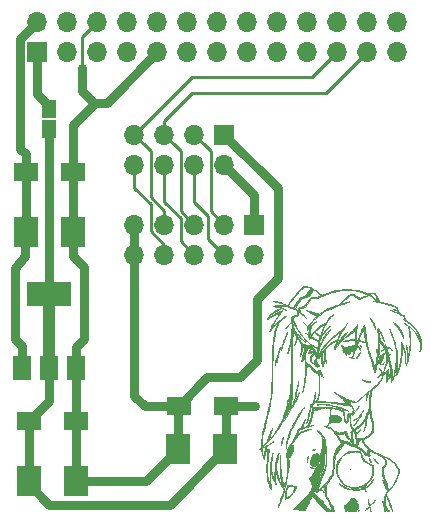
<source format=gbl>
G04 #@! TF.FileFunction,Copper,L2,Bot,Signal*
%FSLAX46Y46*%
G04 Gerber Fmt 4.6, Leading zero omitted, Abs format (unit mm)*
G04 Created by KiCad (PCBNEW 4.0.6) date Sun Apr 30 02:44:44 2017*
%MOMM*%
%LPD*%
G01*
G04 APERTURE LIST*
%ADD10C,0.100000*%
%ADD11C,0.010000*%
%ADD12R,1.700000X1.700000*%
%ADD13O,1.700000X1.700000*%
%ADD14R,3.800000X2.000000*%
%ADD15R,1.500000X2.000000*%
%ADD16R,2.000000X2.500000*%
%ADD17R,2.000000X1.600000*%
%ADD18R,1.300000X1.500000*%
%ADD19C,0.600000*%
%ADD20C,0.750000*%
%ADD21C,0.250000*%
%ADD22C,1.000000*%
G04 APERTURE END LIST*
D10*
D11*
G36*
X39742198Y-36738302D02*
X39886359Y-36783254D01*
X40050966Y-36851568D01*
X40229423Y-36940689D01*
X40415135Y-37048065D01*
X40490959Y-37096197D01*
X40602021Y-37171001D01*
X40713800Y-37250445D01*
X40817906Y-37328088D01*
X40905949Y-37397490D01*
X40969540Y-37452209D01*
X41000288Y-37485805D01*
X41001331Y-37488003D01*
X41025942Y-37485878D01*
X41087787Y-37466310D01*
X41177700Y-37432537D01*
X41286512Y-37387797D01*
X41293431Y-37384839D01*
X41744537Y-37217296D01*
X42203533Y-37098359D01*
X42204495Y-37098162D01*
X42566847Y-37041430D01*
X42944826Y-37014495D01*
X43327404Y-37016729D01*
X43703552Y-37047506D01*
X44062242Y-37106198D01*
X44392447Y-37192179D01*
X44499300Y-37228622D01*
X44599293Y-37264628D01*
X44677446Y-37289699D01*
X44746715Y-37305626D01*
X44820058Y-37314200D01*
X44910431Y-37317210D01*
X45030792Y-37316447D01*
X45123744Y-37314906D01*
X45280089Y-37313416D01*
X45392050Y-37315513D01*
X45465944Y-37321622D01*
X45508088Y-37332165D01*
X45521394Y-37341529D01*
X45542099Y-37375082D01*
X45580728Y-37445106D01*
X45632481Y-37542635D01*
X45692559Y-37658705D01*
X45719467Y-37711511D01*
X45795251Y-37856723D01*
X45854255Y-37959611D01*
X45899381Y-38024686D01*
X45933530Y-38056457D01*
X45944117Y-38060710D01*
X45992441Y-38071736D01*
X46075519Y-38090676D01*
X46178576Y-38114163D01*
X46223208Y-38124333D01*
X46337271Y-38153152D01*
X46482068Y-38193908D01*
X46645167Y-38242679D01*
X46814138Y-38295539D01*
X46976548Y-38348567D01*
X47119966Y-38397839D01*
X47231963Y-38439431D01*
X47266460Y-38453588D01*
X47312400Y-38475733D01*
X47347736Y-38502639D01*
X47378982Y-38543865D01*
X47412651Y-38608970D01*
X47455258Y-38707513D01*
X47479362Y-38765993D01*
X47589224Y-39034124D01*
X47780662Y-39118254D01*
X47865761Y-39156329D01*
X47925098Y-39188933D01*
X47967102Y-39226523D01*
X48000199Y-39279552D01*
X48032818Y-39358474D01*
X48073387Y-39473745D01*
X48078003Y-39487087D01*
X48109730Y-39570437D01*
X48143556Y-39629115D01*
X48192130Y-39678498D01*
X48268098Y-39733963D01*
X48296967Y-39753321D01*
X48384949Y-39817706D01*
X48492963Y-39905415D01*
X48605481Y-40003489D01*
X48681944Y-40074571D01*
X48901971Y-40308518D01*
X49085390Y-40555184D01*
X49239985Y-40826557D01*
X49373542Y-41134627D01*
X49378036Y-41146500D01*
X49408362Y-41231607D01*
X49428828Y-41305654D01*
X49441393Y-41382611D01*
X49448018Y-41476450D01*
X49450661Y-41601140D01*
X49451059Y-41667200D01*
X49450646Y-41808196D01*
X49447144Y-41910523D01*
X49439010Y-41986287D01*
X49424704Y-42047596D01*
X49402682Y-42106556D01*
X49392022Y-42130750D01*
X49355915Y-42202770D01*
X49324840Y-42251189D01*
X49309472Y-42264100D01*
X49293443Y-42262006D01*
X49289962Y-42247893D01*
X49300749Y-42210010D01*
X49327522Y-42136608D01*
X49328513Y-42133943D01*
X49356994Y-42014949D01*
X49369673Y-41865962D01*
X49366583Y-41705260D01*
X49347754Y-41551120D01*
X49327355Y-41464000D01*
X49272647Y-41313698D01*
X49192619Y-41140472D01*
X49095392Y-40959636D01*
X48989085Y-40786505D01*
X48903360Y-40664371D01*
X48835594Y-40579545D01*
X48756211Y-40487912D01*
X48672424Y-40396836D01*
X48591445Y-40313686D01*
X48520486Y-40245826D01*
X48466761Y-40200624D01*
X48437481Y-40185445D01*
X48435401Y-40186432D01*
X48434463Y-40214903D01*
X48442107Y-40280078D01*
X48456730Y-40368892D01*
X48459958Y-40386269D01*
X48504347Y-40679384D01*
X48534069Y-41001550D01*
X48548403Y-41334370D01*
X48546631Y-41659447D01*
X48528033Y-41958383D01*
X48523205Y-42004751D01*
X48464673Y-42394713D01*
X48371869Y-42817783D01*
X48318470Y-43020799D01*
X48282555Y-43144661D01*
X48253781Y-43232071D01*
X48233713Y-43280941D01*
X48223915Y-43289184D01*
X48225949Y-43254712D01*
X48241380Y-43175437D01*
X48259020Y-43100174D01*
X48284535Y-42936817D01*
X48292261Y-42737050D01*
X48283027Y-42511732D01*
X48257660Y-42271720D01*
X48216989Y-42027871D01*
X48161841Y-41791043D01*
X48158162Y-41777556D01*
X48150649Y-41741016D01*
X48161755Y-41749571D01*
X48166333Y-41756525D01*
X48194245Y-41820201D01*
X48224509Y-41921666D01*
X48254427Y-42048162D01*
X48281301Y-42186930D01*
X48302432Y-42325211D01*
X48315121Y-42450246D01*
X48315964Y-42464021D01*
X48323985Y-42569511D01*
X48333846Y-42639719D01*
X48344503Y-42668439D01*
X48349796Y-42665315D01*
X48362548Y-42623001D01*
X48379082Y-42539655D01*
X48398087Y-42424791D01*
X48418250Y-42287919D01*
X48438262Y-42138552D01*
X48456810Y-41986203D01*
X48472583Y-41840383D01*
X48484271Y-41710606D01*
X48487386Y-41667200D01*
X48492755Y-41457794D01*
X48485400Y-41215428D01*
X48466827Y-40955847D01*
X48438541Y-40694797D01*
X48402048Y-40448027D01*
X48358853Y-40231281D01*
X48344564Y-40173513D01*
X48322266Y-40114671D01*
X48283074Y-40064613D01*
X48215679Y-40010987D01*
X48164296Y-39976663D01*
X48093477Y-39928692D01*
X48047639Y-39893250D01*
X48035131Y-39876906D01*
X48036997Y-39876500D01*
X48068407Y-39889899D01*
X48131676Y-39926127D01*
X48216809Y-39979229D01*
X48289890Y-40027146D01*
X48501780Y-40188995D01*
X48710388Y-40385441D01*
X48901117Y-40601558D01*
X49043937Y-40798250D01*
X49157380Y-40979844D01*
X49243600Y-41135709D01*
X49308293Y-41278802D01*
X49357158Y-41422080D01*
X49395894Y-41578503D01*
X49403709Y-41616400D01*
X49439307Y-41794200D01*
X49427510Y-41602477D01*
X49391885Y-41362917D01*
X49315258Y-41106671D01*
X49200843Y-40842073D01*
X49051850Y-40577458D01*
X49004500Y-40504688D01*
X48900174Y-40367796D01*
X48763642Y-40216130D01*
X48606429Y-40060766D01*
X48440057Y-39912782D01*
X48276052Y-39783256D01*
X48195000Y-39726523D01*
X48105916Y-39665785D01*
X48041384Y-39618539D01*
X48007432Y-39589461D01*
X48010088Y-39583224D01*
X48010261Y-39583275D01*
X48044500Y-39591298D01*
X48055187Y-39580051D01*
X48044811Y-39538484D01*
X48029979Y-39495724D01*
X48001476Y-39418474D01*
X47972427Y-39354813D01*
X47937148Y-39300743D01*
X47889958Y-39252265D01*
X47825175Y-39205380D01*
X47737116Y-39156088D01*
X47620100Y-39100391D01*
X47468443Y-39034290D01*
X47276465Y-38953787D01*
X47236064Y-38936990D01*
X47107904Y-38882961D01*
X46998805Y-38835479D01*
X46916270Y-38797932D01*
X46867803Y-38773709D01*
X46858242Y-38766390D01*
X46883829Y-38771494D01*
X46947028Y-38791562D01*
X47038122Y-38823108D01*
X47147391Y-38862643D01*
X47265119Y-38906680D01*
X47381588Y-38951730D01*
X47443377Y-38976401D01*
X47474630Y-38984224D01*
X47483103Y-38964458D01*
X47474519Y-38909213D01*
X47454377Y-38839922D01*
X47419495Y-38747325D01*
X47384456Y-38666921D01*
X47311730Y-38511442D01*
X46845315Y-38358090D01*
X46695467Y-38309669D01*
X46556925Y-38267094D01*
X46420449Y-38227972D01*
X46276799Y-38189916D01*
X46116737Y-38150534D01*
X45931022Y-38107436D01*
X45710417Y-38058234D01*
X45553400Y-38023904D01*
X45439100Y-37999043D01*
X45547050Y-38004993D01*
X45623013Y-38004900D01*
X45650694Y-37992130D01*
X45631499Y-37964575D01*
X45592725Y-37936538D01*
X45548487Y-37904139D01*
X45476006Y-37847388D01*
X45385865Y-37774694D01*
X45301829Y-37705453D01*
X45073209Y-37515172D01*
X44824354Y-37601893D01*
X44694614Y-37648565D01*
X44559487Y-37699556D01*
X44441016Y-37746469D01*
X44400655Y-37763309D01*
X44225810Y-37838004D01*
X44032355Y-37723235D01*
X43916794Y-37658557D01*
X43790817Y-37594056D01*
X43679441Y-37542471D01*
X43667433Y-37537417D01*
X43495967Y-37466367D01*
X43308615Y-37591677D01*
X43234213Y-37647020D01*
X43143970Y-37722592D01*
X43045305Y-37811137D01*
X42945639Y-37905403D01*
X42852393Y-37998133D01*
X42772985Y-38082075D01*
X42714837Y-38149974D01*
X42685367Y-38194574D01*
X42683200Y-38203119D01*
X42702722Y-38218458D01*
X42727650Y-38215274D01*
X42813458Y-38190365D01*
X42918190Y-38162048D01*
X43029505Y-38133390D01*
X43135062Y-38107461D01*
X43222518Y-38087331D01*
X43279533Y-38076069D01*
X43292800Y-38074723D01*
X43281729Y-38082666D01*
X43228846Y-38103978D01*
X43140641Y-38136296D01*
X43023606Y-38177260D01*
X42884231Y-38224506D01*
X42848300Y-38236478D01*
X42436573Y-38379241D01*
X42069085Y-38519889D01*
X41739516Y-38661260D01*
X41441546Y-38806195D01*
X41168857Y-38957534D01*
X40975059Y-39078302D01*
X40744758Y-39245756D01*
X40522200Y-39439209D01*
X40317029Y-39648661D01*
X40138890Y-39864106D01*
X39997426Y-40075543D01*
X39974711Y-40115867D01*
X39906620Y-40240935D01*
X40128434Y-40047012D01*
X40232228Y-39959630D01*
X40337659Y-39876535D01*
X40430397Y-39808746D01*
X40481673Y-39775360D01*
X40551513Y-39734415D01*
X40580884Y-39718959D01*
X40572907Y-39728394D01*
X40530702Y-39762121D01*
X40524200Y-39767215D01*
X40461207Y-39820242D01*
X40379546Y-39893944D01*
X40296288Y-39972892D01*
X40291777Y-39977299D01*
X40211094Y-40061797D01*
X40157924Y-40135774D01*
X40119563Y-40219744D01*
X40094675Y-40295600D01*
X40074609Y-40376560D01*
X40055177Y-40479754D01*
X40037605Y-40594491D01*
X40023122Y-40710084D01*
X40012955Y-40815842D01*
X40008332Y-40901076D01*
X40010480Y-40955096D01*
X40017377Y-40968700D01*
X40039288Y-40949664D01*
X40079967Y-40900371D01*
X40118683Y-40848050D01*
X40313148Y-40611548D01*
X40329841Y-40595681D01*
X40421499Y-40595681D01*
X40644299Y-40744033D01*
X40738053Y-40804517D01*
X40816744Y-40851664D01*
X40870632Y-40879853D01*
X40888907Y-40885173D01*
X40907706Y-40859834D01*
X40939053Y-40798456D01*
X40977315Y-40712435D01*
X40992485Y-40675680D01*
X41043348Y-40554102D01*
X41104890Y-40413121D01*
X41165587Y-40279026D01*
X41178579Y-40251150D01*
X41221840Y-40156590D01*
X41253805Y-40082037D01*
X41270380Y-40037323D01*
X41271128Y-40028900D01*
X41238582Y-40040601D01*
X41173670Y-40071603D01*
X41087988Y-40115754D01*
X40993134Y-40166901D01*
X40900704Y-40218890D01*
X40822295Y-40265570D01*
X40807574Y-40274838D01*
X40711375Y-40342521D01*
X40607859Y-40424718D01*
X40546674Y-40478594D01*
X40421499Y-40595681D01*
X40329841Y-40595681D01*
X40555237Y-40381451D01*
X40841919Y-40160360D01*
X41151291Y-39961929D01*
X41261869Y-39894766D01*
X41340369Y-39839598D01*
X41399672Y-39784771D01*
X41452660Y-39718629D01*
X41503151Y-39643579D01*
X41595833Y-39511604D01*
X41696069Y-39387995D01*
X41796950Y-39279618D01*
X41891564Y-39193336D01*
X41972999Y-39136015D01*
X42034344Y-39114519D01*
X42035813Y-39114500D01*
X42025463Y-39130889D01*
X41985319Y-39175199D01*
X41922211Y-39240142D01*
X41863261Y-39298650D01*
X41677233Y-39503189D01*
X41504537Y-39740716D01*
X41342719Y-40015472D01*
X41189325Y-40331699D01*
X41041900Y-40693642D01*
X41016314Y-40762593D01*
X40980427Y-40863751D01*
X40953597Y-40945521D01*
X40939164Y-40997345D01*
X40938069Y-41010036D01*
X40955042Y-40994218D01*
X40993891Y-40944377D01*
X41048388Y-40868805D01*
X41097206Y-40798133D01*
X41161211Y-40710141D01*
X41242006Y-40608296D01*
X41333072Y-40499787D01*
X41427895Y-40391805D01*
X41519956Y-40291539D01*
X41602739Y-40206176D01*
X41669728Y-40142909D01*
X41714405Y-40108924D01*
X41725408Y-40105100D01*
X41720011Y-40121890D01*
X41684825Y-40167403D01*
X41625890Y-40234345D01*
X41562312Y-40301950D01*
X41441677Y-40431453D01*
X41330286Y-40561690D01*
X41218657Y-40704605D01*
X41097311Y-40872141D01*
X41011320Y-40996124D01*
X40939667Y-41107301D01*
X40891389Y-41203224D01*
X40856539Y-41306985D01*
X40830765Y-41415224D01*
X40805576Y-41544633D01*
X40783033Y-41681723D01*
X40767335Y-41800526D01*
X40765405Y-41819600D01*
X40755073Y-41916741D01*
X40744157Y-41999174D01*
X40735203Y-42048200D01*
X40727007Y-42089635D01*
X40733487Y-42091964D01*
X40750435Y-42063235D01*
X40773642Y-42011501D01*
X40798898Y-41944813D01*
X40814849Y-41895846D01*
X40909339Y-41635655D01*
X41034916Y-41368538D01*
X41184267Y-41106449D01*
X41350082Y-40861345D01*
X41525047Y-40645180D01*
X41669238Y-40498800D01*
X41752914Y-40422600D01*
X41665607Y-40532204D01*
X41479508Y-40771137D01*
X41324522Y-40983211D01*
X41195555Y-41177202D01*
X41087513Y-41361884D01*
X40995304Y-41546034D01*
X40913834Y-41738425D01*
X40838009Y-41947834D01*
X40829889Y-41972000D01*
X40778675Y-42135292D01*
X40746840Y-42265387D01*
X40732621Y-42375277D01*
X40734253Y-42477954D01*
X40747913Y-42575473D01*
X40765500Y-42670947D01*
X41018541Y-42364528D01*
X41255872Y-42088922D01*
X41477817Y-41856438D01*
X41688598Y-41663334D01*
X41892437Y-41505869D01*
X42093555Y-41380302D01*
X42179789Y-41335410D01*
X42258779Y-41292960D01*
X42308971Y-41250866D01*
X42345861Y-41192008D01*
X42378300Y-41116093D01*
X42506676Y-40839240D01*
X42672829Y-40554415D01*
X42868276Y-40274638D01*
X43084533Y-40012927D01*
X43128133Y-39965400D01*
X43184440Y-39905561D01*
X43214602Y-39875268D01*
X43217467Y-39876715D01*
X43191880Y-39912096D01*
X43136689Y-39983605D01*
X43081416Y-40054300D01*
X42929098Y-40255006D01*
X42804339Y-40434852D01*
X42698017Y-40608119D01*
X42601008Y-40789091D01*
X42563975Y-40864333D01*
X42511209Y-40979310D01*
X42456548Y-41107843D01*
X42403174Y-41241247D01*
X42354268Y-41370841D01*
X42313009Y-41487941D01*
X42282580Y-41583864D01*
X42266162Y-41649928D01*
X42266268Y-41676972D01*
X42289928Y-41670985D01*
X42311529Y-41644216D01*
X42477329Y-41390817D01*
X42670558Y-41144961D01*
X42866566Y-40929316D01*
X42963174Y-40830349D01*
X43048473Y-40745834D01*
X43115940Y-40682011D01*
X43159055Y-40645117D01*
X43170601Y-40638500D01*
X43162758Y-40655836D01*
X43125145Y-40703685D01*
X43063063Y-40775808D01*
X42981812Y-40865967D01*
X42927820Y-40924250D01*
X42820036Y-41041537D01*
X42715304Y-41159180D01*
X42619149Y-41270583D01*
X42537093Y-41369151D01*
X42474662Y-41448288D01*
X42437378Y-41501400D01*
X42429200Y-41519580D01*
X42447286Y-41508907D01*
X42496443Y-41471370D01*
X42569022Y-41412988D01*
X42651450Y-41344744D01*
X42756850Y-41257245D01*
X42886694Y-41150667D01*
X43025650Y-41037532D01*
X43158388Y-40930363D01*
X43178500Y-40914226D01*
X43317437Y-40798803D01*
X43456199Y-40676201D01*
X43589314Y-40551995D01*
X43711312Y-40431759D01*
X43816723Y-40321069D01*
X43900076Y-40225498D01*
X43955901Y-40150622D01*
X43978727Y-40102014D01*
X43978988Y-40098485D01*
X43990085Y-40034840D01*
X44004000Y-40003500D01*
X44020799Y-39986122D01*
X44028136Y-40003024D01*
X44025847Y-40058066D01*
X44013766Y-40155106D01*
X43991729Y-40298006D01*
X43991294Y-40300692D01*
X43974515Y-40419723D01*
X43957010Y-40570039D01*
X43940877Y-40732202D01*
X43928426Y-40883721D01*
X43918526Y-41031519D01*
X43914736Y-41136151D01*
X43919074Y-41205085D01*
X43933559Y-41245790D01*
X43960208Y-41265735D01*
X44001040Y-41272389D01*
X44033646Y-41273111D01*
X44062249Y-41270552D01*
X44085591Y-41257363D01*
X44107912Y-41225833D01*
X44133453Y-41168253D01*
X44166456Y-41076913D01*
X44205839Y-40960082D01*
X44265245Y-40792464D01*
X44330074Y-40627728D01*
X44396975Y-40472736D01*
X44462597Y-40334349D01*
X44523587Y-40219431D01*
X44576596Y-40134842D01*
X44618270Y-40087445D01*
X44635825Y-40079700D01*
X44647422Y-40103128D01*
X44659940Y-40165704D01*
X44671298Y-40255865D01*
X44675144Y-40298221D01*
X44708242Y-40607385D01*
X44759155Y-40950347D01*
X44825417Y-41314329D01*
X44904564Y-41686554D01*
X44994131Y-42054242D01*
X45061740Y-42302200D01*
X45105041Y-42448169D01*
X45158780Y-42620940D01*
X45219351Y-42809676D01*
X45283147Y-43003540D01*
X45346561Y-43191695D01*
X45405986Y-43363306D01*
X45457816Y-43507536D01*
X45497128Y-43610300D01*
X45522768Y-43673800D01*
X45549876Y-43604682D01*
X45592376Y-43465782D01*
X45628371Y-43288653D01*
X45656733Y-43085582D01*
X45676332Y-42868853D01*
X45686039Y-42650753D01*
X45684726Y-42443568D01*
X45672511Y-42270450D01*
X45664028Y-42165044D01*
X45666640Y-42102732D01*
X45677034Y-42086300D01*
X45698233Y-42110319D01*
X45715290Y-42177173D01*
X45728095Y-42279058D01*
X45736537Y-42408168D01*
X45740503Y-42556699D01*
X45739885Y-42716846D01*
X45734569Y-42880805D01*
X45724446Y-43040770D01*
X45709403Y-43188938D01*
X45694187Y-43291279D01*
X45668037Y-43430189D01*
X45638623Y-43570946D01*
X45608032Y-43705234D01*
X45578350Y-43824737D01*
X45551665Y-43921141D01*
X45530062Y-43986130D01*
X45515628Y-44011389D01*
X45513633Y-44010800D01*
X45503352Y-43984006D01*
X45481546Y-43916339D01*
X45450663Y-43815765D01*
X45413155Y-43690251D01*
X45375101Y-43560291D01*
X45326192Y-43394490D01*
X45266584Y-43196765D01*
X45201295Y-42983499D01*
X45135340Y-42771076D01*
X45073737Y-42575881D01*
X45072437Y-42571805D01*
X44973862Y-42258970D01*
X44890766Y-41985820D01*
X44821119Y-41744353D01*
X44762889Y-41526566D01*
X44714047Y-41324457D01*
X44672562Y-41130023D01*
X44636404Y-40935263D01*
X44603542Y-40732173D01*
X44600416Y-40711482D01*
X44583279Y-40602489D01*
X44567892Y-40513821D01*
X44556248Y-40456469D01*
X44551276Y-40440710D01*
X44531336Y-40451849D01*
X44496076Y-40501406D01*
X44449612Y-40580861D01*
X44396061Y-40681697D01*
X44339537Y-40795397D01*
X44284158Y-40913441D01*
X44234040Y-41027312D01*
X44193297Y-41128493D01*
X44166048Y-41208464D01*
X44156400Y-41257894D01*
X44180486Y-41286191D01*
X44249559Y-41322167D01*
X44353250Y-41361426D01*
X44438227Y-41392241D01*
X44522596Y-41426157D01*
X44598667Y-41459458D01*
X44658747Y-41488429D01*
X44695146Y-41509354D01*
X44700173Y-41518519D01*
X44666137Y-41512208D01*
X44664400Y-41511732D01*
X44611128Y-41497032D01*
X44524708Y-41473179D01*
X44420962Y-41444539D01*
X44385178Y-41434659D01*
X44284841Y-41407832D01*
X44201934Y-41387277D01*
X44149551Y-41376179D01*
X44140078Y-41375099D01*
X44124291Y-41397463D01*
X44102252Y-41454939D01*
X44077907Y-41533109D01*
X44055198Y-41617553D01*
X44038071Y-41693851D01*
X44030470Y-41747584D01*
X44033562Y-41764495D01*
X44149315Y-41830610D01*
X44225500Y-41896655D01*
X44272004Y-41974168D01*
X44298528Y-42073600D01*
X44316297Y-42175200D01*
X44228836Y-42061070D01*
X44166334Y-41989851D01*
X44101934Y-41932827D01*
X44046462Y-41898111D01*
X44010746Y-41893816D01*
X44008256Y-41895777D01*
X43996315Y-41925088D01*
X43980772Y-41982975D01*
X43979218Y-41989761D01*
X43965556Y-42035998D01*
X43952005Y-42041770D01*
X43935500Y-42003883D01*
X43913478Y-41921200D01*
X43894914Y-41845000D01*
X43875612Y-41933900D01*
X43860697Y-42008862D01*
X43842659Y-42108083D01*
X43830619Y-42178738D01*
X43807074Y-42275085D01*
X43766943Y-42394748D01*
X43717662Y-42516280D01*
X43701264Y-42551874D01*
X43656421Y-42647236D01*
X43621344Y-42724510D01*
X43600875Y-42772883D01*
X43597600Y-42783286D01*
X43619816Y-42793025D01*
X43673805Y-42797472D01*
X43678879Y-42797499D01*
X43731723Y-42802665D01*
X43737811Y-42819172D01*
X43733393Y-42824266D01*
X43695327Y-42833153D01*
X43625650Y-42828376D01*
X43540609Y-42813310D01*
X43456448Y-42791334D01*
X43389414Y-42765824D01*
X43360465Y-42746740D01*
X43348459Y-42727172D01*
X43375731Y-42729987D01*
X43394400Y-42735543D01*
X43482455Y-42755620D01*
X43542586Y-42744611D01*
X43590839Y-42696870D01*
X43615330Y-42657800D01*
X43659713Y-42570511D01*
X43696645Y-42480917D01*
X43703023Y-42461756D01*
X43717234Y-42388452D01*
X43702344Y-42333109D01*
X43651657Y-42284583D01*
X43567549Y-42236327D01*
X43506952Y-42206549D01*
X43478983Y-42200213D01*
X43471022Y-42217666D01*
X43470600Y-42238999D01*
X43457274Y-42317197D01*
X43423753Y-42396091D01*
X43379722Y-42456899D01*
X43346878Y-42478959D01*
X43271879Y-42480025D01*
X43210146Y-42434324D01*
X43165534Y-42345011D01*
X43160050Y-42326165D01*
X43137083Y-42261001D01*
X43113246Y-42224441D01*
X43103293Y-42221292D01*
X43083109Y-42251264D01*
X43071570Y-42313020D01*
X43069559Y-42388140D01*
X43077957Y-42458205D01*
X43090244Y-42493904D01*
X43108019Y-42539697D01*
X43106960Y-42560005D01*
X43087194Y-42547088D01*
X43044072Y-42504249D01*
X42986029Y-42441191D01*
X42921499Y-42367616D01*
X42858917Y-42293226D01*
X42806717Y-42227724D01*
X42773333Y-42180813D01*
X42766871Y-42168790D01*
X42775098Y-42131668D01*
X42810932Y-42090814D01*
X42867945Y-42044648D01*
X42788272Y-41934663D01*
X42739028Y-41858198D01*
X42711104Y-41797194D01*
X42708338Y-41761451D01*
X42718311Y-41756100D01*
X42739985Y-41772559D01*
X42786143Y-41815192D01*
X42832591Y-41860667D01*
X42882668Y-41909779D01*
X42922311Y-41938731D01*
X42963483Y-41947800D01*
X43018152Y-41937261D01*
X43093194Y-41909286D01*
X43634506Y-41909286D01*
X43651188Y-41981782D01*
X43684637Y-42042066D01*
X43721851Y-42057933D01*
X43753978Y-42028164D01*
X43764955Y-41997456D01*
X43770746Y-41917963D01*
X43743318Y-41869680D01*
X43701496Y-41857700D01*
X43650214Y-41869523D01*
X43634506Y-41909286D01*
X43093194Y-41909286D01*
X43098280Y-41907390D01*
X43190758Y-41868923D01*
X43356557Y-41815610D01*
X43561084Y-41779092D01*
X43618660Y-41772433D01*
X43881905Y-41744759D01*
X43864132Y-41553579D01*
X43854080Y-41460825D01*
X43927800Y-41460825D01*
X43932018Y-41554139D01*
X43942435Y-41642960D01*
X43945137Y-41657675D01*
X43955148Y-41702453D01*
X43964293Y-41714915D01*
X43977218Y-41690158D01*
X43998568Y-41623275D01*
X44008292Y-41591000D01*
X44032705Y-41503122D01*
X44049460Y-41430074D01*
X44054454Y-41394150D01*
X44035864Y-41358270D01*
X43991300Y-41349700D01*
X43951707Y-41354618D01*
X43933221Y-41378558D01*
X43927971Y-41435294D01*
X43927800Y-41460825D01*
X43854080Y-41460825D01*
X43853830Y-41458524D01*
X43842956Y-41383213D01*
X43833638Y-41342017D01*
X43832504Y-41339666D01*
X43801555Y-41330601D01*
X43730052Y-41327259D01*
X43627847Y-41329048D01*
X43504794Y-41335380D01*
X43370745Y-41345666D01*
X43235553Y-41359316D01*
X43109070Y-41375740D01*
X43038800Y-41387155D01*
X42913168Y-41408864D01*
X42835188Y-41420077D01*
X42802767Y-41420616D01*
X42813814Y-41410302D01*
X42866240Y-41388957D01*
X42903129Y-41375579D01*
X43033329Y-41337640D01*
X43195183Y-41302759D01*
X43369546Y-41274102D01*
X43537275Y-41254831D01*
X43674398Y-41248099D01*
X43843844Y-41248099D01*
X43859958Y-40949649D01*
X43867701Y-40826264D01*
X43876530Y-40717106D01*
X43885302Y-40634774D01*
X43892198Y-40594050D01*
X43895521Y-40549910D01*
X43882701Y-40536900D01*
X43840134Y-40550656D01*
X43764789Y-40588379D01*
X43665397Y-40644751D01*
X43550690Y-40714454D01*
X43429400Y-40792170D01*
X43310257Y-40872580D01*
X43201994Y-40950365D01*
X43193894Y-40956444D01*
X43043571Y-41078769D01*
X42873412Y-41232648D01*
X42693203Y-41408359D01*
X42512726Y-41596184D01*
X42341765Y-41786403D01*
X42253963Y-41890189D01*
X42184841Y-41971518D01*
X42127820Y-42034017D01*
X42090214Y-42069937D01*
X42079422Y-42075189D01*
X42080031Y-42046148D01*
X42093185Y-41979264D01*
X42116111Y-41885127D01*
X42146033Y-41774330D01*
X42180177Y-41657464D01*
X42215770Y-41545120D01*
X42226871Y-41512267D01*
X42251328Y-41433478D01*
X42264346Y-41375625D01*
X42263938Y-41353771D01*
X42236112Y-41359555D01*
X42176499Y-41392205D01*
X42092544Y-41446312D01*
X41991691Y-41516471D01*
X41881386Y-41597272D01*
X41769072Y-41683310D01*
X41662195Y-41769175D01*
X41568198Y-41849462D01*
X41518230Y-41895428D01*
X41305761Y-42098906D01*
X41319074Y-42479953D01*
X41326740Y-42631701D01*
X41338469Y-42781925D01*
X41352815Y-42915525D01*
X41368332Y-43017402D01*
X41372429Y-43037047D01*
X41390845Y-43124854D01*
X41401797Y-43191017D01*
X41403118Y-43222233D01*
X41402723Y-43222843D01*
X41390127Y-43206525D01*
X41367646Y-43154227D01*
X41347179Y-43097595D01*
X41318936Y-43023938D01*
X41300294Y-42998636D01*
X41291472Y-43013400D01*
X41275258Y-43078347D01*
X41248768Y-43166029D01*
X41216161Y-43264689D01*
X41181597Y-43362573D01*
X41149236Y-43447923D01*
X41123238Y-43508984D01*
X41107761Y-43534001D01*
X41107228Y-43534100D01*
X41089977Y-43510415D01*
X41068574Y-43445539D01*
X41044763Y-43348737D01*
X41020285Y-43229273D01*
X40996885Y-43096413D01*
X40976305Y-42959421D01*
X40960288Y-42827563D01*
X40950577Y-42710105D01*
X40949952Y-42698115D01*
X40946576Y-42628330D01*
X41032703Y-42628330D01*
X41035899Y-42727790D01*
X41044120Y-42842296D01*
X41056054Y-42962005D01*
X41070387Y-43077070D01*
X41085805Y-43177645D01*
X41100995Y-43253883D01*
X41114644Y-43295940D01*
X41122311Y-43300054D01*
X41133960Y-43273516D01*
X41157450Y-43210191D01*
X41188609Y-43121501D01*
X41204147Y-43075988D01*
X41233572Y-42986264D01*
X41253257Y-42913563D01*
X41264609Y-42844430D01*
X41269036Y-42765410D01*
X41267946Y-42663047D01*
X41262745Y-42523888D01*
X41262503Y-42518100D01*
X41248100Y-42175200D01*
X41140150Y-42310830D01*
X41083689Y-42384561D01*
X41051448Y-42441053D01*
X41036710Y-42500152D01*
X41032759Y-42581703D01*
X41032703Y-42628330D01*
X40946576Y-42628330D01*
X40943300Y-42560630D01*
X40831659Y-42720113D01*
X40772826Y-42800540D01*
X40734266Y-42842669D01*
X40710101Y-42851755D01*
X40697743Y-42839791D01*
X40689333Y-42800982D01*
X40681526Y-42721728D01*
X40675041Y-42612384D01*
X40670599Y-42483302D01*
X40669683Y-42436792D01*
X40663900Y-42073600D01*
X40590401Y-42010100D01*
X40467573Y-41920962D01*
X40351913Y-41869689D01*
X40282900Y-41858784D01*
X40208730Y-41871684D01*
X40109066Y-41907117D01*
X39999599Y-41957876D01*
X39896016Y-42016751D01*
X39819786Y-42071566D01*
X39755501Y-42152538D01*
X39700332Y-42273605D01*
X39656397Y-42424545D01*
X39625811Y-42595140D01*
X39610691Y-42775167D01*
X39613154Y-42954406D01*
X39620686Y-43033084D01*
X39638508Y-43175724D01*
X39829019Y-43280282D01*
X40007944Y-43390096D01*
X40144693Y-43501834D01*
X40247601Y-43622838D01*
X40284818Y-43681797D01*
X40366476Y-43809732D01*
X40442664Y-43892159D01*
X40521660Y-43932471D01*
X40611747Y-43934064D01*
X40721206Y-43900331D01*
X40767825Y-43879784D01*
X40897150Y-43819566D01*
X40930545Y-43949864D01*
X40959542Y-44037781D01*
X41004616Y-44147231D01*
X41056452Y-44255750D01*
X41060934Y-44264331D01*
X41102959Y-44348546D01*
X41130457Y-44412532D01*
X41139154Y-44445943D01*
X41137030Y-44448499D01*
X41111036Y-44431291D01*
X41060062Y-44385471D01*
X40993595Y-44319743D01*
X40969579Y-44294853D01*
X40902187Y-44225768D01*
X40849520Y-44174730D01*
X40820031Y-44149817D01*
X40816711Y-44148803D01*
X40815945Y-44175644D01*
X40818814Y-44242269D01*
X40824754Y-44337840D01*
X40830971Y-44423100D01*
X40842099Y-44604698D01*
X40849485Y-44805293D01*
X40853229Y-45015433D01*
X40853431Y-45225670D01*
X40850192Y-45426554D01*
X40843613Y-45608636D01*
X40833793Y-45762466D01*
X40820833Y-45878595D01*
X40815156Y-45910633D01*
X40760321Y-46119190D01*
X40689867Y-46295079D01*
X40625462Y-46404774D01*
X40575020Y-46475612D01*
X40835360Y-46490334D01*
X40975087Y-46497987D01*
X41140641Y-46506679D01*
X41307103Y-46515116D01*
X41400500Y-46519683D01*
X41567293Y-46530150D01*
X41770257Y-46546744D01*
X41995338Y-46567988D01*
X42228478Y-46592404D01*
X42455622Y-46618515D01*
X42662714Y-46644845D01*
X42835698Y-46669915D01*
X42846656Y-46671663D01*
X42947845Y-46686655D01*
X43028336Y-46696174D01*
X43076294Y-46698935D01*
X43084286Y-46697480D01*
X43077303Y-46670757D01*
X43056808Y-46639885D01*
X43394788Y-46639885D01*
X43396885Y-46713587D01*
X43409652Y-46751784D01*
X43441877Y-46769733D01*
X43473781Y-46777046D01*
X43516171Y-46790582D01*
X43550539Y-46818341D01*
X43585081Y-46870525D01*
X43627994Y-46957338D01*
X43640515Y-46984602D01*
X43695195Y-47106917D01*
X43727843Y-47195149D01*
X43737436Y-47261466D01*
X43722951Y-47318037D01*
X43683367Y-47377029D01*
X43617661Y-47450612D01*
X43599745Y-47469811D01*
X43446740Y-47633622D01*
X43461295Y-48078311D01*
X43467428Y-48228068D01*
X43475290Y-48364011D01*
X43484137Y-48476368D01*
X43493226Y-48555363D01*
X43500030Y-48587600D01*
X43531778Y-48641120D01*
X43587457Y-48709459D01*
X43630755Y-48754174D01*
X43737300Y-48856149D01*
X43826200Y-48793951D01*
X43885838Y-48749681D01*
X43969984Y-48684006D01*
X44064270Y-48608219D01*
X44105600Y-48574304D01*
X44347400Y-48357089D01*
X44544582Y-48139901D01*
X44702721Y-47914947D01*
X44827392Y-47674436D01*
X44913218Y-47445700D01*
X44954050Y-47306226D01*
X44984345Y-47171669D01*
X45006296Y-47027872D01*
X45022096Y-46860681D01*
X45033228Y-46671000D01*
X45041096Y-46536905D01*
X45052454Y-46384203D01*
X45066298Y-46222848D01*
X45081629Y-46062793D01*
X45097445Y-45913994D01*
X45112742Y-45786404D01*
X45126520Y-45689979D01*
X45137394Y-45635950D01*
X45139687Y-45599192D01*
X45112927Y-45600388D01*
X45055555Y-45639925D01*
X45027896Y-45662941D01*
X44979634Y-45713227D01*
X44946092Y-45775252D01*
X44919405Y-45865411D01*
X44909616Y-45909558D01*
X44886453Y-46006071D01*
X44857144Y-46109124D01*
X44825382Y-46208007D01*
X44794859Y-46292008D01*
X44769268Y-46350413D01*
X44752301Y-46372513D01*
X44750319Y-46371685D01*
X44750300Y-46343496D01*
X44760403Y-46279556D01*
X44778464Y-46193404D01*
X44779532Y-46188776D01*
X44799152Y-46086190D01*
X44810656Y-45989691D01*
X44811783Y-45926924D01*
X44804100Y-45837261D01*
X44550100Y-46049561D01*
X44432269Y-46148825D01*
X44307812Y-46254957D01*
X44192852Y-46354144D01*
X44115428Y-46421981D01*
X44032981Y-46491614D01*
X43961280Y-46545943D01*
X43910759Y-46577350D01*
X43896056Y-46582100D01*
X43855057Y-46575325D01*
X43779290Y-46557266D01*
X43682621Y-46531319D01*
X43645165Y-46520641D01*
X43533135Y-46489927D01*
X43460833Y-46478644D01*
X43419541Y-46490943D01*
X43400540Y-46530978D01*
X43395109Y-46602900D01*
X43394788Y-46639885D01*
X43056808Y-46639885D01*
X43040495Y-46615314D01*
X42979962Y-46538344D01*
X42901807Y-46447040D01*
X42812134Y-46348595D01*
X42717044Y-46250201D01*
X42646118Y-46181026D01*
X42538754Y-46083259D01*
X42423625Y-45984698D01*
X42316956Y-45898954D01*
X42256401Y-45854121D01*
X42156595Y-45783855D01*
X42092910Y-45737468D01*
X42059563Y-45710118D01*
X42050774Y-45696964D01*
X42060761Y-45693164D01*
X42064127Y-45693100D01*
X42094513Y-45706147D01*
X42158125Y-45741694D01*
X42245729Y-45794352D01*
X42348093Y-45858729D01*
X42350696Y-45860401D01*
X42741361Y-46094798D01*
X43112862Y-46283935D01*
X43464485Y-46427473D01*
X43720288Y-46506464D01*
X43906476Y-46555261D01*
X44240988Y-46268090D01*
X44425619Y-46111228D01*
X44613782Y-45954899D01*
X44814618Y-45791682D01*
X45037271Y-45614153D01*
X45290881Y-45414892D01*
X45319355Y-45392660D01*
X45491327Y-45248504D01*
X45654060Y-45093309D01*
X45801546Y-44934222D01*
X45927781Y-44778393D01*
X46026757Y-44632971D01*
X46092468Y-44505104D01*
X46110788Y-44450696D01*
X46132319Y-44359375D01*
X46151443Y-44265144D01*
X46151846Y-44262909D01*
X46169194Y-44166218D01*
X45961915Y-44307359D01*
X45847279Y-44383221D01*
X45768893Y-44429588D01*
X45723061Y-44448349D01*
X45706085Y-44441392D01*
X45705800Y-44438204D01*
X45724762Y-44419498D01*
X45775371Y-44378423D01*
X45848208Y-44322516D01*
X45880702Y-44298247D01*
X45983697Y-44220870D01*
X46050939Y-44165548D01*
X46087886Y-44124631D01*
X46099996Y-44090470D01*
X46094052Y-44061802D01*
X46238763Y-44061802D01*
X46257068Y-44075891D01*
X46306486Y-44060149D01*
X46379993Y-44018302D01*
X46470564Y-43954081D01*
X46527652Y-43908461D01*
X46651005Y-43805918D01*
X46632341Y-44082759D01*
X46622720Y-44212954D01*
X46611898Y-44339774D01*
X46601479Y-44445212D01*
X46595854Y-44492478D01*
X46589094Y-44566445D01*
X46594993Y-44600084D01*
X46615127Y-44592022D01*
X46651070Y-44540887D01*
X46704398Y-44445307D01*
X46748932Y-44359087D01*
X46857867Y-44144245D01*
X46814792Y-43794722D01*
X46793769Y-43637580D01*
X46769396Y-43477132D01*
X46743281Y-43321925D01*
X46717033Y-43180504D01*
X46692262Y-43061416D01*
X46670576Y-42973206D01*
X46653585Y-42924420D01*
X46649908Y-42919009D01*
X46637798Y-42937228D01*
X46612236Y-42995703D01*
X46576050Y-43086568D01*
X46532071Y-43201958D01*
X46483126Y-43334010D01*
X46432048Y-43474857D01*
X46381663Y-43616636D01*
X46334803Y-43751481D01*
X46294297Y-43871528D01*
X46262974Y-43968912D01*
X46243664Y-44035768D01*
X46238763Y-44061802D01*
X46094052Y-44061802D01*
X46092727Y-44055415D01*
X46077245Y-44022782D01*
X46038418Y-43960056D01*
X45981902Y-43882260D01*
X45948649Y-43840754D01*
X45897889Y-43770474D01*
X45865115Y-43706807D01*
X45858294Y-43677746D01*
X45861867Y-43648348D01*
X45876713Y-43656742D01*
X45908482Y-43705157D01*
X45962373Y-43786276D01*
X46024224Y-43868444D01*
X46086507Y-43943102D01*
X46141692Y-44001689D01*
X46182249Y-44035644D01*
X46200445Y-44037087D01*
X46211689Y-44004703D01*
X46237175Y-43931320D01*
X46274478Y-43823923D01*
X46321169Y-43689499D01*
X46374822Y-43535035D01*
X46416061Y-43416315D01*
X46472667Y-43252243D01*
X46523245Y-43103508D01*
X46565510Y-42977013D01*
X46597173Y-42879657D01*
X46615947Y-42818343D01*
X46620200Y-42800365D01*
X46611469Y-42771737D01*
X46588692Y-42785319D01*
X46556990Y-42836278D01*
X46537704Y-42878246D01*
X46504066Y-42946761D01*
X46482887Y-42968793D01*
X46477868Y-42944849D01*
X46492707Y-42875439D01*
X46493634Y-42872185D01*
X46516206Y-42754030D01*
X46517828Y-42641783D01*
X46500613Y-42545714D01*
X46466676Y-42476093D01*
X46418131Y-42443193D01*
X46405077Y-42441900D01*
X46342775Y-42453676D01*
X46296156Y-42493897D01*
X46260112Y-42569896D01*
X46229530Y-42689010D01*
X46228119Y-42695900D01*
X46196722Y-42813884D01*
X46149626Y-42949081D01*
X46096327Y-43074591D01*
X46089418Y-43088833D01*
X46040184Y-43193361D01*
X46013809Y-43264117D01*
X46007362Y-43311093D01*
X46015633Y-43340305D01*
X46030003Y-43370662D01*
X46020069Y-43371999D01*
X45978049Y-43343839D01*
X45969089Y-43337464D01*
X45883777Y-43272322D01*
X45836119Y-43218974D01*
X45828152Y-43191596D01*
X45898008Y-43191596D01*
X45910353Y-43218230D01*
X45941114Y-43241550D01*
X45972059Y-43229236D01*
X46009658Y-43176544D01*
X46037323Y-43125105D01*
X46070127Y-43042055D01*
X46068193Y-42991311D01*
X46034819Y-42975300D01*
X46008577Y-42995007D01*
X45968466Y-43045099D01*
X45945894Y-43078810D01*
X45907253Y-43147928D01*
X45898008Y-43191596D01*
X45828152Y-43191596D01*
X45819969Y-43163477D01*
X45829182Y-43091890D01*
X45841031Y-43046935D01*
X45869125Y-42939567D01*
X45897281Y-42819385D01*
X45908933Y-42764402D01*
X45931844Y-42680991D01*
X45968216Y-42612971D01*
X45977457Y-42603317D01*
X46141113Y-42603317D01*
X46146626Y-42686674D01*
X46154741Y-42711015D01*
X46169911Y-42740928D01*
X46183711Y-42724759D01*
X46191056Y-42706742D01*
X46206230Y-42644033D01*
X46212014Y-42584839D01*
X46209478Y-42536527D01*
X46193666Y-42530649D01*
X46175700Y-42543500D01*
X46141113Y-42603317D01*
X45977457Y-42603317D01*
X46026000Y-42552605D01*
X46113149Y-42492156D01*
X46237613Y-42423884D01*
X46281891Y-42401484D01*
X46359094Y-42362782D01*
X46416132Y-42333982D01*
X46439717Y-42321816D01*
X46440837Y-42295376D01*
X46423268Y-42242252D01*
X46394817Y-42179103D01*
X46363293Y-42122585D01*
X46336505Y-42089356D01*
X46329317Y-42086300D01*
X46293940Y-42101228D01*
X46233106Y-42140294D01*
X46162745Y-42192904D01*
X46092291Y-42246007D01*
X46057046Y-42264788D01*
X46055480Y-42250013D01*
X46057798Y-42245429D01*
X46093224Y-42199569D01*
X46153606Y-42139064D01*
X46201547Y-42097273D01*
X46277763Y-42034820D01*
X46442400Y-42034820D01*
X46451988Y-42068832D01*
X46475732Y-42125731D01*
X46506093Y-42189956D01*
X46535538Y-42245946D01*
X46556531Y-42278141D01*
X46561404Y-42280562D01*
X46559153Y-42254037D01*
X46545042Y-42194115D01*
X46530229Y-42141419D01*
X46504452Y-42068537D01*
X46479659Y-42020853D01*
X46466815Y-42010100D01*
X46443003Y-42029363D01*
X46442400Y-42034820D01*
X46277763Y-42034820D01*
X46316354Y-42003198D01*
X46236815Y-41860599D01*
X46175764Y-41759197D01*
X46102072Y-41647845D01*
X46052188Y-41578300D01*
X45947100Y-41438600D01*
X45929999Y-41794200D01*
X45918616Y-41972995D01*
X45902159Y-42153507D01*
X45881987Y-42325561D01*
X45859460Y-42478984D01*
X45835935Y-42603601D01*
X45812771Y-42689238D01*
X45809229Y-42698544D01*
X45798375Y-42710936D01*
X45794617Y-42676154D01*
X45797904Y-42592948D01*
X45802327Y-42530800D01*
X45811880Y-42367819D01*
X45818156Y-42174356D01*
X45821300Y-41959903D01*
X45821456Y-41733955D01*
X45818768Y-41506005D01*
X45813381Y-41285546D01*
X45805441Y-41082073D01*
X45795091Y-40905078D01*
X45782476Y-40764056D01*
X45774512Y-40704564D01*
X45757679Y-40592142D01*
X45745925Y-40499519D01*
X45740462Y-40437336D01*
X45741651Y-40416381D01*
X45754552Y-40431673D01*
X45775669Y-40486719D01*
X45802216Y-40571677D01*
X45831407Y-40676706D01*
X45860457Y-40791966D01*
X45886582Y-40907615D01*
X45900610Y-40977992D01*
X45926400Y-41093834D01*
X45960381Y-41192683D01*
X46010682Y-41294338D01*
X46074063Y-41400500D01*
X46146032Y-41518045D01*
X46220547Y-41643662D01*
X46284852Y-41755734D01*
X46302635Y-41787850D01*
X46351627Y-41869589D01*
X46396227Y-41930156D01*
X46428078Y-41958478D01*
X46432030Y-41959300D01*
X46457062Y-41954853D01*
X46465227Y-41934631D01*
X46456196Y-41888310D01*
X46429637Y-41805563D01*
X46426843Y-41797348D01*
X46401376Y-41711493D01*
X46396831Y-41671327D01*
X46410181Y-41677738D01*
X46438398Y-41731614D01*
X46461265Y-41787247D01*
X46491934Y-41862967D01*
X46517811Y-41902200D01*
X46552337Y-41915874D01*
X46608952Y-41914916D01*
X46617599Y-41914354D01*
X46748706Y-41929076D01*
X46859894Y-41989617D01*
X46922997Y-42058087D01*
X46964035Y-42120722D01*
X46971195Y-42146230D01*
X46944091Y-42134739D01*
X46882336Y-42086376D01*
X46869628Y-42075579D01*
X46794442Y-42018692D01*
X46728732Y-41991557D01*
X46650765Y-41984699D01*
X46581834Y-41986914D01*
X46552010Y-41998131D01*
X46549645Y-42025211D01*
X46553732Y-42041850D01*
X46566100Y-42092768D01*
X46585125Y-42177546D01*
X46607261Y-42280282D01*
X46613694Y-42310867D01*
X46657999Y-42522734D01*
X46747049Y-42508889D01*
X46836100Y-42495044D01*
X46765061Y-42557176D01*
X46694023Y-42619307D01*
X46771122Y-42930653D01*
X46848020Y-43278318D01*
X46908560Y-43629971D01*
X46950827Y-43971544D01*
X46972907Y-44288969D01*
X46975778Y-44434530D01*
X46978622Y-44521814D01*
X46986303Y-44575592D01*
X46997585Y-44587397D01*
X46998045Y-44586930D01*
X47019474Y-44546837D01*
X47049454Y-44468786D01*
X47084428Y-44364152D01*
X47120840Y-44244312D01*
X47155135Y-44120643D01*
X47183755Y-44004522D01*
X47192145Y-43965988D01*
X47233510Y-43729572D01*
X47268517Y-43452122D01*
X47296226Y-43143110D01*
X47315702Y-42812011D01*
X47321548Y-42657800D01*
X47336726Y-42175200D01*
X47234988Y-41781500D01*
X47148708Y-41475166D01*
X47043392Y-41146198D01*
X46926035Y-40815584D01*
X46833478Y-40577074D01*
X46803566Y-40498252D01*
X46785270Y-40440332D01*
X46782411Y-40417022D01*
X46796030Y-40434175D01*
X46824097Y-40490730D01*
X46863237Y-40578519D01*
X46910077Y-40689371D01*
X46961242Y-40815119D01*
X47013359Y-40947593D01*
X47063053Y-41078623D01*
X47106951Y-41200041D01*
X47113042Y-41217542D01*
X47167765Y-41388515D01*
X47226006Y-41592271D01*
X47283674Y-41812536D01*
X47336675Y-42033039D01*
X47380919Y-42237507D01*
X47411384Y-42403800D01*
X47424344Y-42520802D01*
X47433493Y-42677076D01*
X47438900Y-42861242D01*
X47440637Y-43061920D01*
X47438772Y-43267730D01*
X47433374Y-43467293D01*
X47424515Y-43649229D01*
X47412263Y-43802158D01*
X47402333Y-43881795D01*
X47388805Y-43981326D01*
X47381728Y-44057114D01*
X47381883Y-44098894D01*
X47385476Y-44103575D01*
X47413716Y-44065623D01*
X47449600Y-43986746D01*
X47490492Y-43875765D01*
X47533754Y-43741504D01*
X47576748Y-43592784D01*
X47616837Y-43438430D01*
X47651384Y-43287264D01*
X47677751Y-43148108D01*
X47684783Y-43102300D01*
X47703883Y-42948390D01*
X47721317Y-42771629D01*
X47736735Y-42579956D01*
X47749790Y-42381313D01*
X47760132Y-42183638D01*
X47767413Y-41994872D01*
X47771284Y-41822955D01*
X47771397Y-41675827D01*
X47767403Y-41561429D01*
X47758954Y-41487700D01*
X47756151Y-41476700D01*
X47748965Y-41445534D01*
X47758043Y-41453242D01*
X47779680Y-41491985D01*
X47810177Y-41553924D01*
X47845832Y-41631219D01*
X47882943Y-41716031D01*
X47917809Y-41800522D01*
X47946728Y-41876852D01*
X47951351Y-41890097D01*
X48016970Y-42098265D01*
X48065264Y-42294859D01*
X48098660Y-42494855D01*
X48119583Y-42713233D01*
X48130460Y-42964969D01*
X48131258Y-43000700D01*
X48140311Y-43445200D01*
X48118391Y-43089600D01*
X48091590Y-42766582D01*
X48052499Y-42481553D01*
X47999118Y-42222754D01*
X47929447Y-41978424D01*
X47929217Y-41977718D01*
X47844582Y-41718000D01*
X47841991Y-41909772D01*
X47832249Y-42182534D01*
X47811119Y-42471454D01*
X47780179Y-42764269D01*
X47741009Y-43048718D01*
X47695189Y-43312538D01*
X47644295Y-43543467D01*
X47619928Y-43634190D01*
X47582747Y-43748445D01*
X47535500Y-43872086D01*
X47482749Y-43995438D01*
X47429056Y-44108828D01*
X47378983Y-44202580D01*
X47337091Y-44267022D01*
X47309684Y-44292110D01*
X47286163Y-44285243D01*
X47289979Y-44254655D01*
X47310293Y-44167464D01*
X47329984Y-44043466D01*
X47348534Y-43891095D01*
X47365423Y-43718782D01*
X47380131Y-43534960D01*
X47392140Y-43348061D01*
X47400931Y-43166518D01*
X47405984Y-42998763D01*
X47406780Y-42853228D01*
X47402800Y-42738346D01*
X47393525Y-42662550D01*
X47388971Y-42646920D01*
X47378875Y-42636782D01*
X47370057Y-42664624D01*
X47362108Y-42733799D01*
X47354616Y-42847662D01*
X47348509Y-42977120D01*
X47325947Y-43337110D01*
X47289140Y-43658877D01*
X47236001Y-43953519D01*
X47164441Y-44232137D01*
X47072374Y-44505831D01*
X47049983Y-44564377D01*
X46991228Y-44711948D01*
X46947254Y-44812591D01*
X46915944Y-44867284D01*
X46895181Y-44877009D01*
X46882848Y-44842743D01*
X46876830Y-44765467D01*
X46875010Y-44646160D01*
X46875007Y-44645350D01*
X46873028Y-44534502D01*
X46868294Y-44445353D01*
X46861557Y-44388256D01*
X46855150Y-44372614D01*
X46831039Y-44392237D01*
X46792500Y-44441353D01*
X46774564Y-44467864D01*
X46717293Y-44551263D01*
X46653193Y-44636946D01*
X46589466Y-44716297D01*
X46533313Y-44780701D01*
X46491938Y-44821542D01*
X46472541Y-44830202D01*
X46472244Y-44829544D01*
X46471167Y-44796263D01*
X46474199Y-44722910D01*
X46480757Y-44619997D01*
X46490260Y-44498035D01*
X46491294Y-44485850D01*
X46505609Y-44322422D01*
X46515014Y-44204434D01*
X46517373Y-44126603D01*
X46510551Y-44083646D01*
X46492413Y-44070280D01*
X46460825Y-44081221D01*
X46413650Y-44111186D01*
X46355699Y-44150319D01*
X46271512Y-44208237D01*
X46219889Y-44253353D01*
X46189929Y-44299155D01*
X46170728Y-44359132D01*
X46164271Y-44387147D01*
X46135787Y-44477454D01*
X46089703Y-44585289D01*
X46041421Y-44677561D01*
X45982982Y-44762440D01*
X45894878Y-44871542D01*
X45785657Y-44995618D01*
X45663869Y-45125419D01*
X45538060Y-45251698D01*
X45416781Y-45365204D01*
X45360312Y-45414447D01*
X45314788Y-45454808D01*
X45282687Y-45492360D01*
X45259178Y-45538479D01*
X45239430Y-45604538D01*
X45218614Y-45701914D01*
X45202440Y-45786239D01*
X45178420Y-45928930D01*
X45154238Y-46099485D01*
X45132929Y-46275069D01*
X45119173Y-46413138D01*
X45106488Y-46609858D01*
X45104676Y-46795304D01*
X45114817Y-46980682D01*
X45137989Y-47177199D01*
X45175273Y-47396063D01*
X45227748Y-47648481D01*
X45245997Y-47729718D01*
X45305388Y-48002675D01*
X45349157Y-48234109D01*
X45377818Y-48430667D01*
X45391887Y-48598997D01*
X45391876Y-48745746D01*
X45378300Y-48877560D01*
X45351672Y-49001086D01*
X45345885Y-49021736D01*
X45281323Y-49161869D01*
X45170346Y-49303092D01*
X45017082Y-49441419D01*
X44825662Y-49572867D01*
X44702500Y-49642430D01*
X44618101Y-49687334D01*
X44553125Y-49722738D01*
X44518962Y-49742412D01*
X44516578Y-49744136D01*
X44521671Y-49771360D01*
X44548617Y-49830621D01*
X44591681Y-49911295D01*
X44645130Y-50002760D01*
X44703231Y-50094395D01*
X44715510Y-50112700D01*
X44775904Y-50191538D01*
X44860623Y-50289031D01*
X44956116Y-50389982D01*
X45010800Y-50443846D01*
X45191847Y-50595185D01*
X45404514Y-50732089D01*
X45654920Y-50857983D01*
X45949182Y-50976290D01*
X45985200Y-50989240D01*
X46265019Y-51096332D01*
X46503940Y-51205347D01*
X46711734Y-51321813D01*
X46898173Y-51451257D01*
X47073032Y-51599206D01*
X47087567Y-51612712D01*
X47222516Y-51750612D01*
X47345175Y-51897934D01*
X47446006Y-52042153D01*
X47515470Y-52170743D01*
X47519208Y-52179551D01*
X47553616Y-52323846D01*
X47551603Y-52495934D01*
X47515430Y-52690682D01*
X47447358Y-52902955D01*
X47349650Y-53127618D01*
X47224566Y-53359537D01*
X47074368Y-53593575D01*
X46901317Y-53824600D01*
X46707673Y-54047475D01*
X46686900Y-54069499D01*
X46586007Y-54176616D01*
X46516976Y-54256114D01*
X46476683Y-54317209D01*
X46462006Y-54369116D01*
X46469821Y-54421051D01*
X46497005Y-54482230D01*
X46527810Y-54538969D01*
X46579905Y-54639692D01*
X46638586Y-54763872D01*
X46701231Y-54904755D01*
X46765220Y-55055584D01*
X46827931Y-55209604D01*
X46886744Y-55360060D01*
X46939037Y-55500194D01*
X46982190Y-55623253D01*
X47013581Y-55722480D01*
X47030590Y-55791120D01*
X47030595Y-55822417D01*
X47026098Y-55823299D01*
X47008755Y-55797423D01*
X46979185Y-55732562D01*
X46941239Y-55637923D01*
X46898764Y-55522712D01*
X46889859Y-55497424D01*
X46834321Y-55344437D01*
X46772813Y-55185094D01*
X46708453Y-55026453D01*
X46644362Y-54875574D01*
X46583659Y-54739517D01*
X46529464Y-54625339D01*
X46484897Y-54540101D01*
X46453077Y-54490861D01*
X46440876Y-54481500D01*
X46426448Y-54505710D01*
X46413731Y-54573610D01*
X46403358Y-54678098D01*
X46395963Y-54812075D01*
X46392179Y-54968440D01*
X46391820Y-55031325D01*
X46391600Y-55314450D01*
X46525557Y-55488525D01*
X46595516Y-55580242D01*
X46660921Y-55667380D01*
X46709878Y-55734057D01*
X46717787Y-55745150D01*
X46776059Y-55827700D01*
X46688804Y-55827700D01*
X46630726Y-55821001D01*
X46585988Y-55793392D01*
X46537839Y-55733606D01*
X46528325Y-55719750D01*
X46455100Y-55611800D01*
X46447289Y-55719750D01*
X46437682Y-55789727D01*
X46417960Y-55821470D01*
X46390139Y-55827700D01*
X46363371Y-55822150D01*
X46348456Y-55798059D01*
X46342051Y-55744262D01*
X46340800Y-55662903D01*
X46333690Y-55559552D01*
X46311218Y-55435207D01*
X46271673Y-55282915D01*
X46213342Y-55095722D01*
X46168771Y-54964214D01*
X46160969Y-54931239D01*
X46171036Y-54934365D01*
X46193063Y-54964801D01*
X46221140Y-55013757D01*
X46249358Y-55072443D01*
X46261444Y-55102081D01*
X46307391Y-55223124D01*
X46323373Y-54922162D01*
X46336714Y-54718003D01*
X46353706Y-54556456D01*
X46376151Y-54429367D01*
X46405853Y-54328581D01*
X46444613Y-54245945D01*
X46486815Y-54182851D01*
X46534491Y-54117315D01*
X46559648Y-54066376D01*
X46567431Y-54010176D01*
X46562982Y-53928857D01*
X46560273Y-53899194D01*
X46524589Y-53664862D01*
X46460084Y-53453455D01*
X46359623Y-53242484D01*
X46342167Y-53211500D01*
X46273917Y-53086715D01*
X46224604Y-52978547D01*
X46191106Y-52873902D01*
X46170304Y-52759688D01*
X46159075Y-52622811D01*
X46154300Y-52450177D01*
X46153964Y-52421863D01*
X46152828Y-52314807D01*
X46217396Y-52314807D01*
X46223266Y-52448583D01*
X46246095Y-52674203D01*
X46283123Y-52862460D01*
X46337584Y-53025597D01*
X46412708Y-53175852D01*
X46417499Y-53183977D01*
X46491132Y-53336062D01*
X46553581Y-53527065D01*
X46606087Y-53761270D01*
X46634565Y-53932562D01*
X46649219Y-54031324D01*
X46763485Y-53919862D01*
X46837401Y-53841622D01*
X46922193Y-53742805D01*
X46999739Y-53644547D01*
X47001064Y-53642771D01*
X47125082Y-53463069D01*
X47238641Y-53273841D01*
X47331076Y-53093434D01*
X47362540Y-53021000D01*
X47402484Y-52912373D01*
X47442799Y-52785950D01*
X47479811Y-52655354D01*
X47509846Y-52534213D01*
X47529230Y-52436151D01*
X47534600Y-52382930D01*
X47513676Y-52265997D01*
X47454605Y-52130281D01*
X47362939Y-51982907D01*
X47244228Y-51830997D01*
X47104023Y-51681675D01*
X46947875Y-51542065D01*
X46786232Y-51422530D01*
X46699676Y-51369305D01*
X46597694Y-51312965D01*
X46491059Y-51258669D01*
X46390541Y-51211573D01*
X46306911Y-51176834D01*
X46250943Y-51159608D01*
X46236361Y-51159279D01*
X46239918Y-51181150D01*
X46270305Y-51232768D01*
X46321749Y-51304923D01*
X46352243Y-51344168D01*
X46443226Y-51468873D01*
X46495051Y-51572752D01*
X46507977Y-51667020D01*
X46482268Y-51762891D01*
X46418186Y-51871579D01*
X46366200Y-51941500D01*
X46293772Y-52040671D01*
X46247899Y-52125055D01*
X46223975Y-52210988D01*
X46217396Y-52314807D01*
X46152828Y-52314807D01*
X46150300Y-52076703D01*
X46296350Y-51885614D01*
X46366778Y-51786731D01*
X46417017Y-51702473D01*
X46441135Y-51643117D01*
X46442400Y-51632485D01*
X46421074Y-51544194D01*
X46362441Y-51441244D01*
X46274521Y-51331915D01*
X46165330Y-51224489D01*
X46042887Y-51127248D01*
X45915210Y-51048475D01*
X45845500Y-51015955D01*
X45745138Y-50973451D01*
X45618386Y-50917348D01*
X45484531Y-50856269D01*
X45404796Y-50818907D01*
X45296336Y-50769795D01*
X45201786Y-50731314D01*
X45132093Y-50707649D01*
X45099996Y-50702407D01*
X45073691Y-50731442D01*
X45060480Y-50797626D01*
X45061057Y-50888844D01*
X45076119Y-50992980D01*
X45081868Y-51018148D01*
X45090978Y-51074115D01*
X45073197Y-51100638D01*
X45025543Y-51114782D01*
X44943724Y-51114658D01*
X44864139Y-51079378D01*
X44798143Y-51045393D01*
X44744047Y-51027845D01*
X44736413Y-51027194D01*
X44699766Y-51007882D01*
X44647743Y-50957872D01*
X44602579Y-50902388D01*
X44497099Y-50775431D01*
X44371614Y-50650336D01*
X44239954Y-50539409D01*
X44115950Y-50454956D01*
X44075058Y-50433019D01*
X43976454Y-50391670D01*
X43856926Y-50350852D01*
X43762700Y-50324608D01*
X43653704Y-50291332D01*
X43547377Y-50247416D01*
X43476146Y-50208175D01*
X43450571Y-50193416D01*
X43762700Y-50193416D01*
X43932256Y-50251413D01*
X44151981Y-50340378D01*
X44339287Y-50449360D01*
X44510717Y-50589246D01*
X44628824Y-50709950D01*
X44707978Y-50795264D01*
X44775171Y-50864623D01*
X44822916Y-50910502D01*
X44843210Y-50925500D01*
X44873099Y-50908394D01*
X44889913Y-50891118D01*
X44906100Y-50839003D01*
X44903822Y-50751067D01*
X44902100Y-50737469D01*
X44899926Y-50618777D01*
X44919456Y-50555225D01*
X44935024Y-50518514D01*
X44931969Y-50485845D01*
X44904656Y-50444487D01*
X44847450Y-50381710D01*
X44838492Y-50372324D01*
X44730745Y-50250971D01*
X44631644Y-50123298D01*
X44546977Y-49998322D01*
X44482537Y-49885061D01*
X44444115Y-49792533D01*
X44435800Y-49745244D01*
X44417720Y-49712229D01*
X44367626Y-49712206D01*
X44291732Y-49744713D01*
X44269976Y-49757547D01*
X44170181Y-49842395D01*
X44108355Y-49953815D01*
X44083805Y-50058517D01*
X44067071Y-50176200D01*
X43914885Y-50184808D01*
X43762700Y-50193416D01*
X43450571Y-50193416D01*
X43289002Y-50100178D01*
X43101100Y-50026586D01*
X42956023Y-49995844D01*
X42866765Y-49988648D01*
X42821969Y-49996543D01*
X42816455Y-50023839D01*
X42845043Y-50074842D01*
X42850886Y-50083285D01*
X42868285Y-50112196D01*
X42870806Y-50139001D01*
X42853428Y-50173022D01*
X42811129Y-50223578D01*
X42738890Y-50299991D01*
X42728120Y-50311186D01*
X42552453Y-50504764D01*
X42409314Y-50690070D01*
X42295339Y-50875657D01*
X42207163Y-51070080D01*
X42141419Y-51281889D01*
X42094745Y-51519640D01*
X42063774Y-51791883D01*
X42048068Y-52039725D01*
X42035517Y-52262120D01*
X42018987Y-52443144D01*
X41995492Y-52592214D01*
X41962045Y-52718751D01*
X41915660Y-52832172D01*
X41853351Y-52941895D01*
X41772133Y-53057341D01*
X41693696Y-53157467D01*
X41546082Y-53366500D01*
X41444187Y-53574013D01*
X41384275Y-53790098D01*
X41362608Y-54024850D01*
X41362400Y-54052360D01*
X41365602Y-54166286D01*
X41377163Y-54270784D01*
X41400019Y-54373274D01*
X41437100Y-54481178D01*
X41491341Y-54601915D01*
X41565676Y-54742905D01*
X41663037Y-54911569D01*
X41775811Y-55098119D01*
X41892893Y-55300228D01*
X41978127Y-55473591D01*
X42034996Y-55625962D01*
X42061776Y-55734541D01*
X42079253Y-55827700D01*
X41419781Y-55827700D01*
X41079940Y-55477549D01*
X40945963Y-55336444D01*
X40799221Y-55176802D01*
X40653448Y-55013878D01*
X40522374Y-54862929D01*
X40460700Y-54789542D01*
X40181300Y-54451685D01*
X40127215Y-54574542D01*
X40092731Y-54651818D01*
X40045304Y-54756622D01*
X39988484Y-54881261D01*
X39925821Y-55018037D01*
X39860866Y-55159258D01*
X39797167Y-55297228D01*
X39738275Y-55424252D01*
X39687739Y-55532634D01*
X39649110Y-55614681D01*
X39625936Y-55662698D01*
X39620966Y-55671933D01*
X39594095Y-55673906D01*
X39524426Y-55673851D01*
X39419914Y-55671918D01*
X39288515Y-55668257D01*
X39138183Y-55663020D01*
X39127022Y-55662593D01*
X38641746Y-55643918D01*
X39107558Y-55170659D01*
X39244995Y-55029389D01*
X39380854Y-54886767D01*
X39507746Y-54750769D01*
X39618285Y-54629373D01*
X39705081Y-54530554D01*
X39745834Y-54481500D01*
X39838028Y-54362656D01*
X39931669Y-54235924D01*
X39993490Y-54148674D01*
X40335322Y-54148674D01*
X40340355Y-54185184D01*
X40376916Y-54248047D01*
X40438376Y-54330078D01*
X40518105Y-54424095D01*
X40609474Y-54522915D01*
X40705852Y-54619356D01*
X40800611Y-54706233D01*
X40887119Y-54776365D01*
X40956000Y-54821137D01*
X41030099Y-54879975D01*
X41117488Y-54985667D01*
X41180861Y-55078453D01*
X41306549Y-55263058D01*
X41423727Y-55415899D01*
X41530039Y-55535118D01*
X41623129Y-55618859D01*
X41700640Y-55665266D01*
X41760216Y-55672482D01*
X41799500Y-55638650D01*
X41815005Y-55578085D01*
X41811853Y-55532144D01*
X41793833Y-55464817D01*
X41758797Y-55370364D01*
X41704594Y-55243048D01*
X41629073Y-55077131D01*
X41619888Y-55057385D01*
X41508934Y-54812071D01*
X41421938Y-54601645D01*
X41356463Y-54417591D01*
X41310076Y-54251392D01*
X41280341Y-54094530D01*
X41264822Y-53938489D01*
X41260991Y-53802129D01*
X41260800Y-53643459D01*
X41085983Y-53789429D01*
X40911166Y-53935400D01*
X41026390Y-53998900D01*
X41109973Y-54055827D01*
X41185206Y-54124656D01*
X41207557Y-54151300D01*
X41238077Y-54193842D01*
X41243811Y-54208045D01*
X41220937Y-54192178D01*
X41165632Y-54144512D01*
X41137402Y-54119550D01*
X41026585Y-54035673D01*
X40930167Y-53997188D01*
X40840910Y-54003529D01*
X40751574Y-54054126D01*
X40714451Y-54086389D01*
X40653964Y-54138406D01*
X40610544Y-54158517D01*
X40568080Y-54153283D01*
X40558589Y-54149889D01*
X40485238Y-54131535D01*
X40410416Y-54126889D01*
X40353340Y-54136056D01*
X40335322Y-54148674D01*
X39993490Y-54148674D01*
X40022020Y-54108410D01*
X40104343Y-53987220D01*
X40117171Y-53967346D01*
X40398257Y-53967346D01*
X40411227Y-53971919D01*
X40442732Y-53942209D01*
X40485856Y-53887900D01*
X40533688Y-53818676D01*
X40579313Y-53744221D01*
X40615817Y-53674217D01*
X40627743Y-53645910D01*
X40656020Y-53561795D01*
X40684698Y-53461691D01*
X40710914Y-53357906D01*
X40731805Y-53262748D01*
X40744508Y-53188527D01*
X40746160Y-53147551D01*
X40744500Y-53143933D01*
X40732459Y-53162791D01*
X40705286Y-53219768D01*
X40666775Y-53305841D01*
X40620720Y-53411986D01*
X40570915Y-53529181D01*
X40521155Y-53648401D01*
X40475234Y-53760623D01*
X40436947Y-53856825D01*
X40410086Y-53927982D01*
X40398448Y-53965072D01*
X40398257Y-53967346D01*
X40117171Y-53967346D01*
X40173898Y-53879461D01*
X40225948Y-53792240D01*
X40255755Y-53732664D01*
X40260411Y-53709705D01*
X40246183Y-53676807D01*
X40216163Y-53606840D01*
X40174488Y-53509463D01*
X40125295Y-53394334D01*
X40115385Y-53371120D01*
X39993039Y-53084500D01*
X40765924Y-53084500D01*
X40788582Y-53068017D01*
X40828891Y-53028278D01*
X40829762Y-53027350D01*
X40880358Y-52961080D01*
X40944414Y-52859070D01*
X41015894Y-52732491D01*
X41088765Y-52592511D01*
X41156992Y-52450301D01*
X41214538Y-52317032D01*
X41217426Y-52309800D01*
X41284774Y-52126456D01*
X41332972Y-51957995D01*
X41364062Y-51790719D01*
X41380083Y-51610927D01*
X41383077Y-51404921D01*
X41378216Y-51230300D01*
X41366613Y-50984610D01*
X41352342Y-50752684D01*
X41336047Y-50541956D01*
X41318367Y-50359858D01*
X41299945Y-50213824D01*
X41281752Y-50112700D01*
X41266375Y-50023677D01*
X41254122Y-49912126D01*
X41248917Y-49829690D01*
X41220927Y-49642130D01*
X41150955Y-49481428D01*
X41045589Y-49351367D01*
X40956827Y-49265336D01*
X41046209Y-49444518D01*
X41098422Y-49571871D01*
X41141560Y-49728211D01*
X41176025Y-49917051D01*
X41202220Y-50141910D01*
X41220546Y-50406303D01*
X41231404Y-50713747D01*
X41235197Y-51067757D01*
X41235208Y-51098333D01*
X41233702Y-51328272D01*
X41227950Y-51522440D01*
X41215822Y-51691258D01*
X41195189Y-51845146D01*
X41163921Y-51994527D01*
X41119888Y-52149820D01*
X41060963Y-52321447D01*
X40985014Y-52519830D01*
X40903331Y-52722550D01*
X40853226Y-52846875D01*
X40811749Y-52952774D01*
X40781935Y-53032245D01*
X40766822Y-53077292D01*
X40765924Y-53084500D01*
X39993039Y-53084500D01*
X39982939Y-53060841D01*
X40138194Y-52825020D01*
X40214837Y-52702691D01*
X40291930Y-52569720D01*
X40357759Y-52446715D01*
X40384194Y-52392350D01*
X40428778Y-52302940D01*
X40469261Y-52234606D01*
X40498971Y-52198168D01*
X40505919Y-52194935D01*
X40537221Y-52183557D01*
X40581608Y-52157232D01*
X40624076Y-52126586D01*
X40649620Y-52102250D01*
X40647753Y-52094464D01*
X40616115Y-52104735D01*
X40561692Y-52130369D01*
X40558853Y-52131843D01*
X40458426Y-52162281D01*
X40334959Y-52168715D01*
X40209838Y-52151778D01*
X40116788Y-52118783D01*
X40045550Y-52080100D01*
X40020657Y-52060934D01*
X40041366Y-52061739D01*
X40106934Y-52082967D01*
X40149550Y-52098797D01*
X40304594Y-52135004D01*
X40449079Y-52124629D01*
X40580005Y-52071325D01*
X40694375Y-51978745D01*
X40789189Y-51850539D01*
X40861450Y-51690361D01*
X40908160Y-51501863D01*
X40926320Y-51288698D01*
X40922708Y-51156967D01*
X40914330Y-51048506D01*
X40904862Y-50952842D01*
X40895999Y-50886459D01*
X40893706Y-50874700D01*
X40886994Y-50838577D01*
X40894995Y-50845303D01*
X40916477Y-50887400D01*
X40941470Y-50932841D01*
X40952671Y-50934135D01*
X40954854Y-50912217D01*
X40961500Y-50866657D01*
X40978485Y-50785211D01*
X41002933Y-50681046D01*
X41021456Y-50607417D01*
X41061906Y-50418226D01*
X41089643Y-50219908D01*
X41103658Y-50026605D01*
X41102945Y-49852460D01*
X41086494Y-49711612D01*
X41085597Y-49707348D01*
X41038091Y-49552173D01*
X40964028Y-49386376D01*
X40874489Y-49232400D01*
X40805649Y-49140275D01*
X40746547Y-49070237D01*
X40695994Y-49008561D01*
X40676216Y-48983392D01*
X40655274Y-48953538D01*
X40662934Y-48952363D01*
X40704980Y-48980449D01*
X40714700Y-48987285D01*
X40786447Y-49045735D01*
X40875620Y-49129773D01*
X40972348Y-49228751D01*
X41066763Y-49332018D01*
X41148995Y-49428924D01*
X41209175Y-49508820D01*
X41230408Y-49543796D01*
X41262069Y-49627357D01*
X41291224Y-49749507D01*
X41318044Y-49911934D01*
X41342698Y-50116323D01*
X41365359Y-50364361D01*
X41386196Y-50657734D01*
X41405382Y-50998128D01*
X41423086Y-51387230D01*
X41426988Y-51484341D01*
X41443451Y-51903483D01*
X41215864Y-52474941D01*
X41145961Y-52652423D01*
X41077139Y-52830718D01*
X41013463Y-52999029D01*
X40958997Y-53146563D01*
X40917807Y-53262522D01*
X40905054Y-53300400D01*
X40843579Y-53472119D01*
X40773207Y-53642707D01*
X40700121Y-53798563D01*
X40630507Y-53926084D01*
X40597212Y-53977421D01*
X40559124Y-54036690D01*
X40554235Y-54062910D01*
X40582335Y-54061303D01*
X40594050Y-54057326D01*
X40673500Y-54016063D01*
X40778259Y-53943716D01*
X40900214Y-53847458D01*
X41031256Y-53734465D01*
X41163273Y-53611912D01*
X41288153Y-53486973D01*
X41397787Y-53366824D01*
X41458879Y-53292311D01*
X41564522Y-53149246D01*
X41665250Y-53000911D01*
X41755230Y-52856922D01*
X41828628Y-52726894D01*
X41879611Y-52620444D01*
X41897940Y-52568552D01*
X41922649Y-52465384D01*
X41943097Y-52351933D01*
X41960310Y-52219436D01*
X41975312Y-52059132D01*
X41989129Y-51862257D01*
X41997602Y-51717057D01*
X42015743Y-51450673D01*
X42038813Y-51228624D01*
X42067828Y-51044597D01*
X42103801Y-50892280D01*
X42147748Y-50765357D01*
X42152285Y-50754600D01*
X42246190Y-50568447D01*
X42369927Y-50372400D01*
X42511465Y-50185333D01*
X42526859Y-50166993D01*
X42663943Y-50005387D01*
X42605628Y-49900293D01*
X42530942Y-49774299D01*
X42438740Y-49632148D01*
X42334549Y-49481100D01*
X42223893Y-49328416D01*
X42112299Y-49181359D01*
X42076272Y-49136186D01*
X42159768Y-49136186D01*
X42167995Y-49153268D01*
X42192119Y-49183992D01*
X42241334Y-49246670D01*
X42309357Y-49333299D01*
X42389907Y-49435880D01*
X42425602Y-49481337D01*
X42510372Y-49586966D01*
X42586951Y-49678090D01*
X42648720Y-49747150D01*
X42689060Y-49786587D01*
X42698045Y-49792508D01*
X42742455Y-49802306D01*
X42820873Y-49813371D01*
X42916637Y-49823365D01*
X42920281Y-49823683D01*
X43131720Y-49866953D01*
X43340634Y-49960201D01*
X43530878Y-50090044D01*
X43599301Y-50141838D01*
X43653028Y-50177627D01*
X43677634Y-50188900D01*
X43680750Y-50169011D01*
X43663108Y-50118495D01*
X43647281Y-50085106D01*
X43605458Y-50020184D01*
X43538553Y-49934645D01*
X43458209Y-49842973D01*
X43421617Y-49804442D01*
X43323359Y-49696325D01*
X43219050Y-49569654D01*
X43128264Y-49448423D01*
X43112570Y-49425635D01*
X43036877Y-49319693D01*
X42979908Y-49254932D01*
X42937676Y-49227093D01*
X42924968Y-49225298D01*
X42876699Y-49228474D01*
X42793431Y-49235514D01*
X42690696Y-49245081D01*
X42657800Y-49248304D01*
X42549284Y-49257750D01*
X42475707Y-49258925D01*
X42421630Y-49250094D01*
X42371612Y-49229521D01*
X42340300Y-49212607D01*
X42243986Y-49161449D01*
X42182923Y-49135671D01*
X42159768Y-49136186D01*
X42076272Y-49136186D01*
X42005291Y-49047188D01*
X41908396Y-48933166D01*
X41827139Y-48846552D01*
X41767045Y-48794608D01*
X41761497Y-48791036D01*
X41701253Y-48761015D01*
X41608259Y-48722297D01*
X41498280Y-48681258D01*
X41443345Y-48662360D01*
X41340247Y-48625920D01*
X41334682Y-48623662D01*
X41492794Y-48623662D01*
X41519649Y-48635091D01*
X41581164Y-48658352D01*
X41664074Y-48688430D01*
X41664871Y-48688714D01*
X41799522Y-48750188D01*
X41889504Y-48821764D01*
X41893471Y-48826438D01*
X41975934Y-48921548D01*
X42038762Y-48981107D01*
X42090478Y-49011847D01*
X42139119Y-49020500D01*
X42198622Y-49030813D01*
X42282733Y-49057509D01*
X42352015Y-49085602D01*
X42497083Y-49150705D01*
X42698091Y-49100096D01*
X42805472Y-49074759D01*
X42905117Y-49054161D01*
X42977914Y-49042204D01*
X42985900Y-49041343D01*
X43072701Y-49033200D01*
X43161432Y-49260741D01*
X43218093Y-49393333D01*
X43274209Y-49493017D01*
X43339880Y-49576555D01*
X43371872Y-49609991D01*
X43455144Y-49687607D01*
X43510140Y-49724816D01*
X43538634Y-49722169D01*
X43542404Y-49680215D01*
X43539341Y-49661850D01*
X43530468Y-49607255D01*
X43517753Y-49516789D01*
X43503192Y-49405043D01*
X43494043Y-49330888D01*
X43478705Y-49203696D01*
X43583871Y-49203696D01*
X43589261Y-49346760D01*
X43611557Y-49526682D01*
X43650189Y-49738149D01*
X43677397Y-49862524D01*
X43728522Y-50084570D01*
X43834511Y-50092292D01*
X43904276Y-50094315D01*
X43950497Y-50090032D01*
X43957235Y-50087306D01*
X43962522Y-50057454D01*
X43959358Y-49992713D01*
X43950583Y-49922200D01*
X43933084Y-49814800D01*
X44073373Y-49814800D01*
X44106140Y-49791486D01*
X44150050Y-49757296D01*
X44209864Y-49708678D01*
X44249064Y-49673794D01*
X44258000Y-49663055D01*
X44241790Y-49661704D01*
X44201815Y-49686158D01*
X44151053Y-49727147D01*
X44105600Y-49771915D01*
X44074315Y-49807908D01*
X44073373Y-49814800D01*
X43933084Y-49814800D01*
X43920632Y-49738382D01*
X43888344Y-49559837D01*
X43855397Y-49394257D01*
X43823472Y-49249337D01*
X43794251Y-49132771D01*
X43769413Y-49052252D01*
X43753077Y-49017993D01*
X43741763Y-49009775D01*
X43826200Y-49009775D01*
X43834774Y-49056713D01*
X43851985Y-49110414D01*
X43872177Y-49155341D01*
X43895714Y-49162880D01*
X43941363Y-49137663D01*
X43947235Y-49133921D01*
X44007214Y-49091787D01*
X44083723Y-49033092D01*
X44127142Y-48997903D01*
X44218267Y-48923870D01*
X44272336Y-48883947D01*
X44289343Y-48878257D01*
X44269283Y-48906923D01*
X44212151Y-48970069D01*
X44124372Y-49061249D01*
X43901845Y-49288762D01*
X43918416Y-49409660D01*
X43937762Y-49492547D01*
X43966161Y-49544832D01*
X43975843Y-49552422D01*
X44034898Y-49571980D01*
X44130714Y-49590586D01*
X44249269Y-49605935D01*
X44352873Y-49614428D01*
X44423546Y-49622269D01*
X44470811Y-49634123D01*
X44478035Y-49638469D01*
X44505881Y-49646943D01*
X44558495Y-49635546D01*
X44642625Y-49602179D01*
X44739386Y-49557181D01*
X44887800Y-49465014D01*
X45028615Y-49340487D01*
X45146880Y-49198572D01*
X45216826Y-49079120D01*
X45246401Y-49010882D01*
X45265968Y-48949441D01*
X45277537Y-48881412D01*
X45283117Y-48793413D01*
X45284716Y-48672059D01*
X45284719Y-48626800D01*
X45282971Y-48493553D01*
X45276619Y-48383150D01*
X45263350Y-48279152D01*
X45240851Y-48165121D01*
X45206810Y-48024619D01*
X45191806Y-47966400D01*
X45155034Y-47820672D01*
X45120239Y-47675047D01*
X45090987Y-47544950D01*
X45070841Y-47445807D01*
X45068554Y-47433000D01*
X45037776Y-47255200D01*
X44982775Y-47458400D01*
X44948963Y-47574365D01*
X44911279Y-47690010D01*
X44877381Y-47781947D01*
X44874636Y-47788600D01*
X44848523Y-47870308D01*
X44822540Y-47984229D01*
X44800597Y-48111913D01*
X44791921Y-48179032D01*
X44758172Y-48415229D01*
X44712873Y-48634211D01*
X44658823Y-48824136D01*
X44609618Y-48950576D01*
X44571672Y-49027654D01*
X44550937Y-49057954D01*
X44547945Y-49042681D01*
X44563229Y-48983039D01*
X44589034Y-48904017D01*
X44629430Y-48765489D01*
X44665505Y-48603152D01*
X44693817Y-48436394D01*
X44710925Y-48284600D01*
X44714392Y-48198022D01*
X44712764Y-48123846D01*
X44706644Y-48092972D01*
X44692342Y-48097907D01*
X44675378Y-48118800D01*
X44573652Y-48244747D01*
X44445899Y-48389036D01*
X44305288Y-48537688D01*
X44164988Y-48676728D01*
X44052998Y-48779371D01*
X43964256Y-48859315D01*
X43891792Y-48929604D01*
X43843237Y-48982487D01*
X43826200Y-49009775D01*
X43741763Y-49009775D01*
X43702894Y-48981544D01*
X43654997Y-48993197D01*
X43614261Y-49050318D01*
X43595955Y-49102806D01*
X43583871Y-49203696D01*
X43478705Y-49203696D01*
X43462554Y-49069777D01*
X43534829Y-48994338D01*
X43588062Y-48946660D01*
X43631880Y-48920569D01*
X43640452Y-48918900D01*
X43670109Y-48909109D01*
X43661568Y-48877667D01*
X43613412Y-48821468D01*
X43581871Y-48790532D01*
X43531181Y-48738877D01*
X43492317Y-48687669D01*
X43463372Y-48629042D01*
X43442439Y-48555130D01*
X43427610Y-48458067D01*
X43416979Y-48329988D01*
X43408639Y-48163025D01*
X43404617Y-48059396D01*
X43397981Y-47889880D01*
X43391797Y-47764606D01*
X43385235Y-47677031D01*
X43377466Y-47620612D01*
X43367661Y-47588808D01*
X43354990Y-47575075D01*
X43342921Y-47572700D01*
X43310652Y-47588069D01*
X43288087Y-47637384D01*
X43274203Y-47725451D01*
X43267977Y-47857080D01*
X43267400Y-47927684D01*
X43263759Y-48034684D01*
X43254177Y-48132224D01*
X43240659Y-48200448D01*
X43239461Y-48204062D01*
X43193255Y-48274459D01*
X43124641Y-48303770D01*
X43045172Y-48287255D01*
X43041428Y-48285306D01*
X42991906Y-48247429D01*
X42954178Y-48189148D01*
X42926143Y-48103387D01*
X42905694Y-47983068D01*
X42890727Y-47821114D01*
X42887183Y-47766512D01*
X42878225Y-47637960D01*
X42868162Y-47525042D01*
X42858142Y-47438908D01*
X42849312Y-47390708D01*
X42848173Y-47387468D01*
X42804307Y-47338448D01*
X42715202Y-47286775D01*
X42586208Y-47234413D01*
X42422676Y-47183324D01*
X42229956Y-47135470D01*
X42075313Y-47103969D01*
X41970126Y-47084879D01*
X41902568Y-47077527D01*
X41860201Y-47085056D01*
X41830585Y-47110607D01*
X41801282Y-47157326D01*
X41790726Y-47175881D01*
X41776001Y-47223370D01*
X41761921Y-47305314D01*
X41751179Y-47405409D01*
X41749886Y-47422951D01*
X41744688Y-47528503D01*
X41747437Y-47593137D01*
X41759092Y-47626252D01*
X41771560Y-47635207D01*
X41808388Y-47642813D01*
X41885656Y-47654993D01*
X41993360Y-47670289D01*
X42121500Y-47687243D01*
X42175200Y-47694033D01*
X42543500Y-47739991D01*
X42612756Y-47865895D01*
X42651237Y-47942329D01*
X42676644Y-48005186D01*
X42682606Y-48031267D01*
X42665782Y-48070964D01*
X42622340Y-48127446D01*
X42592795Y-48158267D01*
X42502391Y-48245800D01*
X42141945Y-48245800D01*
X42008754Y-48247527D01*
X41891527Y-48252267D01*
X41800756Y-48259360D01*
X41746932Y-48268142D01*
X41739228Y-48271200D01*
X41709455Y-48300042D01*
X41664479Y-48355431D01*
X41612428Y-48425739D01*
X41561433Y-48499339D01*
X41519623Y-48564605D01*
X41495125Y-48609911D01*
X41492794Y-48623662D01*
X41334682Y-48623662D01*
X41266250Y-48595897D01*
X41225072Y-48574721D01*
X41220428Y-48564825D01*
X41256033Y-48568640D01*
X41326964Y-48586194D01*
X41390557Y-48600061D01*
X41432126Y-48591261D01*
X41474307Y-48552242D01*
X41492686Y-48530895D01*
X41545419Y-48458301D01*
X41600652Y-48366811D01*
X41624069Y-48322000D01*
X41646103Y-48273211D01*
X41662764Y-48223872D01*
X41675190Y-48165257D01*
X41684518Y-48088642D01*
X41691885Y-47985300D01*
X41698429Y-47846509D01*
X41700795Y-47784366D01*
X41777266Y-47784366D01*
X41780753Y-47799466D01*
X41794200Y-47801300D01*
X41815107Y-47792006D01*
X41811133Y-47784366D01*
X42361466Y-47784366D01*
X42364953Y-47799466D01*
X42378400Y-47801300D01*
X42399307Y-47792006D01*
X42395333Y-47784366D01*
X42365189Y-47781326D01*
X42361466Y-47784366D01*
X41811133Y-47784366D01*
X41780989Y-47781326D01*
X41777266Y-47784366D01*
X41700795Y-47784366D01*
X41701479Y-47766383D01*
X41866875Y-47766383D01*
X41900612Y-47770780D01*
X41908500Y-47770948D01*
X41951878Y-47768202D01*
X41955697Y-47760251D01*
X41953433Y-47759239D01*
X41903009Y-47754214D01*
X41877233Y-47758298D01*
X41866875Y-47766383D01*
X41701479Y-47766383D01*
X41702550Y-47738252D01*
X42016372Y-47738252D01*
X42022800Y-47749944D01*
X42057676Y-47760713D01*
X42117399Y-47769465D01*
X42186672Y-47775275D01*
X42250202Y-47777215D01*
X42292694Y-47774361D01*
X42300083Y-47766728D01*
X42271144Y-47759356D01*
X42206731Y-47749514D01*
X42137100Y-47741161D01*
X42052632Y-47734546D01*
X42016372Y-47738252D01*
X41702550Y-47738252D01*
X41703536Y-47712400D01*
X41712201Y-47513864D01*
X41722301Y-47361922D01*
X41734245Y-47252378D01*
X41748445Y-47181037D01*
X41757968Y-47155322D01*
X41779635Y-47095420D01*
X41768395Y-47064524D01*
X41766646Y-47063369D01*
X41712975Y-47047288D01*
X41617211Y-47035787D01*
X41487843Y-47028730D01*
X41333358Y-47025981D01*
X41162245Y-47027408D01*
X40982992Y-47032875D01*
X40804087Y-47042246D01*
X40634018Y-47055389D01*
X40481273Y-47072167D01*
X40394191Y-47085147D01*
X40282900Y-47104086D01*
X40266103Y-47323779D01*
X40215016Y-47689610D01*
X40119969Y-48051529D01*
X39985049Y-48394919D01*
X39941926Y-48483323D01*
X39915169Y-48544742D01*
X39907437Y-48582722D01*
X39912423Y-48588700D01*
X39947701Y-48583768D01*
X40018140Y-48570767D01*
X40109256Y-48552388D01*
X40119925Y-48550152D01*
X40209434Y-48532484D01*
X40277006Y-48521335D01*
X40309740Y-48518793D01*
X40310824Y-48519258D01*
X40289761Y-48528432D01*
X40226496Y-48550210D01*
X40127463Y-48582519D01*
X39999095Y-48623286D01*
X39847824Y-48670438D01*
X39716488Y-48710799D01*
X39488756Y-48781993D01*
X39310170Y-48841432D01*
X39180795Y-48889090D01*
X39100701Y-48924944D01*
X39072690Y-48944446D01*
X39046192Y-48991330D01*
X39018922Y-49062555D01*
X38995524Y-49141692D01*
X38980639Y-49212311D01*
X38978910Y-49257983D01*
X38982141Y-49264908D01*
X39007455Y-49257767D01*
X39060009Y-49226003D01*
X39116124Y-49185677D01*
X39332829Y-49048234D01*
X39584263Y-48937717D01*
X39859554Y-48858666D01*
X39936287Y-48843355D01*
X40038247Y-48826788D01*
X40091975Y-48822213D01*
X40098347Y-48828618D01*
X40058240Y-48844988D01*
X39972527Y-48870312D01*
X39895652Y-48890370D01*
X39768307Y-48928470D01*
X39621800Y-48981494D01*
X39481548Y-49040001D01*
X39437847Y-49060411D01*
X39301745Y-49131647D01*
X39192635Y-49203704D01*
X39088877Y-49292095D01*
X39018747Y-49360888D01*
X38915856Y-49472995D01*
X38822178Y-49589265D01*
X38744280Y-49700225D01*
X38688728Y-49796401D01*
X38662088Y-49868319D01*
X38660933Y-49877116D01*
X38640060Y-49917436D01*
X38590428Y-49972255D01*
X38549001Y-50008419D01*
X38433549Y-50122985D01*
X38324510Y-50272895D01*
X38231988Y-50442826D01*
X38183267Y-50563137D01*
X38138948Y-50739720D01*
X38120221Y-50928054D01*
X38126972Y-51112509D01*
X38159090Y-51277455D01*
X38188958Y-51357300D01*
X38217416Y-51421470D01*
X38235109Y-51475640D01*
X38243490Y-51533413D01*
X38244010Y-51608390D01*
X38238123Y-51714175D01*
X38233701Y-51776400D01*
X38189050Y-52287106D01*
X38131268Y-52758380D01*
X38058171Y-53200397D01*
X37967570Y-53623333D01*
X37857281Y-54037362D01*
X37725116Y-54452659D01*
X37568890Y-54879400D01*
X37564596Y-54890459D01*
X37487805Y-55083629D01*
X37423085Y-55237292D01*
X37371397Y-55349398D01*
X37333699Y-55417892D01*
X37310951Y-55440723D01*
X37308012Y-55439379D01*
X37312698Y-55412742D01*
X37334240Y-55348645D01*
X37369299Y-55256243D01*
X37414536Y-55144688D01*
X37422455Y-55125768D01*
X37477145Y-54990388D01*
X37540711Y-54824672D01*
X37606426Y-54646627D01*
X37667563Y-54474261D01*
X37686840Y-54418000D01*
X37824539Y-54011600D01*
X37654196Y-53726675D01*
X37575684Y-53587627D01*
X37495416Y-53432461D01*
X37423931Y-53282206D01*
X37380507Y-53180575D01*
X37334967Y-53054145D01*
X37288013Y-52904376D01*
X37242828Y-52743674D01*
X37202592Y-52584447D01*
X37170486Y-52439103D01*
X37149691Y-52320050D01*
X37143448Y-52255941D01*
X37140520Y-52216153D01*
X37133801Y-52218740D01*
X37120117Y-52266962D01*
X37115763Y-52284400D01*
X37108996Y-52340770D01*
X37104759Y-52437822D01*
X37102899Y-52565505D01*
X37103258Y-52713773D01*
X37105683Y-52872575D01*
X37110017Y-53031865D01*
X37116106Y-53181592D01*
X37123794Y-53311710D01*
X37132926Y-53412170D01*
X37133230Y-53414700D01*
X37137088Y-53457018D01*
X37133604Y-53474178D01*
X37119678Y-53461992D01*
X37092214Y-53416268D01*
X37048112Y-53332817D01*
X36993579Y-53225828D01*
X36925140Y-53082782D01*
X36856618Y-52926034D01*
X36796576Y-52775907D01*
X36758074Y-52667028D01*
X36676100Y-52411400D01*
X36668165Y-52678100D01*
X36667570Y-52813065D01*
X36671971Y-52985252D01*
X36680657Y-53181405D01*
X36692916Y-53388265D01*
X36708035Y-53592576D01*
X36725304Y-53781082D01*
X36729536Y-53821100D01*
X36741987Y-53935400D01*
X36676168Y-53813493D01*
X36617516Y-53687485D01*
X36556508Y-53526635D01*
X36498020Y-53346385D01*
X36446924Y-53162174D01*
X36408098Y-52989445D01*
X36397908Y-52932100D01*
X36380906Y-52789161D01*
X36368727Y-52607446D01*
X36361455Y-52398758D01*
X36359178Y-52174901D01*
X36361980Y-51947676D01*
X36369948Y-51728886D01*
X36383167Y-51530335D01*
X36387394Y-51484300D01*
X36404129Y-51299300D01*
X36413391Y-51154635D01*
X36415050Y-51040375D01*
X36408975Y-50946586D01*
X36395036Y-50863338D01*
X36378378Y-50798500D01*
X36350897Y-50691365D01*
X36327198Y-50578661D01*
X36319306Y-50531800D01*
X36300645Y-50404800D01*
X36267580Y-50530051D01*
X36253807Y-50599951D01*
X36238130Y-50707204D01*
X36221969Y-50838471D01*
X36206742Y-50980412D01*
X36193868Y-51119689D01*
X36184765Y-51242964D01*
X36180853Y-51336896D01*
X36180799Y-51345983D01*
X36174726Y-51400045D01*
X36158110Y-51411087D01*
X36133358Y-51385208D01*
X36102874Y-51328510D01*
X36069065Y-51247093D01*
X36034338Y-51147058D01*
X36001097Y-51034507D01*
X35971748Y-50915541D01*
X35948699Y-50796259D01*
X35939859Y-50735000D01*
X35925321Y-50623312D01*
X35912835Y-50553788D01*
X35898405Y-50518152D01*
X35878033Y-50508130D01*
X35847725Y-50515446D01*
X35835948Y-50519841D01*
X35766302Y-50541591D01*
X35740171Y-50537178D01*
X35757445Y-50506408D01*
X35787960Y-50476826D01*
X35947412Y-50476826D01*
X35964291Y-50618613D01*
X35989692Y-50783646D01*
X36025840Y-50955380D01*
X36067880Y-51112681D01*
X36098982Y-51204900D01*
X36142700Y-51319200D01*
X36160833Y-51028896D01*
X36172256Y-50887711D01*
X36188376Y-50741905D01*
X36206678Y-50612515D01*
X36218243Y-50548673D01*
X36236110Y-50457729D01*
X36247852Y-50388906D01*
X36251382Y-50354703D01*
X36250909Y-50353108D01*
X36226174Y-50359497D01*
X36168086Y-50381731D01*
X36095856Y-50412145D01*
X35947412Y-50476826D01*
X35787960Y-50476826D01*
X35803696Y-50461572D01*
X35859284Y-50412348D01*
X35974846Y-50412348D01*
X36006798Y-50404725D01*
X36072906Y-50377623D01*
X36162863Y-50336134D01*
X36266361Y-50285349D01*
X36373093Y-50230357D01*
X36472753Y-50176251D01*
X36555031Y-50128121D01*
X36572006Y-50117407D01*
X36651013Y-50065299D01*
X36747003Y-50000380D01*
X36815800Y-49952952D01*
X36885663Y-49904781D01*
X36917058Y-49885151D01*
X36912879Y-49893111D01*
X36876020Y-49927712D01*
X36866600Y-49936278D01*
X36805246Y-49986541D01*
X36716177Y-50052886D01*
X36614570Y-50124172D01*
X36568149Y-50155325D01*
X36472128Y-50219792D01*
X36411087Y-50265639D01*
X36377191Y-50301581D01*
X36362602Y-50336336D01*
X36359484Y-50378619D01*
X36359533Y-50387350D01*
X36364459Y-50456400D01*
X36376418Y-50547307D01*
X36392773Y-50645566D01*
X36410888Y-50736673D01*
X36428126Y-50806123D01*
X36441672Y-50839238D01*
X36453086Y-50825491D01*
X36466122Y-50774200D01*
X36473129Y-50730977D01*
X36489084Y-50626588D01*
X36504949Y-50563070D01*
X36525022Y-50530685D01*
X36553606Y-50519694D01*
X36566686Y-50519100D01*
X36601109Y-50525754D01*
X36609350Y-50555400D01*
X36602055Y-50601650D01*
X36527553Y-51006463D01*
X36471087Y-51401668D01*
X36433110Y-51780490D01*
X36414077Y-52136157D01*
X36414443Y-52461896D01*
X36434663Y-52750935D01*
X36450098Y-52865569D01*
X36467837Y-52962591D01*
X36492128Y-53075472D01*
X36520258Y-53193818D01*
X36549510Y-53307238D01*
X36577172Y-53405338D01*
X36600529Y-53477725D01*
X36616866Y-53514008D01*
X36620055Y-53516300D01*
X36621415Y-53491947D01*
X36622709Y-53423083D01*
X36623882Y-53315994D01*
X36624883Y-53176968D01*
X36625660Y-53012293D01*
X36626159Y-52828255D01*
X36626243Y-52773350D01*
X36627197Y-52535072D01*
X36629621Y-52340115D01*
X36633853Y-52181011D01*
X36640233Y-52050294D01*
X36649101Y-51940497D01*
X36660797Y-51844152D01*
X36671600Y-51776400D01*
X36693579Y-51657893D01*
X36720008Y-51526471D01*
X36748862Y-51390948D01*
X36778113Y-51260134D01*
X36805735Y-51142841D01*
X36829703Y-51047883D01*
X36847990Y-50984071D01*
X36858570Y-50960217D01*
X36859216Y-50960449D01*
X36857670Y-50987243D01*
X36847045Y-51054191D01*
X36829019Y-51151799D01*
X36805268Y-51270573D01*
X36799828Y-51296751D01*
X36744716Y-51653342D01*
X36733626Y-51993885D01*
X36767038Y-52328498D01*
X36845431Y-52667302D01*
X36868381Y-52742213D01*
X36914394Y-52882126D01*
X36949531Y-52975081D01*
X36975627Y-53020452D01*
X36994515Y-53017615D01*
X37008030Y-52965944D01*
X37018006Y-52864814D01*
X37026277Y-52713600D01*
X37027421Y-52688000D01*
X37046269Y-52397583D01*
X37078130Y-52108760D01*
X37124873Y-51809652D01*
X37188366Y-51488386D01*
X37270475Y-51133084D01*
X37274664Y-51116000D01*
X37308769Y-50985535D01*
X37336056Y-50901747D01*
X37358195Y-50861228D01*
X37376854Y-50860568D01*
X37388970Y-50882593D01*
X37388484Y-50921473D01*
X37375959Y-50998859D01*
X37353433Y-51104447D01*
X37322944Y-51227934D01*
X37314021Y-51261490D01*
X37260600Y-51461395D01*
X37219921Y-51620965D01*
X37190864Y-51748735D01*
X37172311Y-51853242D01*
X37163144Y-51943024D01*
X37162244Y-52026618D01*
X37168492Y-52112559D01*
X37180771Y-52209384D01*
X37185517Y-52242202D01*
X37240382Y-52554330D01*
X37309862Y-52834310D01*
X37398464Y-53099779D01*
X37417033Y-53148000D01*
X37454356Y-53236737D01*
X37502030Y-53341058D01*
X37555422Y-53451909D01*
X37609897Y-53560238D01*
X37660822Y-53656991D01*
X37703563Y-53733115D01*
X37733486Y-53779557D01*
X37745199Y-53789150D01*
X37741712Y-53763663D01*
X37727609Y-53699086D01*
X37705200Y-53605460D01*
X37679564Y-53503600D01*
X37623258Y-53276379D01*
X37579046Y-53075953D01*
X37545603Y-52890758D01*
X37521601Y-52709230D01*
X37505712Y-52519805D01*
X37496608Y-52310921D01*
X37492962Y-52071012D01*
X37492948Y-51878000D01*
X37494812Y-51676069D01*
X37498492Y-51491504D01*
X37503720Y-51331437D01*
X37510223Y-51203001D01*
X37517731Y-51113331D01*
X37523330Y-51077900D01*
X37533703Y-51041753D01*
X37540379Y-51038182D01*
X37543599Y-51071273D01*
X37543608Y-51145111D01*
X37540648Y-51263783D01*
X37538446Y-51331900D01*
X37535098Y-51549578D01*
X37538257Y-51788879D01*
X37547231Y-52036913D01*
X37561330Y-52280794D01*
X37579863Y-52507635D01*
X37602140Y-52704547D01*
X37617383Y-52805100D01*
X37642696Y-52929247D01*
X37678258Y-53073509D01*
X37720337Y-53225412D01*
X37765199Y-53372485D01*
X37809113Y-53502254D01*
X37848348Y-53602247D01*
X37867952Y-53642515D01*
X37903044Y-53705231D01*
X37930061Y-53604415D01*
X37980238Y-53392065D01*
X38030237Y-53130435D01*
X38079770Y-52821047D01*
X38082935Y-52799537D01*
X38103033Y-52658000D01*
X38115361Y-52552830D01*
X38120147Y-52470224D01*
X38117615Y-52396381D01*
X38107992Y-52317500D01*
X38092352Y-52224557D01*
X38075124Y-52120396D01*
X38065879Y-52036407D01*
X38064661Y-51956463D01*
X38071518Y-51864437D01*
X38086495Y-51744204D01*
X38093880Y-51690934D01*
X38111503Y-51560793D01*
X38121339Y-51469463D01*
X38123397Y-51405555D01*
X38117688Y-51357683D01*
X38104223Y-51314458D01*
X38094254Y-51290256D01*
X38056392Y-51146655D01*
X38049537Y-50976289D01*
X38070828Y-50790257D01*
X38117406Y-50599657D01*
X38186409Y-50415588D01*
X38274977Y-50249148D01*
X38380250Y-50111435D01*
X38404353Y-50087068D01*
X38472721Y-50010132D01*
X38533111Y-49923914D01*
X38548289Y-49896800D01*
X38587764Y-49825733D01*
X38644572Y-49731402D01*
X38707409Y-49632497D01*
X38716715Y-49618332D01*
X38806543Y-49460366D01*
X38869952Y-49291941D01*
X38888383Y-49224632D01*
X38928370Y-49073337D01*
X38962622Y-48964079D01*
X38995383Y-48889084D01*
X39030894Y-48840576D01*
X39073396Y-48810782D01*
X39124021Y-48792755D01*
X39173280Y-48776370D01*
X39212438Y-48751713D01*
X39249988Y-48709380D01*
X39294421Y-48639963D01*
X39348948Y-48543609D01*
X39412583Y-48425860D01*
X39476493Y-48302980D01*
X39529975Y-48195691D01*
X39545233Y-48163545D01*
X39582983Y-48086312D01*
X39612665Y-48032982D01*
X39628157Y-48014497D01*
X39628484Y-48014718D01*
X39624368Y-48041260D01*
X39605027Y-48104021D01*
X39574482Y-48192202D01*
X39536752Y-48295007D01*
X39495856Y-48401640D01*
X39455813Y-48501304D01*
X39420644Y-48583201D01*
X39402984Y-48620450D01*
X39374141Y-48680279D01*
X39368700Y-48707718D01*
X39386461Y-48715362D01*
X39401473Y-48715700D01*
X39451907Y-48708680D01*
X39529153Y-48690758D01*
X39577904Y-48677175D01*
X39657955Y-48644919D01*
X39728429Y-48594993D01*
X39795385Y-48520274D01*
X39864886Y-48413640D01*
X39942992Y-48267971D01*
X39966649Y-48220400D01*
X40045383Y-48042137D01*
X40103033Y-47865359D01*
X40145051Y-47670913D01*
X40168363Y-47511787D01*
X40188118Y-47319395D01*
X40193093Y-47170691D01*
X40183070Y-47060696D01*
X40157830Y-46984429D01*
X40144211Y-46963265D01*
X40119194Y-46932963D01*
X40100891Y-46922233D01*
X40086717Y-46937185D01*
X40074087Y-46983928D01*
X40060415Y-47068571D01*
X40043117Y-47197224D01*
X40042179Y-47204400D01*
X40006619Y-47427819D01*
X39958970Y-47655679D01*
X39903077Y-47872348D01*
X39842790Y-48062191D01*
X39810235Y-48146913D01*
X39772672Y-48233451D01*
X39742168Y-48296898D01*
X39723822Y-48326884D01*
X39721350Y-48327716D01*
X39725056Y-48301190D01*
X39743262Y-48238795D01*
X39772450Y-48152160D01*
X39785124Y-48116851D01*
X39847420Y-47921579D01*
X39907310Y-47687132D01*
X39962249Y-47425135D01*
X40009692Y-47147212D01*
X40032096Y-46988500D01*
X40049206Y-46868263D01*
X40056577Y-46825723D01*
X40138182Y-46825723D01*
X40217870Y-47016443D01*
X40542485Y-46996121D01*
X40760933Y-46985738D01*
X40993120Y-46980473D01*
X41226924Y-46980173D01*
X41450224Y-46984686D01*
X41650898Y-46993860D01*
X41816824Y-47007542D01*
X41859208Y-47012661D01*
X41993044Y-47034249D01*
X42146584Y-47065035D01*
X42307292Y-47101883D01*
X42462633Y-47141659D01*
X42600074Y-47181226D01*
X42707078Y-47217449D01*
X42749679Y-47235413D01*
X42826004Y-47278007D01*
X42880268Y-47326956D01*
X42916504Y-47391705D01*
X42938743Y-47481703D01*
X42951018Y-47606397D01*
X42955810Y-47718405D01*
X42960476Y-47841981D01*
X42966178Y-47951396D01*
X42972161Y-48034015D01*
X42977154Y-48074996D01*
X43001772Y-48131187D01*
X43044406Y-48187517D01*
X43089814Y-48226017D01*
X43111288Y-48233100D01*
X43120782Y-48209313D01*
X43131157Y-48144322D01*
X43141237Y-48047683D01*
X43144524Y-48002347D01*
X43193956Y-48002347D01*
X43197145Y-48086140D01*
X43203874Y-48146165D01*
X43214143Y-48170181D01*
X43216600Y-48169600D01*
X43227391Y-48138388D01*
X43235187Y-48066034D01*
X43239223Y-47962147D01*
X43239468Y-47882350D01*
X43236734Y-47762333D01*
X43231312Y-47688769D01*
X43223378Y-47663260D01*
X43216600Y-47674300D01*
X43205628Y-47730761D01*
X43198197Y-47812417D01*
X43194306Y-47907025D01*
X43193956Y-48002347D01*
X43144524Y-48002347D01*
X43149846Y-47928949D01*
X43150809Y-47912144D01*
X43161707Y-47750437D01*
X43176080Y-47633100D01*
X43197452Y-47553705D01*
X43229349Y-47505823D01*
X43275296Y-47483023D01*
X43338819Y-47478876D01*
X43386333Y-47482615D01*
X43461463Y-47488766D01*
X43509961Y-47481673D01*
X43550432Y-47453048D01*
X43601483Y-47394606D01*
X43611569Y-47382309D01*
X43705172Y-47268079D01*
X43650971Y-47134536D01*
X43612123Y-47042476D01*
X43575467Y-46973329D01*
X43532782Y-46922132D01*
X43475847Y-46883919D01*
X43396439Y-46853727D01*
X43286337Y-46826592D01*
X43137318Y-46797549D01*
X43073425Y-46785828D01*
X42576767Y-46706777D01*
X42044553Y-46643815D01*
X41489866Y-46598366D01*
X41210000Y-46582741D01*
X40991481Y-46572262D01*
X40817595Y-46564215D01*
X40682204Y-46559315D01*
X40579170Y-46558276D01*
X40502355Y-46561811D01*
X40445620Y-46570637D01*
X40402827Y-46585467D01*
X40367839Y-46607016D01*
X40334517Y-46635998D01*
X40296723Y-46673128D01*
X40278157Y-46691211D01*
X40138182Y-46825723D01*
X40056577Y-46825723D01*
X40065299Y-46775392D01*
X40078945Y-46716791D01*
X40088715Y-46699368D01*
X40090929Y-46704169D01*
X40101364Y-46738098D01*
X40117082Y-46742941D01*
X40149160Y-46715695D01*
X40184583Y-46678769D01*
X40235445Y-46613080D01*
X40279586Y-46527548D01*
X40319281Y-46415230D01*
X40356802Y-46269181D01*
X40394423Y-46082457D01*
X40411667Y-45985200D01*
X40433306Y-45866634D01*
X40450978Y-45784561D01*
X40463603Y-45743159D01*
X40470102Y-45746607D01*
X40470687Y-45756600D01*
X40468629Y-45831364D01*
X40461093Y-45940856D01*
X40449578Y-46069483D01*
X40435582Y-46201654D01*
X40420604Y-46321777D01*
X40409055Y-46397950D01*
X40403274Y-46454234D01*
X40420317Y-46476577D01*
X40468768Y-46480500D01*
X40508053Y-46475959D01*
X40540115Y-46456159D01*
X40573316Y-46411829D01*
X40616022Y-46333699D01*
X40634914Y-46296350D01*
X40699260Y-46148254D01*
X40749213Y-45986434D01*
X40785407Y-45804998D01*
X40808473Y-45598057D01*
X40819043Y-45359723D01*
X40817749Y-45084104D01*
X40805224Y-44765313D01*
X40803233Y-44728185D01*
X40793683Y-44557884D01*
X40785505Y-44430703D01*
X40777417Y-44339033D01*
X40768140Y-44275264D01*
X40756393Y-44231785D01*
X40740895Y-44200986D01*
X40720368Y-44175257D01*
X40707997Y-44162104D01*
X40639859Y-44111082D01*
X40547258Y-44066159D01*
X40505751Y-44052035D01*
X40445152Y-44031941D01*
X40393782Y-44006391D01*
X40344520Y-43968541D01*
X40290245Y-43911545D01*
X40223836Y-43828558D01*
X40138172Y-43712736D01*
X40104842Y-43666666D01*
X40040427Y-43585184D01*
X39977351Y-43518342D01*
X39928155Y-43479273D01*
X39923851Y-43477107D01*
X39877653Y-43461907D01*
X39841135Y-43473090D01*
X39795191Y-43517363D01*
X39788770Y-43524508D01*
X39759677Y-43560082D01*
X39739352Y-43597161D01*
X39725502Y-43646245D01*
X39715839Y-43717835D01*
X39708072Y-43822431D01*
X39702612Y-43919497D01*
X39683515Y-44188832D01*
X39655027Y-44474235D01*
X39619552Y-44754958D01*
X39579496Y-45010255D01*
X39570235Y-45061337D01*
X39546833Y-45177667D01*
X39519513Y-45299436D01*
X39490790Y-45417064D01*
X39463183Y-45520970D01*
X39439209Y-45601572D01*
X39421385Y-45649290D01*
X39413541Y-45657708D01*
X39414429Y-45630337D01*
X39424331Y-45563068D01*
X39441619Y-45465674D01*
X39464662Y-45347929D01*
X39467579Y-45333663D01*
X39503283Y-45151057D01*
X39531688Y-44982711D01*
X39553871Y-44817759D01*
X39570909Y-44645331D01*
X39583878Y-44454559D01*
X39593855Y-44234575D01*
X39601809Y-43978600D01*
X39606822Y-43691049D01*
X39605315Y-43447877D01*
X39597172Y-43243070D01*
X39584586Y-43091297D01*
X39551933Y-42788194D01*
X39494449Y-42900797D01*
X39457003Y-42963593D01*
X39410866Y-43027013D01*
X39364658Y-43081227D01*
X39327003Y-43116408D01*
X39306520Y-43122726D01*
X39304999Y-43116767D01*
X39311310Y-43086516D01*
X39328699Y-43016287D01*
X39354852Y-42915108D01*
X39387454Y-42792004D01*
X39405466Y-42724990D01*
X39472980Y-42466599D01*
X39523631Y-42252578D01*
X39557837Y-42079527D01*
X39576014Y-41944044D01*
X39578580Y-41842729D01*
X39565950Y-41772182D01*
X39538542Y-41729001D01*
X39528468Y-41721470D01*
X39487953Y-41704551D01*
X39473005Y-41706627D01*
X39463205Y-41735101D01*
X39446258Y-41802542D01*
X39424769Y-41898063D01*
X39406887Y-41983289D01*
X39372579Y-42132453D01*
X39328024Y-42299974D01*
X39281117Y-42456758D01*
X39265658Y-42503559D01*
X39231920Y-42600210D01*
X39206586Y-42668515D01*
X39192318Y-42701607D01*
X39191081Y-42695900D01*
X39201015Y-42647205D01*
X39218795Y-42560740D01*
X39241953Y-42448478D01*
X39268022Y-42322392D01*
X39269573Y-42314900D01*
X39304238Y-42127821D01*
X39322381Y-41978178D01*
X39325151Y-41855778D01*
X39323867Y-41832300D01*
X39316779Y-41756231D01*
X39303860Y-41694987D01*
X39279382Y-41635579D01*
X39237617Y-41565014D01*
X39172836Y-41470304D01*
X39149966Y-41437933D01*
X39082453Y-41344255D01*
X39024476Y-41266756D01*
X38982916Y-41214452D01*
X38965815Y-41196633D01*
X38947770Y-41212931D01*
X38918963Y-41266878D01*
X38884771Y-41347957D01*
X38874595Y-41375100D01*
X38827789Y-41497107D01*
X38783337Y-41601824D01*
X38745305Y-41680522D01*
X38717759Y-41724474D01*
X38708960Y-41730700D01*
X38711576Y-41708708D01*
X38727988Y-41650427D01*
X38754874Y-41567392D01*
X38762002Y-41546549D01*
X38797395Y-41423262D01*
X38826061Y-41286145D01*
X38840224Y-41179984D01*
X38845932Y-41092829D01*
X38844002Y-41026876D01*
X38830687Y-40966084D01*
X38802241Y-40894411D01*
X38754916Y-40795815D01*
X38746543Y-40778892D01*
X38699229Y-40686710D01*
X38659872Y-40616220D01*
X38633819Y-40576669D01*
X38626744Y-40571688D01*
X38619806Y-40599800D01*
X38608838Y-40668769D01*
X38595219Y-40768945D01*
X38580328Y-40890674D01*
X38576722Y-40921980D01*
X38569755Y-40991634D01*
X38563588Y-41072994D01*
X38558166Y-41169402D01*
X38553433Y-41284202D01*
X38549335Y-41420736D01*
X38545816Y-41582348D01*
X38542820Y-41772381D01*
X38540291Y-41994178D01*
X38538176Y-42251082D01*
X38536418Y-42546436D01*
X38534962Y-42883583D01*
X38533752Y-43265866D01*
X38533028Y-43559500D01*
X38531981Y-43978089D01*
X38530738Y-44349843D01*
X38529173Y-44678730D01*
X38527160Y-44968714D01*
X38524573Y-45223761D01*
X38521286Y-45447837D01*
X38517173Y-45644908D01*
X38512107Y-45818940D01*
X38505962Y-45973899D01*
X38498612Y-46113749D01*
X38489931Y-46242458D01*
X38479793Y-46363990D01*
X38468071Y-46482312D01*
X38454639Y-46601390D01*
X38439372Y-46725189D01*
X38429980Y-46798000D01*
X38416764Y-46905300D01*
X38407571Y-46991928D01*
X38403490Y-47046812D01*
X38404183Y-47060344D01*
X38419723Y-47045410D01*
X38451449Y-46998082D01*
X38474992Y-46958744D01*
X38517641Y-46868593D01*
X38568030Y-46734556D01*
X38624472Y-46562661D01*
X38685281Y-46358940D01*
X38748769Y-46129423D01*
X38813250Y-45880140D01*
X38877038Y-45617122D01*
X38938444Y-45346399D01*
X38978246Y-45159700D01*
X39007097Y-45023871D01*
X39031120Y-44917213D01*
X39049085Y-44844626D01*
X39059760Y-44811007D01*
X39061915Y-44821258D01*
X39061164Y-44829500D01*
X39045274Y-44943636D01*
X39017944Y-45097663D01*
X38981225Y-45282497D01*
X38937171Y-45489053D01*
X38887833Y-45708248D01*
X38835266Y-45930997D01*
X38781520Y-46148216D01*
X38728649Y-46350821D01*
X38678705Y-46529727D01*
X38671280Y-46555017D01*
X38656227Y-46614430D01*
X38652470Y-46648170D01*
X38653301Y-46650068D01*
X38666626Y-46631652D01*
X38697600Y-46575914D01*
X38741975Y-46491368D01*
X38795503Y-46386532D01*
X38853938Y-46269920D01*
X38913030Y-46150049D01*
X38968532Y-46035435D01*
X39016196Y-45934592D01*
X39051775Y-45856038D01*
X39064662Y-45825396D01*
X39092114Y-45763263D01*
X39112581Y-45728890D01*
X39118055Y-45726289D01*
X39113343Y-45753076D01*
X39091251Y-45816669D01*
X39055680Y-45907744D01*
X39010530Y-46016979D01*
X38959702Y-46135050D01*
X38907094Y-46252635D01*
X38856608Y-46360410D01*
X38831087Y-46412267D01*
X38768909Y-46529230D01*
X38682232Y-46682715D01*
X38574648Y-46866916D01*
X38449750Y-47076028D01*
X38311130Y-47304247D01*
X38162380Y-47545766D01*
X38007092Y-47794781D01*
X37848860Y-48045487D01*
X37691274Y-48292079D01*
X37537927Y-48528751D01*
X37392412Y-48749699D01*
X37291555Y-48900152D01*
X37009672Y-49294867D01*
X36725580Y-49649402D01*
X36442117Y-49960449D01*
X36162119Y-50224697D01*
X36139474Y-50244125D01*
X36062111Y-50312632D01*
X36005181Y-50368228D01*
X35975812Y-50403628D01*
X35974846Y-50412348D01*
X35859284Y-50412348D01*
X35896492Y-50379400D01*
X35897801Y-50352021D01*
X35944052Y-50352021D01*
X36043376Y-50272422D01*
X36111033Y-50213906D01*
X36195839Y-50134637D01*
X36280290Y-50051012D01*
X36286325Y-50044812D01*
X36363894Y-49960131D01*
X36411187Y-49893638D01*
X36436963Y-49831015D01*
X36446793Y-49782500D01*
X36473077Y-49642164D01*
X36512258Y-49501136D01*
X36568478Y-49347430D01*
X36645880Y-49169056D01*
X36694742Y-49064943D01*
X36750709Y-48949816D01*
X36798992Y-48854033D01*
X36835473Y-48785492D01*
X36856036Y-48752091D01*
X36858800Y-48750233D01*
X36854806Y-48776511D01*
X36836236Y-48838644D01*
X36806673Y-48925043D01*
X36793913Y-48960170D01*
X36760312Y-49058147D01*
X36724099Y-49174999D01*
X36687840Y-49300908D01*
X36654103Y-49426059D01*
X36625457Y-49540632D01*
X36604468Y-49634812D01*
X36593703Y-49698781D01*
X36594624Y-49722191D01*
X36615980Y-49709954D01*
X36661783Y-49662068D01*
X36727404Y-49584542D01*
X36808216Y-49483383D01*
X36899590Y-49364601D01*
X36996900Y-49234204D01*
X37095518Y-49098200D01*
X37190815Y-48962598D01*
X37272018Y-48842700D01*
X37461920Y-48533256D01*
X37625129Y-48216006D01*
X37764481Y-47883093D01*
X37882811Y-47526663D01*
X37982953Y-47138860D01*
X38067744Y-46711829D01*
X38090645Y-46574690D01*
X38111418Y-46452206D01*
X38130051Y-46355273D01*
X38144992Y-46290982D01*
X38154693Y-46266427D01*
X38157035Y-46270853D01*
X38158271Y-46324526D01*
X38153703Y-46418415D01*
X38144370Y-46542397D01*
X38131309Y-46686350D01*
X38115556Y-46840153D01*
X38098151Y-46993684D01*
X38080130Y-47136821D01*
X38062530Y-47259442D01*
X38046390Y-47351425D01*
X38046157Y-47352558D01*
X38028311Y-47446633D01*
X38017455Y-47519798D01*
X38015370Y-47559407D01*
X38016530Y-47562697D01*
X38028588Y-47546152D01*
X38049826Y-47489648D01*
X38077595Y-47402625D01*
X38109242Y-47294526D01*
X38142116Y-47174794D01*
X38173565Y-47052871D01*
X38200940Y-46938199D01*
X38221588Y-46840221D01*
X38225656Y-46817906D01*
X38271165Y-46514806D01*
X38309312Y-46174167D01*
X38338864Y-45808880D01*
X38358588Y-45431836D01*
X38358794Y-45426400D01*
X38364809Y-45281204D01*
X38370784Y-45163544D01*
X38376348Y-45078781D01*
X38381129Y-45032280D01*
X38384755Y-45029403D01*
X38385641Y-45039050D01*
X38393932Y-45109407D01*
X38406330Y-45152886D01*
X38413375Y-45159700D01*
X38422544Y-45134736D01*
X38431035Y-45061587D01*
X38438783Y-44942861D01*
X38445724Y-44781168D01*
X38451790Y-44579119D01*
X38456918Y-44339323D01*
X38461040Y-44064390D01*
X38464093Y-43756930D01*
X38466009Y-43419554D01*
X38466725Y-43054870D01*
X38466728Y-43034103D01*
X38466372Y-42734580D01*
X38465129Y-42482302D01*
X38462798Y-42273719D01*
X38459178Y-42105281D01*
X38454065Y-41973438D01*
X38447259Y-41874639D01*
X38438558Y-41805334D01*
X38427759Y-41761973D01*
X38414661Y-41741005D01*
X38399063Y-41738881D01*
X38393268Y-41741750D01*
X38374648Y-41770821D01*
X38345274Y-41835667D01*
X38310605Y-41923923D01*
X38300091Y-41952829D01*
X38241960Y-42115126D01*
X38198421Y-42235311D01*
X38167213Y-42319195D01*
X38146078Y-42372588D01*
X38132757Y-42401303D01*
X38124989Y-42411149D01*
X38122150Y-42410517D01*
X38124694Y-42383745D01*
X38138899Y-42318541D01*
X38162332Y-42225277D01*
X38186735Y-42135111D01*
X38218079Y-42021652D01*
X38244094Y-41924361D01*
X38267494Y-41831875D01*
X38290991Y-41732829D01*
X38317300Y-41615855D01*
X38349134Y-41469591D01*
X38380307Y-41324300D01*
X38406513Y-41183782D01*
X38430096Y-41023062D01*
X38450677Y-40849158D01*
X38467880Y-40669091D01*
X38481327Y-40489881D01*
X38490640Y-40318550D01*
X38495443Y-40162117D01*
X38495358Y-40027603D01*
X38490007Y-39922028D01*
X38479014Y-39852413D01*
X38462000Y-39825778D01*
X38460864Y-39825699D01*
X38432726Y-39842719D01*
X38375880Y-39889632D01*
X38297347Y-39960223D01*
X38204150Y-40048278D01*
X38152381Y-40098749D01*
X38049606Y-40198836D01*
X37980067Y-40263621D01*
X37941939Y-40294564D01*
X37933400Y-40293128D01*
X37952625Y-40260773D01*
X37955635Y-40256422D01*
X38006953Y-40190999D01*
X38083778Y-40103008D01*
X38174878Y-40004966D01*
X38251419Y-39926783D01*
X38342818Y-39834891D01*
X38403888Y-39769070D01*
X38440739Y-39719997D01*
X38447489Y-39704994D01*
X38554758Y-39704994D01*
X38558036Y-39770947D01*
X38565089Y-39863900D01*
X38569683Y-39915377D01*
X38607863Y-40163856D01*
X38677334Y-40412221D01*
X38780673Y-40666257D01*
X38920461Y-40931749D01*
X39099274Y-41214480D01*
X39233464Y-41404519D01*
X39299076Y-41490784D01*
X39353009Y-41547457D01*
X39411868Y-41587145D01*
X39492258Y-41622457D01*
X39547773Y-41643162D01*
X39714164Y-41698359D01*
X39874506Y-41741524D01*
X40014676Y-41769240D01*
X40105100Y-41778052D01*
X40181300Y-41779809D01*
X40117800Y-41728312D01*
X39854123Y-41506818D01*
X39627744Y-41297983D01*
X39430810Y-41092024D01*
X39255468Y-40879159D01*
X39093866Y-40649605D01*
X38938151Y-40393580D01*
X38780471Y-40101302D01*
X38726709Y-39995310D01*
X38668306Y-39880225D01*
X38618073Y-39784149D01*
X38580205Y-39714881D01*
X38558897Y-39680221D01*
X38555935Y-39677810D01*
X38554758Y-39704994D01*
X38447489Y-39704994D01*
X38459481Y-39678345D01*
X38466225Y-39634792D01*
X38467079Y-39597660D01*
X38470944Y-39501139D01*
X38480158Y-39407059D01*
X38481877Y-39395574D01*
X38581281Y-39395574D01*
X38592777Y-39469638D01*
X38625673Y-39583115D01*
X38632749Y-39604734D01*
X38742826Y-39887582D01*
X38888718Y-40185428D01*
X39063305Y-40486116D01*
X39259470Y-40777488D01*
X39470093Y-41047387D01*
X39493718Y-41075103D01*
X39666729Y-41257836D01*
X39870765Y-41443441D01*
X40089008Y-41617709D01*
X40304643Y-41766428D01*
X40331613Y-41783148D01*
X40429017Y-41844750D01*
X40513370Y-41901886D01*
X40572715Y-41946272D01*
X40590781Y-41962705D01*
X40629043Y-41998779D01*
X40649568Y-42010100D01*
X40659265Y-41986587D01*
X40673619Y-41922720D01*
X40690626Y-41828507D01*
X40706788Y-41724350D01*
X40722826Y-41610993D01*
X40735234Y-41518510D01*
X40742706Y-41456981D01*
X40744107Y-41436379D01*
X40721782Y-41423857D01*
X40663028Y-41390880D01*
X40575709Y-41341864D01*
X40467691Y-41281224D01*
X40414881Y-41251576D01*
X40298568Y-41188122D01*
X40197270Y-41136332D01*
X40119405Y-41100242D01*
X40073388Y-41083891D01*
X40065450Y-41083957D01*
X40038297Y-41115069D01*
X40003827Y-41171430D01*
X39999470Y-41179692D01*
X39970880Y-41230201D01*
X39953886Y-41239363D01*
X39938765Y-41211944D01*
X39937936Y-41209831D01*
X39924436Y-41151210D01*
X39916798Y-41072509D01*
X39916385Y-41058692D01*
X39911507Y-41005145D01*
X39908865Y-40998199D01*
X40117800Y-40998199D01*
X40139091Y-41015547D01*
X40196285Y-41049509D01*
X40279358Y-41094983D01*
X40378288Y-41146867D01*
X40483051Y-41200060D01*
X40583627Y-41249458D01*
X40669992Y-41289961D01*
X40732123Y-41316466D01*
X40758170Y-41324181D01*
X40775171Y-41302194D01*
X40796487Y-41246790D01*
X40804450Y-41219541D01*
X40827810Y-41138404D01*
X40850245Y-41069007D01*
X40854549Y-41057205D01*
X40860349Y-41030090D01*
X40851189Y-41003142D01*
X40820693Y-40969961D01*
X40762481Y-40924149D01*
X40670176Y-40859305D01*
X40629860Y-40831763D01*
X40531715Y-40765963D01*
X40448795Y-40712270D01*
X40390068Y-40676363D01*
X40364786Y-40663900D01*
X40341483Y-40683045D01*
X40299238Y-40732301D01*
X40247118Y-40799395D01*
X40194190Y-40872057D01*
X40149519Y-40938015D01*
X40122172Y-40984997D01*
X40117800Y-40998199D01*
X39908865Y-40998199D01*
X39893942Y-40958971D01*
X39856032Y-40908226D01*
X39790120Y-40840966D01*
X39755850Y-40808321D01*
X39679732Y-40735078D01*
X39641973Y-40695045D01*
X39642746Y-40688039D01*
X39682224Y-40713882D01*
X39760579Y-40772392D01*
X39777696Y-40785511D01*
X39839311Y-40827840D01*
X39884459Y-40849657D01*
X39898346Y-40849486D01*
X39909271Y-40815328D01*
X39914518Y-40753259D01*
X39914600Y-40744297D01*
X39919079Y-40670662D01*
X39930674Y-40571792D01*
X39942848Y-40493145D01*
X39955387Y-40407915D01*
X39960454Y-40344268D01*
X39957357Y-40317190D01*
X39933924Y-40325798D01*
X39890374Y-40363364D01*
X39866353Y-40388425D01*
X39816103Y-40435473D01*
X39790909Y-40438457D01*
X39790732Y-40397311D01*
X39815528Y-40311971D01*
X39816284Y-40309795D01*
X39828820Y-40266506D01*
X39826884Y-40231003D01*
X39804704Y-40191232D01*
X39756510Y-40135139D01*
X39708061Y-40083755D01*
X39592082Y-39960998D01*
X39511936Y-39873919D01*
X39467647Y-39822554D01*
X39459240Y-39806938D01*
X39486737Y-39827105D01*
X39550163Y-39883091D01*
X39606734Y-39935058D01*
X39697527Y-40018140D01*
X39774936Y-40086942D01*
X39831438Y-40134923D01*
X39859509Y-40155543D01*
X39860734Y-40155874D01*
X39880638Y-40135547D01*
X39915889Y-40082966D01*
X39948402Y-40027830D01*
X40032458Y-39896335D01*
X40143357Y-39748516D01*
X40268313Y-39599834D01*
X40394543Y-39465752D01*
X40476272Y-39389337D01*
X40544391Y-39326246D01*
X40591167Y-39275357D01*
X40608714Y-39245516D01*
X40607429Y-39242224D01*
X40574075Y-39226021D01*
X40508467Y-39200705D01*
X40448000Y-39179615D01*
X40295669Y-39119969D01*
X40132455Y-39041666D01*
X39976062Y-38954161D01*
X39844196Y-38866915D01*
X39803884Y-38835535D01*
X39742366Y-38783174D01*
X39702588Y-38746364D01*
X39693193Y-38733500D01*
X39718704Y-38746173D01*
X39777387Y-38780360D01*
X39859553Y-38830311D01*
X39924676Y-38870840D01*
X40057587Y-38946413D01*
X40212184Y-39021981D01*
X40372623Y-39090781D01*
X40523063Y-39146047D01*
X40647659Y-39181015D01*
X40654469Y-39182421D01*
X40716281Y-39186227D01*
X40737368Y-39170751D01*
X40718957Y-39145364D01*
X40662275Y-39119432D01*
X40645616Y-39114792D01*
X40550966Y-39087117D01*
X40441252Y-39049254D01*
X40326514Y-39005424D01*
X40216795Y-38959849D01*
X40122137Y-38916753D01*
X40052581Y-38880356D01*
X40018171Y-38854882D01*
X40016200Y-38850151D01*
X40037907Y-38854077D01*
X40095517Y-38873073D01*
X40177765Y-38903349D01*
X40201470Y-38912474D01*
X40319514Y-38954465D01*
X40459203Y-38998559D01*
X40592560Y-39035984D01*
X40607115Y-39039687D01*
X40827491Y-39094959D01*
X41025095Y-38969136D01*
X41316147Y-38795048D01*
X41612794Y-38641459D01*
X41930116Y-38501151D01*
X42282036Y-38367312D01*
X42409107Y-38321068D01*
X42498176Y-38284747D01*
X42559530Y-38252507D01*
X42603459Y-38218504D01*
X42640251Y-38176894D01*
X42657124Y-38154263D01*
X42770675Y-38013481D01*
X42912870Y-37861179D01*
X43068820Y-37712028D01*
X43223638Y-37580695D01*
X43290289Y-37530368D01*
X43495085Y-37382913D01*
X43628892Y-37425956D01*
X43710078Y-37456910D01*
X43818419Y-37504760D01*
X43936686Y-37561689D01*
X44001799Y-37595133D01*
X44240898Y-37721265D01*
X44649499Y-37592179D01*
X44787495Y-37549291D01*
X44910286Y-37512456D01*
X45008980Y-37484239D01*
X45074685Y-37467202D01*
X45096665Y-37463296D01*
X45135254Y-37478763D01*
X45197549Y-37518878D01*
X45261765Y-37568287D01*
X45387782Y-37670938D01*
X45499467Y-37758633D01*
X45591133Y-37827158D01*
X45657092Y-37872298D01*
X45691657Y-37889838D01*
X45694901Y-37889264D01*
X45692629Y-37860153D01*
X45672098Y-37797853D01*
X45638316Y-37714334D01*
X45596290Y-37621565D01*
X45551029Y-37531516D01*
X45527391Y-37488900D01*
X45488558Y-37425509D01*
X45454246Y-37390650D01*
X45407247Y-37374750D01*
X45330354Y-37368236D01*
X45308558Y-37367153D01*
X45199179Y-37368848D01*
X45072321Y-37380875D01*
X44980015Y-37395965D01*
X44886817Y-37414070D01*
X44823822Y-37419642D01*
X44771510Y-37410560D01*
X44710361Y-37384698D01*
X44663967Y-37361583D01*
X44398711Y-37250988D01*
X44097335Y-37165983D01*
X43767806Y-37106918D01*
X43418092Y-37074145D01*
X43056158Y-37068016D01*
X42689974Y-37088882D01*
X42327505Y-37137095D01*
X41976720Y-37213007D01*
X41883100Y-37238862D01*
X41676562Y-37305423D01*
X41459744Y-37386860D01*
X41250064Y-37476011D01*
X41064941Y-37565712D01*
X40994100Y-37604456D01*
X40905757Y-37653949D01*
X40835346Y-37688081D01*
X40768493Y-37710903D01*
X40690827Y-37726467D01*
X40587974Y-37738824D01*
X40482363Y-37748723D01*
X40173826Y-37776513D01*
X39635240Y-38497787D01*
X39391199Y-38569855D01*
X39286781Y-38603435D01*
X39201973Y-38635873D01*
X39147917Y-38662617D01*
X39134582Y-38674697D01*
X39139094Y-38723882D01*
X39173873Y-38801339D01*
X39233442Y-38899250D01*
X39312320Y-39009792D01*
X39405029Y-39125146D01*
X39506090Y-39237491D01*
X39581547Y-39312690D01*
X39641325Y-39371769D01*
X39675739Y-39411199D01*
X39679553Y-39424716D01*
X39673300Y-39422470D01*
X39608113Y-39380392D01*
X39520527Y-39310173D01*
X39421646Y-39221856D01*
X39322575Y-39125484D01*
X39234417Y-39031101D01*
X39212946Y-39006094D01*
X39143821Y-38928660D01*
X39098128Y-38894303D01*
X39070981Y-38904918D01*
X39057493Y-38962399D01*
X39052785Y-39068203D01*
X39051000Y-39187007D01*
X38848619Y-39265053D01*
X38753624Y-39300632D01*
X38676114Y-39327712D01*
X38628718Y-39341952D01*
X38621518Y-39343099D01*
X38590942Y-39355277D01*
X38581281Y-39395574D01*
X38481877Y-39395574D01*
X38482804Y-39389388D01*
X38492192Y-39345007D01*
X38509279Y-39312912D01*
X38543699Y-39285937D01*
X38605084Y-39256921D01*
X38703066Y-39218698D01*
X38721886Y-39211588D01*
X38834426Y-39166958D01*
X38907424Y-39127763D01*
X38949418Y-39083041D01*
X38968946Y-39021831D01*
X38974546Y-38933170D01*
X38974799Y-38886894D01*
X38974799Y-38792638D01*
X38676349Y-38663187D01*
X38656479Y-38654931D01*
X38769349Y-38654931D01*
X38865724Y-38705793D01*
X38939904Y-38742823D01*
X38980269Y-38753745D01*
X38996979Y-38737883D01*
X39000200Y-38696840D01*
X39014365Y-38641874D01*
X39060840Y-38595916D01*
X39145588Y-38555140D01*
X39274575Y-38515721D01*
X39288081Y-38512231D01*
X39465862Y-38466800D01*
X39772781Y-38102104D01*
X39871495Y-37984696D01*
X39960294Y-37878872D01*
X40033439Y-37791489D01*
X40085190Y-37729401D01*
X40109588Y-37699746D01*
X40137402Y-37682099D01*
X40193503Y-37668826D01*
X40284905Y-37658908D01*
X40418620Y-37651325D01*
X40452488Y-37649944D01*
X40616177Y-37639211D01*
X40754776Y-37621452D01*
X40861880Y-37598068D01*
X40931087Y-37570462D01*
X40955996Y-37540037D01*
X40956000Y-37539651D01*
X40936580Y-37510273D01*
X40884195Y-37458846D01*
X40807657Y-37392223D01*
X40715777Y-37317256D01*
X40617368Y-37240800D01*
X40521242Y-37169705D01*
X40436210Y-37110827D01*
X40371085Y-37071017D01*
X40335504Y-37057100D01*
X40303284Y-37077192D01*
X40252817Y-37130623D01*
X40191911Y-37207123D01*
X40128376Y-37296420D01*
X40070020Y-37388245D01*
X40033443Y-37454379D01*
X40010028Y-37501072D01*
X39989127Y-37536465D01*
X39963369Y-37564325D01*
X39925384Y-37588424D01*
X39867802Y-37612531D01*
X39783252Y-37640415D01*
X39664363Y-37675846D01*
X39515979Y-37719031D01*
X39413433Y-37763056D01*
X39311938Y-37836971D01*
X39208142Y-37944657D01*
X39098693Y-38089993D01*
X38980240Y-38276859D01*
X38876520Y-38459265D01*
X38769349Y-38654931D01*
X38656479Y-38654931D01*
X38446563Y-38567713D01*
X38249781Y-38496112D01*
X38075719Y-38445679D01*
X37914091Y-38413706D01*
X37754610Y-38397488D01*
X37654000Y-38394174D01*
X37526270Y-38395178D01*
X37402426Y-38400199D01*
X37300775Y-38408320D01*
X37260300Y-38413893D01*
X37133300Y-38436439D01*
X37346533Y-38470891D01*
X37536702Y-38515765D01*
X37719263Y-38584815D01*
X37877342Y-38670982D01*
X37946192Y-38721814D01*
X37975839Y-38748949D01*
X37971917Y-38753872D01*
X37930948Y-38735538D01*
X37849456Y-38692903D01*
X37848860Y-38692584D01*
X37758682Y-38645841D01*
X37697536Y-38620837D01*
X37650374Y-38614056D01*
X37602151Y-38621982D01*
X37577168Y-38629088D01*
X37453517Y-38675537D01*
X37306426Y-38745144D01*
X37151931Y-38829095D01*
X37006071Y-38918579D01*
X36884883Y-39004781D01*
X36866600Y-39019540D01*
X36802308Y-39077375D01*
X36729819Y-39149738D01*
X36656246Y-39228472D01*
X36588699Y-39305423D01*
X36534293Y-39372437D01*
X36500137Y-39421358D01*
X36493346Y-39444032D01*
X36495802Y-39444700D01*
X36519948Y-39430410D01*
X36574770Y-39392112D01*
X36650598Y-39336662D01*
X36693475Y-39304566D01*
X36883457Y-39175592D01*
X37103347Y-39049781D01*
X37332860Y-38938125D01*
X37485574Y-38875330D01*
X37571431Y-38843496D01*
X37636679Y-38820172D01*
X37668707Y-38809852D01*
X37669776Y-38809700D01*
X37659227Y-38828602D01*
X37623372Y-38880164D01*
X37567731Y-38956668D01*
X37497827Y-39050398D01*
X37492584Y-39057350D01*
X37408573Y-39170581D01*
X37325758Y-39285514D01*
X37254781Y-39387205D01*
X37213486Y-39449276D01*
X37177392Y-39509255D01*
X37127067Y-39597544D01*
X37067160Y-39705471D01*
X37002318Y-39824365D01*
X36937189Y-39945552D01*
X36876421Y-40060362D01*
X36824661Y-40160121D01*
X36786557Y-40236157D01*
X36766757Y-40279799D01*
X36765000Y-40286100D01*
X36782042Y-40273184D01*
X36829215Y-40230096D01*
X36900584Y-40162442D01*
X36990215Y-40075828D01*
X37063449Y-40004162D01*
X37199916Y-39874885D01*
X37348606Y-39742453D01*
X37501147Y-39613614D01*
X37649164Y-39495117D01*
X37784283Y-39393709D01*
X37898130Y-39316138D01*
X37965857Y-39276984D01*
X38004172Y-39258404D01*
X38022060Y-39252575D01*
X38015964Y-39262713D01*
X37982331Y-39292034D01*
X37917605Y-39343753D01*
X37818231Y-39421085D01*
X37738267Y-39482836D01*
X37631592Y-39565856D01*
X37555744Y-39629276D01*
X37501241Y-39684412D01*
X37458603Y-39742580D01*
X37418346Y-39815098D01*
X37370988Y-39913280D01*
X37362522Y-39931269D01*
X37199646Y-40328246D01*
X37067785Y-40758083D01*
X36969405Y-41211624D01*
X36915852Y-41591000D01*
X36910714Y-41661067D01*
X36905208Y-41776806D01*
X36899466Y-41933087D01*
X36893622Y-42124785D01*
X36887807Y-42346772D01*
X36882154Y-42593921D01*
X36876795Y-42861105D01*
X36871863Y-43143196D01*
X36867490Y-43435068D01*
X36866670Y-43496000D01*
X36862379Y-43793384D01*
X36857468Y-44085246D01*
X36852077Y-44366020D01*
X36846342Y-44630138D01*
X36840402Y-44872032D01*
X36834394Y-45086136D01*
X36828457Y-45266882D01*
X36822727Y-45408704D01*
X36817344Y-45506033D01*
X36816664Y-45515300D01*
X36759760Y-46066312D01*
X36671650Y-46635656D01*
X36551146Y-47230163D01*
X36434760Y-47712400D01*
X36395148Y-47866564D01*
X36347314Y-48052728D01*
X36295679Y-48253686D01*
X36244663Y-48452235D01*
X36209599Y-48588700D01*
X36130932Y-48907340D01*
X36068977Y-49187857D01*
X36022121Y-49439508D01*
X35988750Y-49671546D01*
X35967249Y-49893229D01*
X35959483Y-50022810D01*
X35944052Y-50352021D01*
X35897801Y-50352021D01*
X35911673Y-50061900D01*
X35925433Y-49849316D01*
X35946986Y-49641016D01*
X35977983Y-49427687D01*
X36020074Y-49200018D01*
X36074913Y-48948694D01*
X36144149Y-48664406D01*
X36193220Y-48474400D01*
X36315087Y-48002020D01*
X36420688Y-47574545D01*
X36510683Y-47188985D01*
X36585734Y-46842348D01*
X36646503Y-46531644D01*
X36693649Y-46253880D01*
X36712530Y-46124900D01*
X36728196Y-46003599D01*
X36741988Y-45878770D01*
X36754100Y-45745868D01*
X36764721Y-45600352D01*
X36774047Y-45437680D01*
X36782268Y-45253308D01*
X36789577Y-45042695D01*
X36796167Y-44801299D01*
X36802230Y-44524576D01*
X36807958Y-44207984D01*
X36813544Y-43846981D01*
X36815818Y-43686500D01*
X36821589Y-43294628D01*
X36827475Y-42949359D01*
X36833670Y-42646495D01*
X36840363Y-42381838D01*
X36847747Y-42151190D01*
X36856012Y-41950354D01*
X36865350Y-41775132D01*
X36875952Y-41621327D01*
X36888009Y-41484740D01*
X36901712Y-41361174D01*
X36917254Y-41246432D01*
X36930967Y-41159200D01*
X36973983Y-40942955D01*
X37032699Y-40708914D01*
X37102692Y-40471264D01*
X37179536Y-40244190D01*
X37258808Y-40041879D01*
X37322032Y-39905364D01*
X37353687Y-39839344D01*
X37372417Y-39792610D01*
X37374599Y-39782763D01*
X37358649Y-39788142D01*
X37315055Y-39824664D01*
X37250201Y-39885753D01*
X37170471Y-39964834D01*
X37082248Y-40055331D01*
X36991917Y-40150668D01*
X36905862Y-40244269D01*
X36830467Y-40329558D01*
X36772115Y-40399960D01*
X36759595Y-40416249D01*
X36679655Y-40517466D01*
X36624598Y-40574689D01*
X36594219Y-40588101D01*
X36587516Y-40568650D01*
X36598256Y-40540722D01*
X36627880Y-40474884D01*
X36672813Y-40378791D01*
X36729480Y-40260099D01*
X36787283Y-40140844D01*
X36964113Y-39796331D01*
X37136766Y-39496994D01*
X37308344Y-39237735D01*
X37450665Y-39051164D01*
X37515510Y-38970261D01*
X37564297Y-38906395D01*
X37590775Y-38867929D01*
X37593180Y-38860499D01*
X37566240Y-38870648D01*
X37503077Y-38898215D01*
X37413384Y-38938881D01*
X37316420Y-38983844D01*
X36992435Y-39156038D01*
X36692239Y-39356320D01*
X36535958Y-39480822D01*
X36467655Y-39534792D01*
X36415448Y-39567921D01*
X36389412Y-39573956D01*
X36388461Y-39572385D01*
X36394973Y-39521436D01*
X36434272Y-39445254D01*
X36500085Y-39351089D01*
X36586142Y-39246189D01*
X36686171Y-39137803D01*
X36793899Y-39033181D01*
X36903056Y-38939572D01*
X36993053Y-38873563D01*
X37092321Y-38812700D01*
X37205930Y-38751013D01*
X37322062Y-38694033D01*
X37428897Y-38647292D01*
X37514617Y-38616320D01*
X37563707Y-38606499D01*
X37598422Y-38595293D01*
X37603200Y-38585141D01*
X37579395Y-38566336D01*
X37514036Y-38545299D01*
X37416201Y-38523895D01*
X37294969Y-38503985D01*
X37159422Y-38487431D01*
X37099610Y-38481860D01*
X36996295Y-38472340D01*
X36937476Y-38463989D01*
X36916939Y-38454922D01*
X36928470Y-38443252D01*
X36945897Y-38435181D01*
X37039807Y-38407251D01*
X37171948Y-38384049D01*
X37329866Y-38366875D01*
X37501109Y-38357028D01*
X37673222Y-38355808D01*
X37699948Y-38356499D01*
X37982307Y-38365200D01*
X37890255Y-38309716D01*
X37791717Y-38261443D01*
X37651330Y-38208595D01*
X37477522Y-38153869D01*
X37278719Y-38099963D01*
X37107900Y-38059364D01*
X36993452Y-38033322D01*
X36925637Y-38016396D01*
X36901356Y-38007349D01*
X36917507Y-38004944D01*
X36970991Y-38007944D01*
X36980900Y-38008696D01*
X37133832Y-38028563D01*
X37303293Y-38063989D01*
X37478377Y-38111353D01*
X37648180Y-38167036D01*
X37801795Y-38227418D01*
X37928318Y-38288881D01*
X38016842Y-38347804D01*
X38025224Y-38355308D01*
X38078949Y-38405719D01*
X38080381Y-38403580D01*
X38187400Y-38403580D01*
X38208867Y-38418271D01*
X38264548Y-38445858D01*
X38341362Y-38480693D01*
X38426228Y-38517131D01*
X38506065Y-38549525D01*
X38567792Y-38572226D01*
X38595144Y-38579595D01*
X38612231Y-38559518D01*
X38651558Y-38502688D01*
X38708815Y-38415666D01*
X38779695Y-38305010D01*
X38859891Y-38177280D01*
X38869355Y-38162051D01*
X38961601Y-38013918D01*
X39034075Y-37901782D01*
X39094136Y-37818690D01*
X39149139Y-37757687D01*
X39206441Y-37711820D01*
X39273398Y-37674135D01*
X39357366Y-37637679D01*
X39465702Y-37595497D01*
X39470770Y-37593545D01*
X39581056Y-37547566D01*
X39653896Y-37507102D01*
X39700968Y-37464730D01*
X39722909Y-37433275D01*
X39759078Y-37377980D01*
X39817071Y-37295768D01*
X39887486Y-37199789D01*
X39931789Y-37141062D01*
X39998158Y-37053124D01*
X40051174Y-36981066D01*
X40084379Y-36933776D01*
X40092400Y-36919963D01*
X40069545Y-36901953D01*
X40009723Y-36878838D01*
X39926046Y-36854037D01*
X39831626Y-36830970D01*
X39739574Y-36813057D01*
X39663004Y-36803719D01*
X39644338Y-36803099D01*
X39580431Y-36804954D01*
X39530230Y-36814758D01*
X39481256Y-36838875D01*
X39421033Y-36883665D01*
X39337080Y-36955492D01*
X39325420Y-36965703D01*
X39202301Y-37081111D01*
X39060337Y-37226443D01*
X38910006Y-37390138D01*
X38761783Y-37560634D01*
X38626144Y-37726372D01*
X38568256Y-37801275D01*
X38508622Y-37883691D01*
X38440887Y-37982735D01*
X38370979Y-38089031D01*
X38304826Y-38193204D01*
X38248355Y-38285880D01*
X38207495Y-38357682D01*
X38188174Y-38399238D01*
X38187400Y-38403580D01*
X38080381Y-38403580D01*
X38245596Y-38156859D01*
X38334535Y-38028023D01*
X38436394Y-37886604D01*
X38535432Y-37754233D01*
X38583809Y-37692100D01*
X38657832Y-37603639D01*
X38752780Y-37497206D01*
X38862595Y-37378893D01*
X38981219Y-37254794D01*
X39102595Y-37131002D01*
X39220665Y-37013610D01*
X39329371Y-36908713D01*
X39422655Y-36822403D01*
X39494460Y-36760774D01*
X39538727Y-36729919D01*
X39541590Y-36728690D01*
X39625077Y-36719262D01*
X39742198Y-36738302D01*
X39742198Y-36738302D01*
G37*
X39742198Y-36738302D02*
X39886359Y-36783254D01*
X40050966Y-36851568D01*
X40229423Y-36940689D01*
X40415135Y-37048065D01*
X40490959Y-37096197D01*
X40602021Y-37171001D01*
X40713800Y-37250445D01*
X40817906Y-37328088D01*
X40905949Y-37397490D01*
X40969540Y-37452209D01*
X41000288Y-37485805D01*
X41001331Y-37488003D01*
X41025942Y-37485878D01*
X41087787Y-37466310D01*
X41177700Y-37432537D01*
X41286512Y-37387797D01*
X41293431Y-37384839D01*
X41744537Y-37217296D01*
X42203533Y-37098359D01*
X42204495Y-37098162D01*
X42566847Y-37041430D01*
X42944826Y-37014495D01*
X43327404Y-37016729D01*
X43703552Y-37047506D01*
X44062242Y-37106198D01*
X44392447Y-37192179D01*
X44499300Y-37228622D01*
X44599293Y-37264628D01*
X44677446Y-37289699D01*
X44746715Y-37305626D01*
X44820058Y-37314200D01*
X44910431Y-37317210D01*
X45030792Y-37316447D01*
X45123744Y-37314906D01*
X45280089Y-37313416D01*
X45392050Y-37315513D01*
X45465944Y-37321622D01*
X45508088Y-37332165D01*
X45521394Y-37341529D01*
X45542099Y-37375082D01*
X45580728Y-37445106D01*
X45632481Y-37542635D01*
X45692559Y-37658705D01*
X45719467Y-37711511D01*
X45795251Y-37856723D01*
X45854255Y-37959611D01*
X45899381Y-38024686D01*
X45933530Y-38056457D01*
X45944117Y-38060710D01*
X45992441Y-38071736D01*
X46075519Y-38090676D01*
X46178576Y-38114163D01*
X46223208Y-38124333D01*
X46337271Y-38153152D01*
X46482068Y-38193908D01*
X46645167Y-38242679D01*
X46814138Y-38295539D01*
X46976548Y-38348567D01*
X47119966Y-38397839D01*
X47231963Y-38439431D01*
X47266460Y-38453588D01*
X47312400Y-38475733D01*
X47347736Y-38502639D01*
X47378982Y-38543865D01*
X47412651Y-38608970D01*
X47455258Y-38707513D01*
X47479362Y-38765993D01*
X47589224Y-39034124D01*
X47780662Y-39118254D01*
X47865761Y-39156329D01*
X47925098Y-39188933D01*
X47967102Y-39226523D01*
X48000199Y-39279552D01*
X48032818Y-39358474D01*
X48073387Y-39473745D01*
X48078003Y-39487087D01*
X48109730Y-39570437D01*
X48143556Y-39629115D01*
X48192130Y-39678498D01*
X48268098Y-39733963D01*
X48296967Y-39753321D01*
X48384949Y-39817706D01*
X48492963Y-39905415D01*
X48605481Y-40003489D01*
X48681944Y-40074571D01*
X48901971Y-40308518D01*
X49085390Y-40555184D01*
X49239985Y-40826557D01*
X49373542Y-41134627D01*
X49378036Y-41146500D01*
X49408362Y-41231607D01*
X49428828Y-41305654D01*
X49441393Y-41382611D01*
X49448018Y-41476450D01*
X49450661Y-41601140D01*
X49451059Y-41667200D01*
X49450646Y-41808196D01*
X49447144Y-41910523D01*
X49439010Y-41986287D01*
X49424704Y-42047596D01*
X49402682Y-42106556D01*
X49392022Y-42130750D01*
X49355915Y-42202770D01*
X49324840Y-42251189D01*
X49309472Y-42264100D01*
X49293443Y-42262006D01*
X49289962Y-42247893D01*
X49300749Y-42210010D01*
X49327522Y-42136608D01*
X49328513Y-42133943D01*
X49356994Y-42014949D01*
X49369673Y-41865962D01*
X49366583Y-41705260D01*
X49347754Y-41551120D01*
X49327355Y-41464000D01*
X49272647Y-41313698D01*
X49192619Y-41140472D01*
X49095392Y-40959636D01*
X48989085Y-40786505D01*
X48903360Y-40664371D01*
X48835594Y-40579545D01*
X48756211Y-40487912D01*
X48672424Y-40396836D01*
X48591445Y-40313686D01*
X48520486Y-40245826D01*
X48466761Y-40200624D01*
X48437481Y-40185445D01*
X48435401Y-40186432D01*
X48434463Y-40214903D01*
X48442107Y-40280078D01*
X48456730Y-40368892D01*
X48459958Y-40386269D01*
X48504347Y-40679384D01*
X48534069Y-41001550D01*
X48548403Y-41334370D01*
X48546631Y-41659447D01*
X48528033Y-41958383D01*
X48523205Y-42004751D01*
X48464673Y-42394713D01*
X48371869Y-42817783D01*
X48318470Y-43020799D01*
X48282555Y-43144661D01*
X48253781Y-43232071D01*
X48233713Y-43280941D01*
X48223915Y-43289184D01*
X48225949Y-43254712D01*
X48241380Y-43175437D01*
X48259020Y-43100174D01*
X48284535Y-42936817D01*
X48292261Y-42737050D01*
X48283027Y-42511732D01*
X48257660Y-42271720D01*
X48216989Y-42027871D01*
X48161841Y-41791043D01*
X48158162Y-41777556D01*
X48150649Y-41741016D01*
X48161755Y-41749571D01*
X48166333Y-41756525D01*
X48194245Y-41820201D01*
X48224509Y-41921666D01*
X48254427Y-42048162D01*
X48281301Y-42186930D01*
X48302432Y-42325211D01*
X48315121Y-42450246D01*
X48315964Y-42464021D01*
X48323985Y-42569511D01*
X48333846Y-42639719D01*
X48344503Y-42668439D01*
X48349796Y-42665315D01*
X48362548Y-42623001D01*
X48379082Y-42539655D01*
X48398087Y-42424791D01*
X48418250Y-42287919D01*
X48438262Y-42138552D01*
X48456810Y-41986203D01*
X48472583Y-41840383D01*
X48484271Y-41710606D01*
X48487386Y-41667200D01*
X48492755Y-41457794D01*
X48485400Y-41215428D01*
X48466827Y-40955847D01*
X48438541Y-40694797D01*
X48402048Y-40448027D01*
X48358853Y-40231281D01*
X48344564Y-40173513D01*
X48322266Y-40114671D01*
X48283074Y-40064613D01*
X48215679Y-40010987D01*
X48164296Y-39976663D01*
X48093477Y-39928692D01*
X48047639Y-39893250D01*
X48035131Y-39876906D01*
X48036997Y-39876500D01*
X48068407Y-39889899D01*
X48131676Y-39926127D01*
X48216809Y-39979229D01*
X48289890Y-40027146D01*
X48501780Y-40188995D01*
X48710388Y-40385441D01*
X48901117Y-40601558D01*
X49043937Y-40798250D01*
X49157380Y-40979844D01*
X49243600Y-41135709D01*
X49308293Y-41278802D01*
X49357158Y-41422080D01*
X49395894Y-41578503D01*
X49403709Y-41616400D01*
X49439307Y-41794200D01*
X49427510Y-41602477D01*
X49391885Y-41362917D01*
X49315258Y-41106671D01*
X49200843Y-40842073D01*
X49051850Y-40577458D01*
X49004500Y-40504688D01*
X48900174Y-40367796D01*
X48763642Y-40216130D01*
X48606429Y-40060766D01*
X48440057Y-39912782D01*
X48276052Y-39783256D01*
X48195000Y-39726523D01*
X48105916Y-39665785D01*
X48041384Y-39618539D01*
X48007432Y-39589461D01*
X48010088Y-39583224D01*
X48010261Y-39583275D01*
X48044500Y-39591298D01*
X48055187Y-39580051D01*
X48044811Y-39538484D01*
X48029979Y-39495724D01*
X48001476Y-39418474D01*
X47972427Y-39354813D01*
X47937148Y-39300743D01*
X47889958Y-39252265D01*
X47825175Y-39205380D01*
X47737116Y-39156088D01*
X47620100Y-39100391D01*
X47468443Y-39034290D01*
X47276465Y-38953787D01*
X47236064Y-38936990D01*
X47107904Y-38882961D01*
X46998805Y-38835479D01*
X46916270Y-38797932D01*
X46867803Y-38773709D01*
X46858242Y-38766390D01*
X46883829Y-38771494D01*
X46947028Y-38791562D01*
X47038122Y-38823108D01*
X47147391Y-38862643D01*
X47265119Y-38906680D01*
X47381588Y-38951730D01*
X47443377Y-38976401D01*
X47474630Y-38984224D01*
X47483103Y-38964458D01*
X47474519Y-38909213D01*
X47454377Y-38839922D01*
X47419495Y-38747325D01*
X47384456Y-38666921D01*
X47311730Y-38511442D01*
X46845315Y-38358090D01*
X46695467Y-38309669D01*
X46556925Y-38267094D01*
X46420449Y-38227972D01*
X46276799Y-38189916D01*
X46116737Y-38150534D01*
X45931022Y-38107436D01*
X45710417Y-38058234D01*
X45553400Y-38023904D01*
X45439100Y-37999043D01*
X45547050Y-38004993D01*
X45623013Y-38004900D01*
X45650694Y-37992130D01*
X45631499Y-37964575D01*
X45592725Y-37936538D01*
X45548487Y-37904139D01*
X45476006Y-37847388D01*
X45385865Y-37774694D01*
X45301829Y-37705453D01*
X45073209Y-37515172D01*
X44824354Y-37601893D01*
X44694614Y-37648565D01*
X44559487Y-37699556D01*
X44441016Y-37746469D01*
X44400655Y-37763309D01*
X44225810Y-37838004D01*
X44032355Y-37723235D01*
X43916794Y-37658557D01*
X43790817Y-37594056D01*
X43679441Y-37542471D01*
X43667433Y-37537417D01*
X43495967Y-37466367D01*
X43308615Y-37591677D01*
X43234213Y-37647020D01*
X43143970Y-37722592D01*
X43045305Y-37811137D01*
X42945639Y-37905403D01*
X42852393Y-37998133D01*
X42772985Y-38082075D01*
X42714837Y-38149974D01*
X42685367Y-38194574D01*
X42683200Y-38203119D01*
X42702722Y-38218458D01*
X42727650Y-38215274D01*
X42813458Y-38190365D01*
X42918190Y-38162048D01*
X43029505Y-38133390D01*
X43135062Y-38107461D01*
X43222518Y-38087331D01*
X43279533Y-38076069D01*
X43292800Y-38074723D01*
X43281729Y-38082666D01*
X43228846Y-38103978D01*
X43140641Y-38136296D01*
X43023606Y-38177260D01*
X42884231Y-38224506D01*
X42848300Y-38236478D01*
X42436573Y-38379241D01*
X42069085Y-38519889D01*
X41739516Y-38661260D01*
X41441546Y-38806195D01*
X41168857Y-38957534D01*
X40975059Y-39078302D01*
X40744758Y-39245756D01*
X40522200Y-39439209D01*
X40317029Y-39648661D01*
X40138890Y-39864106D01*
X39997426Y-40075543D01*
X39974711Y-40115867D01*
X39906620Y-40240935D01*
X40128434Y-40047012D01*
X40232228Y-39959630D01*
X40337659Y-39876535D01*
X40430397Y-39808746D01*
X40481673Y-39775360D01*
X40551513Y-39734415D01*
X40580884Y-39718959D01*
X40572907Y-39728394D01*
X40530702Y-39762121D01*
X40524200Y-39767215D01*
X40461207Y-39820242D01*
X40379546Y-39893944D01*
X40296288Y-39972892D01*
X40291777Y-39977299D01*
X40211094Y-40061797D01*
X40157924Y-40135774D01*
X40119563Y-40219744D01*
X40094675Y-40295600D01*
X40074609Y-40376560D01*
X40055177Y-40479754D01*
X40037605Y-40594491D01*
X40023122Y-40710084D01*
X40012955Y-40815842D01*
X40008332Y-40901076D01*
X40010480Y-40955096D01*
X40017377Y-40968700D01*
X40039288Y-40949664D01*
X40079967Y-40900371D01*
X40118683Y-40848050D01*
X40313148Y-40611548D01*
X40329841Y-40595681D01*
X40421499Y-40595681D01*
X40644299Y-40744033D01*
X40738053Y-40804517D01*
X40816744Y-40851664D01*
X40870632Y-40879853D01*
X40888907Y-40885173D01*
X40907706Y-40859834D01*
X40939053Y-40798456D01*
X40977315Y-40712435D01*
X40992485Y-40675680D01*
X41043348Y-40554102D01*
X41104890Y-40413121D01*
X41165587Y-40279026D01*
X41178579Y-40251150D01*
X41221840Y-40156590D01*
X41253805Y-40082037D01*
X41270380Y-40037323D01*
X41271128Y-40028900D01*
X41238582Y-40040601D01*
X41173670Y-40071603D01*
X41087988Y-40115754D01*
X40993134Y-40166901D01*
X40900704Y-40218890D01*
X40822295Y-40265570D01*
X40807574Y-40274838D01*
X40711375Y-40342521D01*
X40607859Y-40424718D01*
X40546674Y-40478594D01*
X40421499Y-40595681D01*
X40329841Y-40595681D01*
X40555237Y-40381451D01*
X40841919Y-40160360D01*
X41151291Y-39961929D01*
X41261869Y-39894766D01*
X41340369Y-39839598D01*
X41399672Y-39784771D01*
X41452660Y-39718629D01*
X41503151Y-39643579D01*
X41595833Y-39511604D01*
X41696069Y-39387995D01*
X41796950Y-39279618D01*
X41891564Y-39193336D01*
X41972999Y-39136015D01*
X42034344Y-39114519D01*
X42035813Y-39114500D01*
X42025463Y-39130889D01*
X41985319Y-39175199D01*
X41922211Y-39240142D01*
X41863261Y-39298650D01*
X41677233Y-39503189D01*
X41504537Y-39740716D01*
X41342719Y-40015472D01*
X41189325Y-40331699D01*
X41041900Y-40693642D01*
X41016314Y-40762593D01*
X40980427Y-40863751D01*
X40953597Y-40945521D01*
X40939164Y-40997345D01*
X40938069Y-41010036D01*
X40955042Y-40994218D01*
X40993891Y-40944377D01*
X41048388Y-40868805D01*
X41097206Y-40798133D01*
X41161211Y-40710141D01*
X41242006Y-40608296D01*
X41333072Y-40499787D01*
X41427895Y-40391805D01*
X41519956Y-40291539D01*
X41602739Y-40206176D01*
X41669728Y-40142909D01*
X41714405Y-40108924D01*
X41725408Y-40105100D01*
X41720011Y-40121890D01*
X41684825Y-40167403D01*
X41625890Y-40234345D01*
X41562312Y-40301950D01*
X41441677Y-40431453D01*
X41330286Y-40561690D01*
X41218657Y-40704605D01*
X41097311Y-40872141D01*
X41011320Y-40996124D01*
X40939667Y-41107301D01*
X40891389Y-41203224D01*
X40856539Y-41306985D01*
X40830765Y-41415224D01*
X40805576Y-41544633D01*
X40783033Y-41681723D01*
X40767335Y-41800526D01*
X40765405Y-41819600D01*
X40755073Y-41916741D01*
X40744157Y-41999174D01*
X40735203Y-42048200D01*
X40727007Y-42089635D01*
X40733487Y-42091964D01*
X40750435Y-42063235D01*
X40773642Y-42011501D01*
X40798898Y-41944813D01*
X40814849Y-41895846D01*
X40909339Y-41635655D01*
X41034916Y-41368538D01*
X41184267Y-41106449D01*
X41350082Y-40861345D01*
X41525047Y-40645180D01*
X41669238Y-40498800D01*
X41752914Y-40422600D01*
X41665607Y-40532204D01*
X41479508Y-40771137D01*
X41324522Y-40983211D01*
X41195555Y-41177202D01*
X41087513Y-41361884D01*
X40995304Y-41546034D01*
X40913834Y-41738425D01*
X40838009Y-41947834D01*
X40829889Y-41972000D01*
X40778675Y-42135292D01*
X40746840Y-42265387D01*
X40732621Y-42375277D01*
X40734253Y-42477954D01*
X40747913Y-42575473D01*
X40765500Y-42670947D01*
X41018541Y-42364528D01*
X41255872Y-42088922D01*
X41477817Y-41856438D01*
X41688598Y-41663334D01*
X41892437Y-41505869D01*
X42093555Y-41380302D01*
X42179789Y-41335410D01*
X42258779Y-41292960D01*
X42308971Y-41250866D01*
X42345861Y-41192008D01*
X42378300Y-41116093D01*
X42506676Y-40839240D01*
X42672829Y-40554415D01*
X42868276Y-40274638D01*
X43084533Y-40012927D01*
X43128133Y-39965400D01*
X43184440Y-39905561D01*
X43214602Y-39875268D01*
X43217467Y-39876715D01*
X43191880Y-39912096D01*
X43136689Y-39983605D01*
X43081416Y-40054300D01*
X42929098Y-40255006D01*
X42804339Y-40434852D01*
X42698017Y-40608119D01*
X42601008Y-40789091D01*
X42563975Y-40864333D01*
X42511209Y-40979310D01*
X42456548Y-41107843D01*
X42403174Y-41241247D01*
X42354268Y-41370841D01*
X42313009Y-41487941D01*
X42282580Y-41583864D01*
X42266162Y-41649928D01*
X42266268Y-41676972D01*
X42289928Y-41670985D01*
X42311529Y-41644216D01*
X42477329Y-41390817D01*
X42670558Y-41144961D01*
X42866566Y-40929316D01*
X42963174Y-40830349D01*
X43048473Y-40745834D01*
X43115940Y-40682011D01*
X43159055Y-40645117D01*
X43170601Y-40638500D01*
X43162758Y-40655836D01*
X43125145Y-40703685D01*
X43063063Y-40775808D01*
X42981812Y-40865967D01*
X42927820Y-40924250D01*
X42820036Y-41041537D01*
X42715304Y-41159180D01*
X42619149Y-41270583D01*
X42537093Y-41369151D01*
X42474662Y-41448288D01*
X42437378Y-41501400D01*
X42429200Y-41519580D01*
X42447286Y-41508907D01*
X42496443Y-41471370D01*
X42569022Y-41412988D01*
X42651450Y-41344744D01*
X42756850Y-41257245D01*
X42886694Y-41150667D01*
X43025650Y-41037532D01*
X43158388Y-40930363D01*
X43178500Y-40914226D01*
X43317437Y-40798803D01*
X43456199Y-40676201D01*
X43589314Y-40551995D01*
X43711312Y-40431759D01*
X43816723Y-40321069D01*
X43900076Y-40225498D01*
X43955901Y-40150622D01*
X43978727Y-40102014D01*
X43978988Y-40098485D01*
X43990085Y-40034840D01*
X44004000Y-40003500D01*
X44020799Y-39986122D01*
X44028136Y-40003024D01*
X44025847Y-40058066D01*
X44013766Y-40155106D01*
X43991729Y-40298006D01*
X43991294Y-40300692D01*
X43974515Y-40419723D01*
X43957010Y-40570039D01*
X43940877Y-40732202D01*
X43928426Y-40883721D01*
X43918526Y-41031519D01*
X43914736Y-41136151D01*
X43919074Y-41205085D01*
X43933559Y-41245790D01*
X43960208Y-41265735D01*
X44001040Y-41272389D01*
X44033646Y-41273111D01*
X44062249Y-41270552D01*
X44085591Y-41257363D01*
X44107912Y-41225833D01*
X44133453Y-41168253D01*
X44166456Y-41076913D01*
X44205839Y-40960082D01*
X44265245Y-40792464D01*
X44330074Y-40627728D01*
X44396975Y-40472736D01*
X44462597Y-40334349D01*
X44523587Y-40219431D01*
X44576596Y-40134842D01*
X44618270Y-40087445D01*
X44635825Y-40079700D01*
X44647422Y-40103128D01*
X44659940Y-40165704D01*
X44671298Y-40255865D01*
X44675144Y-40298221D01*
X44708242Y-40607385D01*
X44759155Y-40950347D01*
X44825417Y-41314329D01*
X44904564Y-41686554D01*
X44994131Y-42054242D01*
X45061740Y-42302200D01*
X45105041Y-42448169D01*
X45158780Y-42620940D01*
X45219351Y-42809676D01*
X45283147Y-43003540D01*
X45346561Y-43191695D01*
X45405986Y-43363306D01*
X45457816Y-43507536D01*
X45497128Y-43610300D01*
X45522768Y-43673800D01*
X45549876Y-43604682D01*
X45592376Y-43465782D01*
X45628371Y-43288653D01*
X45656733Y-43085582D01*
X45676332Y-42868853D01*
X45686039Y-42650753D01*
X45684726Y-42443568D01*
X45672511Y-42270450D01*
X45664028Y-42165044D01*
X45666640Y-42102732D01*
X45677034Y-42086300D01*
X45698233Y-42110319D01*
X45715290Y-42177173D01*
X45728095Y-42279058D01*
X45736537Y-42408168D01*
X45740503Y-42556699D01*
X45739885Y-42716846D01*
X45734569Y-42880805D01*
X45724446Y-43040770D01*
X45709403Y-43188938D01*
X45694187Y-43291279D01*
X45668037Y-43430189D01*
X45638623Y-43570946D01*
X45608032Y-43705234D01*
X45578350Y-43824737D01*
X45551665Y-43921141D01*
X45530062Y-43986130D01*
X45515628Y-44011389D01*
X45513633Y-44010800D01*
X45503352Y-43984006D01*
X45481546Y-43916339D01*
X45450663Y-43815765D01*
X45413155Y-43690251D01*
X45375101Y-43560291D01*
X45326192Y-43394490D01*
X45266584Y-43196765D01*
X45201295Y-42983499D01*
X45135340Y-42771076D01*
X45073737Y-42575881D01*
X45072437Y-42571805D01*
X44973862Y-42258970D01*
X44890766Y-41985820D01*
X44821119Y-41744353D01*
X44762889Y-41526566D01*
X44714047Y-41324457D01*
X44672562Y-41130023D01*
X44636404Y-40935263D01*
X44603542Y-40732173D01*
X44600416Y-40711482D01*
X44583279Y-40602489D01*
X44567892Y-40513821D01*
X44556248Y-40456469D01*
X44551276Y-40440710D01*
X44531336Y-40451849D01*
X44496076Y-40501406D01*
X44449612Y-40580861D01*
X44396061Y-40681697D01*
X44339537Y-40795397D01*
X44284158Y-40913441D01*
X44234040Y-41027312D01*
X44193297Y-41128493D01*
X44166048Y-41208464D01*
X44156400Y-41257894D01*
X44180486Y-41286191D01*
X44249559Y-41322167D01*
X44353250Y-41361426D01*
X44438227Y-41392241D01*
X44522596Y-41426157D01*
X44598667Y-41459458D01*
X44658747Y-41488429D01*
X44695146Y-41509354D01*
X44700173Y-41518519D01*
X44666137Y-41512208D01*
X44664400Y-41511732D01*
X44611128Y-41497032D01*
X44524708Y-41473179D01*
X44420962Y-41444539D01*
X44385178Y-41434659D01*
X44284841Y-41407832D01*
X44201934Y-41387277D01*
X44149551Y-41376179D01*
X44140078Y-41375099D01*
X44124291Y-41397463D01*
X44102252Y-41454939D01*
X44077907Y-41533109D01*
X44055198Y-41617553D01*
X44038071Y-41693851D01*
X44030470Y-41747584D01*
X44033562Y-41764495D01*
X44149315Y-41830610D01*
X44225500Y-41896655D01*
X44272004Y-41974168D01*
X44298528Y-42073600D01*
X44316297Y-42175200D01*
X44228836Y-42061070D01*
X44166334Y-41989851D01*
X44101934Y-41932827D01*
X44046462Y-41898111D01*
X44010746Y-41893816D01*
X44008256Y-41895777D01*
X43996315Y-41925088D01*
X43980772Y-41982975D01*
X43979218Y-41989761D01*
X43965556Y-42035998D01*
X43952005Y-42041770D01*
X43935500Y-42003883D01*
X43913478Y-41921200D01*
X43894914Y-41845000D01*
X43875612Y-41933900D01*
X43860697Y-42008862D01*
X43842659Y-42108083D01*
X43830619Y-42178738D01*
X43807074Y-42275085D01*
X43766943Y-42394748D01*
X43717662Y-42516280D01*
X43701264Y-42551874D01*
X43656421Y-42647236D01*
X43621344Y-42724510D01*
X43600875Y-42772883D01*
X43597600Y-42783286D01*
X43619816Y-42793025D01*
X43673805Y-42797472D01*
X43678879Y-42797499D01*
X43731723Y-42802665D01*
X43737811Y-42819172D01*
X43733393Y-42824266D01*
X43695327Y-42833153D01*
X43625650Y-42828376D01*
X43540609Y-42813310D01*
X43456448Y-42791334D01*
X43389414Y-42765824D01*
X43360465Y-42746740D01*
X43348459Y-42727172D01*
X43375731Y-42729987D01*
X43394400Y-42735543D01*
X43482455Y-42755620D01*
X43542586Y-42744611D01*
X43590839Y-42696870D01*
X43615330Y-42657800D01*
X43659713Y-42570511D01*
X43696645Y-42480917D01*
X43703023Y-42461756D01*
X43717234Y-42388452D01*
X43702344Y-42333109D01*
X43651657Y-42284583D01*
X43567549Y-42236327D01*
X43506952Y-42206549D01*
X43478983Y-42200213D01*
X43471022Y-42217666D01*
X43470600Y-42238999D01*
X43457274Y-42317197D01*
X43423753Y-42396091D01*
X43379722Y-42456899D01*
X43346878Y-42478959D01*
X43271879Y-42480025D01*
X43210146Y-42434324D01*
X43165534Y-42345011D01*
X43160050Y-42326165D01*
X43137083Y-42261001D01*
X43113246Y-42224441D01*
X43103293Y-42221292D01*
X43083109Y-42251264D01*
X43071570Y-42313020D01*
X43069559Y-42388140D01*
X43077957Y-42458205D01*
X43090244Y-42493904D01*
X43108019Y-42539697D01*
X43106960Y-42560005D01*
X43087194Y-42547088D01*
X43044072Y-42504249D01*
X42986029Y-42441191D01*
X42921499Y-42367616D01*
X42858917Y-42293226D01*
X42806717Y-42227724D01*
X42773333Y-42180813D01*
X42766871Y-42168790D01*
X42775098Y-42131668D01*
X42810932Y-42090814D01*
X42867945Y-42044648D01*
X42788272Y-41934663D01*
X42739028Y-41858198D01*
X42711104Y-41797194D01*
X42708338Y-41761451D01*
X42718311Y-41756100D01*
X42739985Y-41772559D01*
X42786143Y-41815192D01*
X42832591Y-41860667D01*
X42882668Y-41909779D01*
X42922311Y-41938731D01*
X42963483Y-41947800D01*
X43018152Y-41937261D01*
X43093194Y-41909286D01*
X43634506Y-41909286D01*
X43651188Y-41981782D01*
X43684637Y-42042066D01*
X43721851Y-42057933D01*
X43753978Y-42028164D01*
X43764955Y-41997456D01*
X43770746Y-41917963D01*
X43743318Y-41869680D01*
X43701496Y-41857700D01*
X43650214Y-41869523D01*
X43634506Y-41909286D01*
X43093194Y-41909286D01*
X43098280Y-41907390D01*
X43190758Y-41868923D01*
X43356557Y-41815610D01*
X43561084Y-41779092D01*
X43618660Y-41772433D01*
X43881905Y-41744759D01*
X43864132Y-41553579D01*
X43854080Y-41460825D01*
X43927800Y-41460825D01*
X43932018Y-41554139D01*
X43942435Y-41642960D01*
X43945137Y-41657675D01*
X43955148Y-41702453D01*
X43964293Y-41714915D01*
X43977218Y-41690158D01*
X43998568Y-41623275D01*
X44008292Y-41591000D01*
X44032705Y-41503122D01*
X44049460Y-41430074D01*
X44054454Y-41394150D01*
X44035864Y-41358270D01*
X43991300Y-41349700D01*
X43951707Y-41354618D01*
X43933221Y-41378558D01*
X43927971Y-41435294D01*
X43927800Y-41460825D01*
X43854080Y-41460825D01*
X43853830Y-41458524D01*
X43842956Y-41383213D01*
X43833638Y-41342017D01*
X43832504Y-41339666D01*
X43801555Y-41330601D01*
X43730052Y-41327259D01*
X43627847Y-41329048D01*
X43504794Y-41335380D01*
X43370745Y-41345666D01*
X43235553Y-41359316D01*
X43109070Y-41375740D01*
X43038800Y-41387155D01*
X42913168Y-41408864D01*
X42835188Y-41420077D01*
X42802767Y-41420616D01*
X42813814Y-41410302D01*
X42866240Y-41388957D01*
X42903129Y-41375579D01*
X43033329Y-41337640D01*
X43195183Y-41302759D01*
X43369546Y-41274102D01*
X43537275Y-41254831D01*
X43674398Y-41248099D01*
X43843844Y-41248099D01*
X43859958Y-40949649D01*
X43867701Y-40826264D01*
X43876530Y-40717106D01*
X43885302Y-40634774D01*
X43892198Y-40594050D01*
X43895521Y-40549910D01*
X43882701Y-40536900D01*
X43840134Y-40550656D01*
X43764789Y-40588379D01*
X43665397Y-40644751D01*
X43550690Y-40714454D01*
X43429400Y-40792170D01*
X43310257Y-40872580D01*
X43201994Y-40950365D01*
X43193894Y-40956444D01*
X43043571Y-41078769D01*
X42873412Y-41232648D01*
X42693203Y-41408359D01*
X42512726Y-41596184D01*
X42341765Y-41786403D01*
X42253963Y-41890189D01*
X42184841Y-41971518D01*
X42127820Y-42034017D01*
X42090214Y-42069937D01*
X42079422Y-42075189D01*
X42080031Y-42046148D01*
X42093185Y-41979264D01*
X42116111Y-41885127D01*
X42146033Y-41774330D01*
X42180177Y-41657464D01*
X42215770Y-41545120D01*
X42226871Y-41512267D01*
X42251328Y-41433478D01*
X42264346Y-41375625D01*
X42263938Y-41353771D01*
X42236112Y-41359555D01*
X42176499Y-41392205D01*
X42092544Y-41446312D01*
X41991691Y-41516471D01*
X41881386Y-41597272D01*
X41769072Y-41683310D01*
X41662195Y-41769175D01*
X41568198Y-41849462D01*
X41518230Y-41895428D01*
X41305761Y-42098906D01*
X41319074Y-42479953D01*
X41326740Y-42631701D01*
X41338469Y-42781925D01*
X41352815Y-42915525D01*
X41368332Y-43017402D01*
X41372429Y-43037047D01*
X41390845Y-43124854D01*
X41401797Y-43191017D01*
X41403118Y-43222233D01*
X41402723Y-43222843D01*
X41390127Y-43206525D01*
X41367646Y-43154227D01*
X41347179Y-43097595D01*
X41318936Y-43023938D01*
X41300294Y-42998636D01*
X41291472Y-43013400D01*
X41275258Y-43078347D01*
X41248768Y-43166029D01*
X41216161Y-43264689D01*
X41181597Y-43362573D01*
X41149236Y-43447923D01*
X41123238Y-43508984D01*
X41107761Y-43534001D01*
X41107228Y-43534100D01*
X41089977Y-43510415D01*
X41068574Y-43445539D01*
X41044763Y-43348737D01*
X41020285Y-43229273D01*
X40996885Y-43096413D01*
X40976305Y-42959421D01*
X40960288Y-42827563D01*
X40950577Y-42710105D01*
X40949952Y-42698115D01*
X40946576Y-42628330D01*
X41032703Y-42628330D01*
X41035899Y-42727790D01*
X41044120Y-42842296D01*
X41056054Y-42962005D01*
X41070387Y-43077070D01*
X41085805Y-43177645D01*
X41100995Y-43253883D01*
X41114644Y-43295940D01*
X41122311Y-43300054D01*
X41133960Y-43273516D01*
X41157450Y-43210191D01*
X41188609Y-43121501D01*
X41204147Y-43075988D01*
X41233572Y-42986264D01*
X41253257Y-42913563D01*
X41264609Y-42844430D01*
X41269036Y-42765410D01*
X41267946Y-42663047D01*
X41262745Y-42523888D01*
X41262503Y-42518100D01*
X41248100Y-42175200D01*
X41140150Y-42310830D01*
X41083689Y-42384561D01*
X41051448Y-42441053D01*
X41036710Y-42500152D01*
X41032759Y-42581703D01*
X41032703Y-42628330D01*
X40946576Y-42628330D01*
X40943300Y-42560630D01*
X40831659Y-42720113D01*
X40772826Y-42800540D01*
X40734266Y-42842669D01*
X40710101Y-42851755D01*
X40697743Y-42839791D01*
X40689333Y-42800982D01*
X40681526Y-42721728D01*
X40675041Y-42612384D01*
X40670599Y-42483302D01*
X40669683Y-42436792D01*
X40663900Y-42073600D01*
X40590401Y-42010100D01*
X40467573Y-41920962D01*
X40351913Y-41869689D01*
X40282900Y-41858784D01*
X40208730Y-41871684D01*
X40109066Y-41907117D01*
X39999599Y-41957876D01*
X39896016Y-42016751D01*
X39819786Y-42071566D01*
X39755501Y-42152538D01*
X39700332Y-42273605D01*
X39656397Y-42424545D01*
X39625811Y-42595140D01*
X39610691Y-42775167D01*
X39613154Y-42954406D01*
X39620686Y-43033084D01*
X39638508Y-43175724D01*
X39829019Y-43280282D01*
X40007944Y-43390096D01*
X40144693Y-43501834D01*
X40247601Y-43622838D01*
X40284818Y-43681797D01*
X40366476Y-43809732D01*
X40442664Y-43892159D01*
X40521660Y-43932471D01*
X40611747Y-43934064D01*
X40721206Y-43900331D01*
X40767825Y-43879784D01*
X40897150Y-43819566D01*
X40930545Y-43949864D01*
X40959542Y-44037781D01*
X41004616Y-44147231D01*
X41056452Y-44255750D01*
X41060934Y-44264331D01*
X41102959Y-44348546D01*
X41130457Y-44412532D01*
X41139154Y-44445943D01*
X41137030Y-44448499D01*
X41111036Y-44431291D01*
X41060062Y-44385471D01*
X40993595Y-44319743D01*
X40969579Y-44294853D01*
X40902187Y-44225768D01*
X40849520Y-44174730D01*
X40820031Y-44149817D01*
X40816711Y-44148803D01*
X40815945Y-44175644D01*
X40818814Y-44242269D01*
X40824754Y-44337840D01*
X40830971Y-44423100D01*
X40842099Y-44604698D01*
X40849485Y-44805293D01*
X40853229Y-45015433D01*
X40853431Y-45225670D01*
X40850192Y-45426554D01*
X40843613Y-45608636D01*
X40833793Y-45762466D01*
X40820833Y-45878595D01*
X40815156Y-45910633D01*
X40760321Y-46119190D01*
X40689867Y-46295079D01*
X40625462Y-46404774D01*
X40575020Y-46475612D01*
X40835360Y-46490334D01*
X40975087Y-46497987D01*
X41140641Y-46506679D01*
X41307103Y-46515116D01*
X41400500Y-46519683D01*
X41567293Y-46530150D01*
X41770257Y-46546744D01*
X41995338Y-46567988D01*
X42228478Y-46592404D01*
X42455622Y-46618515D01*
X42662714Y-46644845D01*
X42835698Y-46669915D01*
X42846656Y-46671663D01*
X42947845Y-46686655D01*
X43028336Y-46696174D01*
X43076294Y-46698935D01*
X43084286Y-46697480D01*
X43077303Y-46670757D01*
X43056808Y-46639885D01*
X43394788Y-46639885D01*
X43396885Y-46713587D01*
X43409652Y-46751784D01*
X43441877Y-46769733D01*
X43473781Y-46777046D01*
X43516171Y-46790582D01*
X43550539Y-46818341D01*
X43585081Y-46870525D01*
X43627994Y-46957338D01*
X43640515Y-46984602D01*
X43695195Y-47106917D01*
X43727843Y-47195149D01*
X43737436Y-47261466D01*
X43722951Y-47318037D01*
X43683367Y-47377029D01*
X43617661Y-47450612D01*
X43599745Y-47469811D01*
X43446740Y-47633622D01*
X43461295Y-48078311D01*
X43467428Y-48228068D01*
X43475290Y-48364011D01*
X43484137Y-48476368D01*
X43493226Y-48555363D01*
X43500030Y-48587600D01*
X43531778Y-48641120D01*
X43587457Y-48709459D01*
X43630755Y-48754174D01*
X43737300Y-48856149D01*
X43826200Y-48793951D01*
X43885838Y-48749681D01*
X43969984Y-48684006D01*
X44064270Y-48608219D01*
X44105600Y-48574304D01*
X44347400Y-48357089D01*
X44544582Y-48139901D01*
X44702721Y-47914947D01*
X44827392Y-47674436D01*
X44913218Y-47445700D01*
X44954050Y-47306226D01*
X44984345Y-47171669D01*
X45006296Y-47027872D01*
X45022096Y-46860681D01*
X45033228Y-46671000D01*
X45041096Y-46536905D01*
X45052454Y-46384203D01*
X45066298Y-46222848D01*
X45081629Y-46062793D01*
X45097445Y-45913994D01*
X45112742Y-45786404D01*
X45126520Y-45689979D01*
X45137394Y-45635950D01*
X45139687Y-45599192D01*
X45112927Y-45600388D01*
X45055555Y-45639925D01*
X45027896Y-45662941D01*
X44979634Y-45713227D01*
X44946092Y-45775252D01*
X44919405Y-45865411D01*
X44909616Y-45909558D01*
X44886453Y-46006071D01*
X44857144Y-46109124D01*
X44825382Y-46208007D01*
X44794859Y-46292008D01*
X44769268Y-46350413D01*
X44752301Y-46372513D01*
X44750319Y-46371685D01*
X44750300Y-46343496D01*
X44760403Y-46279556D01*
X44778464Y-46193404D01*
X44779532Y-46188776D01*
X44799152Y-46086190D01*
X44810656Y-45989691D01*
X44811783Y-45926924D01*
X44804100Y-45837261D01*
X44550100Y-46049561D01*
X44432269Y-46148825D01*
X44307812Y-46254957D01*
X44192852Y-46354144D01*
X44115428Y-46421981D01*
X44032981Y-46491614D01*
X43961280Y-46545943D01*
X43910759Y-46577350D01*
X43896056Y-46582100D01*
X43855057Y-46575325D01*
X43779290Y-46557266D01*
X43682621Y-46531319D01*
X43645165Y-46520641D01*
X43533135Y-46489927D01*
X43460833Y-46478644D01*
X43419541Y-46490943D01*
X43400540Y-46530978D01*
X43395109Y-46602900D01*
X43394788Y-46639885D01*
X43056808Y-46639885D01*
X43040495Y-46615314D01*
X42979962Y-46538344D01*
X42901807Y-46447040D01*
X42812134Y-46348595D01*
X42717044Y-46250201D01*
X42646118Y-46181026D01*
X42538754Y-46083259D01*
X42423625Y-45984698D01*
X42316956Y-45898954D01*
X42256401Y-45854121D01*
X42156595Y-45783855D01*
X42092910Y-45737468D01*
X42059563Y-45710118D01*
X42050774Y-45696964D01*
X42060761Y-45693164D01*
X42064127Y-45693100D01*
X42094513Y-45706147D01*
X42158125Y-45741694D01*
X42245729Y-45794352D01*
X42348093Y-45858729D01*
X42350696Y-45860401D01*
X42741361Y-46094798D01*
X43112862Y-46283935D01*
X43464485Y-46427473D01*
X43720288Y-46506464D01*
X43906476Y-46555261D01*
X44240988Y-46268090D01*
X44425619Y-46111228D01*
X44613782Y-45954899D01*
X44814618Y-45791682D01*
X45037271Y-45614153D01*
X45290881Y-45414892D01*
X45319355Y-45392660D01*
X45491327Y-45248504D01*
X45654060Y-45093309D01*
X45801546Y-44934222D01*
X45927781Y-44778393D01*
X46026757Y-44632971D01*
X46092468Y-44505104D01*
X46110788Y-44450696D01*
X46132319Y-44359375D01*
X46151443Y-44265144D01*
X46151846Y-44262909D01*
X46169194Y-44166218D01*
X45961915Y-44307359D01*
X45847279Y-44383221D01*
X45768893Y-44429588D01*
X45723061Y-44448349D01*
X45706085Y-44441392D01*
X45705800Y-44438204D01*
X45724762Y-44419498D01*
X45775371Y-44378423D01*
X45848208Y-44322516D01*
X45880702Y-44298247D01*
X45983697Y-44220870D01*
X46050939Y-44165548D01*
X46087886Y-44124631D01*
X46099996Y-44090470D01*
X46094052Y-44061802D01*
X46238763Y-44061802D01*
X46257068Y-44075891D01*
X46306486Y-44060149D01*
X46379993Y-44018302D01*
X46470564Y-43954081D01*
X46527652Y-43908461D01*
X46651005Y-43805918D01*
X46632341Y-44082759D01*
X46622720Y-44212954D01*
X46611898Y-44339774D01*
X46601479Y-44445212D01*
X46595854Y-44492478D01*
X46589094Y-44566445D01*
X46594993Y-44600084D01*
X46615127Y-44592022D01*
X46651070Y-44540887D01*
X46704398Y-44445307D01*
X46748932Y-44359087D01*
X46857867Y-44144245D01*
X46814792Y-43794722D01*
X46793769Y-43637580D01*
X46769396Y-43477132D01*
X46743281Y-43321925D01*
X46717033Y-43180504D01*
X46692262Y-43061416D01*
X46670576Y-42973206D01*
X46653585Y-42924420D01*
X46649908Y-42919009D01*
X46637798Y-42937228D01*
X46612236Y-42995703D01*
X46576050Y-43086568D01*
X46532071Y-43201958D01*
X46483126Y-43334010D01*
X46432048Y-43474857D01*
X46381663Y-43616636D01*
X46334803Y-43751481D01*
X46294297Y-43871528D01*
X46262974Y-43968912D01*
X46243664Y-44035768D01*
X46238763Y-44061802D01*
X46094052Y-44061802D01*
X46092727Y-44055415D01*
X46077245Y-44022782D01*
X46038418Y-43960056D01*
X45981902Y-43882260D01*
X45948649Y-43840754D01*
X45897889Y-43770474D01*
X45865115Y-43706807D01*
X45858294Y-43677746D01*
X45861867Y-43648348D01*
X45876713Y-43656742D01*
X45908482Y-43705157D01*
X45962373Y-43786276D01*
X46024224Y-43868444D01*
X46086507Y-43943102D01*
X46141692Y-44001689D01*
X46182249Y-44035644D01*
X46200445Y-44037087D01*
X46211689Y-44004703D01*
X46237175Y-43931320D01*
X46274478Y-43823923D01*
X46321169Y-43689499D01*
X46374822Y-43535035D01*
X46416061Y-43416315D01*
X46472667Y-43252243D01*
X46523245Y-43103508D01*
X46565510Y-42977013D01*
X46597173Y-42879657D01*
X46615947Y-42818343D01*
X46620200Y-42800365D01*
X46611469Y-42771737D01*
X46588692Y-42785319D01*
X46556990Y-42836278D01*
X46537704Y-42878246D01*
X46504066Y-42946761D01*
X46482887Y-42968793D01*
X46477868Y-42944849D01*
X46492707Y-42875439D01*
X46493634Y-42872185D01*
X46516206Y-42754030D01*
X46517828Y-42641783D01*
X46500613Y-42545714D01*
X46466676Y-42476093D01*
X46418131Y-42443193D01*
X46405077Y-42441900D01*
X46342775Y-42453676D01*
X46296156Y-42493897D01*
X46260112Y-42569896D01*
X46229530Y-42689010D01*
X46228119Y-42695900D01*
X46196722Y-42813884D01*
X46149626Y-42949081D01*
X46096327Y-43074591D01*
X46089418Y-43088833D01*
X46040184Y-43193361D01*
X46013809Y-43264117D01*
X46007362Y-43311093D01*
X46015633Y-43340305D01*
X46030003Y-43370662D01*
X46020069Y-43371999D01*
X45978049Y-43343839D01*
X45969089Y-43337464D01*
X45883777Y-43272322D01*
X45836119Y-43218974D01*
X45828152Y-43191596D01*
X45898008Y-43191596D01*
X45910353Y-43218230D01*
X45941114Y-43241550D01*
X45972059Y-43229236D01*
X46009658Y-43176544D01*
X46037323Y-43125105D01*
X46070127Y-43042055D01*
X46068193Y-42991311D01*
X46034819Y-42975300D01*
X46008577Y-42995007D01*
X45968466Y-43045099D01*
X45945894Y-43078810D01*
X45907253Y-43147928D01*
X45898008Y-43191596D01*
X45828152Y-43191596D01*
X45819969Y-43163477D01*
X45829182Y-43091890D01*
X45841031Y-43046935D01*
X45869125Y-42939567D01*
X45897281Y-42819385D01*
X45908933Y-42764402D01*
X45931844Y-42680991D01*
X45968216Y-42612971D01*
X45977457Y-42603317D01*
X46141113Y-42603317D01*
X46146626Y-42686674D01*
X46154741Y-42711015D01*
X46169911Y-42740928D01*
X46183711Y-42724759D01*
X46191056Y-42706742D01*
X46206230Y-42644033D01*
X46212014Y-42584839D01*
X46209478Y-42536527D01*
X46193666Y-42530649D01*
X46175700Y-42543500D01*
X46141113Y-42603317D01*
X45977457Y-42603317D01*
X46026000Y-42552605D01*
X46113149Y-42492156D01*
X46237613Y-42423884D01*
X46281891Y-42401484D01*
X46359094Y-42362782D01*
X46416132Y-42333982D01*
X46439717Y-42321816D01*
X46440837Y-42295376D01*
X46423268Y-42242252D01*
X46394817Y-42179103D01*
X46363293Y-42122585D01*
X46336505Y-42089356D01*
X46329317Y-42086300D01*
X46293940Y-42101228D01*
X46233106Y-42140294D01*
X46162745Y-42192904D01*
X46092291Y-42246007D01*
X46057046Y-42264788D01*
X46055480Y-42250013D01*
X46057798Y-42245429D01*
X46093224Y-42199569D01*
X46153606Y-42139064D01*
X46201547Y-42097273D01*
X46277763Y-42034820D01*
X46442400Y-42034820D01*
X46451988Y-42068832D01*
X46475732Y-42125731D01*
X46506093Y-42189956D01*
X46535538Y-42245946D01*
X46556531Y-42278141D01*
X46561404Y-42280562D01*
X46559153Y-42254037D01*
X46545042Y-42194115D01*
X46530229Y-42141419D01*
X46504452Y-42068537D01*
X46479659Y-42020853D01*
X46466815Y-42010100D01*
X46443003Y-42029363D01*
X46442400Y-42034820D01*
X46277763Y-42034820D01*
X46316354Y-42003198D01*
X46236815Y-41860599D01*
X46175764Y-41759197D01*
X46102072Y-41647845D01*
X46052188Y-41578300D01*
X45947100Y-41438600D01*
X45929999Y-41794200D01*
X45918616Y-41972995D01*
X45902159Y-42153507D01*
X45881987Y-42325561D01*
X45859460Y-42478984D01*
X45835935Y-42603601D01*
X45812771Y-42689238D01*
X45809229Y-42698544D01*
X45798375Y-42710936D01*
X45794617Y-42676154D01*
X45797904Y-42592948D01*
X45802327Y-42530800D01*
X45811880Y-42367819D01*
X45818156Y-42174356D01*
X45821300Y-41959903D01*
X45821456Y-41733955D01*
X45818768Y-41506005D01*
X45813381Y-41285546D01*
X45805441Y-41082073D01*
X45795091Y-40905078D01*
X45782476Y-40764056D01*
X45774512Y-40704564D01*
X45757679Y-40592142D01*
X45745925Y-40499519D01*
X45740462Y-40437336D01*
X45741651Y-40416381D01*
X45754552Y-40431673D01*
X45775669Y-40486719D01*
X45802216Y-40571677D01*
X45831407Y-40676706D01*
X45860457Y-40791966D01*
X45886582Y-40907615D01*
X45900610Y-40977992D01*
X45926400Y-41093834D01*
X45960381Y-41192683D01*
X46010682Y-41294338D01*
X46074063Y-41400500D01*
X46146032Y-41518045D01*
X46220547Y-41643662D01*
X46284852Y-41755734D01*
X46302635Y-41787850D01*
X46351627Y-41869589D01*
X46396227Y-41930156D01*
X46428078Y-41958478D01*
X46432030Y-41959300D01*
X46457062Y-41954853D01*
X46465227Y-41934631D01*
X46456196Y-41888310D01*
X46429637Y-41805563D01*
X46426843Y-41797348D01*
X46401376Y-41711493D01*
X46396831Y-41671327D01*
X46410181Y-41677738D01*
X46438398Y-41731614D01*
X46461265Y-41787247D01*
X46491934Y-41862967D01*
X46517811Y-41902200D01*
X46552337Y-41915874D01*
X46608952Y-41914916D01*
X46617599Y-41914354D01*
X46748706Y-41929076D01*
X46859894Y-41989617D01*
X46922997Y-42058087D01*
X46964035Y-42120722D01*
X46971195Y-42146230D01*
X46944091Y-42134739D01*
X46882336Y-42086376D01*
X46869628Y-42075579D01*
X46794442Y-42018692D01*
X46728732Y-41991557D01*
X46650765Y-41984699D01*
X46581834Y-41986914D01*
X46552010Y-41998131D01*
X46549645Y-42025211D01*
X46553732Y-42041850D01*
X46566100Y-42092768D01*
X46585125Y-42177546D01*
X46607261Y-42280282D01*
X46613694Y-42310867D01*
X46657999Y-42522734D01*
X46747049Y-42508889D01*
X46836100Y-42495044D01*
X46765061Y-42557176D01*
X46694023Y-42619307D01*
X46771122Y-42930653D01*
X46848020Y-43278318D01*
X46908560Y-43629971D01*
X46950827Y-43971544D01*
X46972907Y-44288969D01*
X46975778Y-44434530D01*
X46978622Y-44521814D01*
X46986303Y-44575592D01*
X46997585Y-44587397D01*
X46998045Y-44586930D01*
X47019474Y-44546837D01*
X47049454Y-44468786D01*
X47084428Y-44364152D01*
X47120840Y-44244312D01*
X47155135Y-44120643D01*
X47183755Y-44004522D01*
X47192145Y-43965988D01*
X47233510Y-43729572D01*
X47268517Y-43452122D01*
X47296226Y-43143110D01*
X47315702Y-42812011D01*
X47321548Y-42657800D01*
X47336726Y-42175200D01*
X47234988Y-41781500D01*
X47148708Y-41475166D01*
X47043392Y-41146198D01*
X46926035Y-40815584D01*
X46833478Y-40577074D01*
X46803566Y-40498252D01*
X46785270Y-40440332D01*
X46782411Y-40417022D01*
X46796030Y-40434175D01*
X46824097Y-40490730D01*
X46863237Y-40578519D01*
X46910077Y-40689371D01*
X46961242Y-40815119D01*
X47013359Y-40947593D01*
X47063053Y-41078623D01*
X47106951Y-41200041D01*
X47113042Y-41217542D01*
X47167765Y-41388515D01*
X47226006Y-41592271D01*
X47283674Y-41812536D01*
X47336675Y-42033039D01*
X47380919Y-42237507D01*
X47411384Y-42403800D01*
X47424344Y-42520802D01*
X47433493Y-42677076D01*
X47438900Y-42861242D01*
X47440637Y-43061920D01*
X47438772Y-43267730D01*
X47433374Y-43467293D01*
X47424515Y-43649229D01*
X47412263Y-43802158D01*
X47402333Y-43881795D01*
X47388805Y-43981326D01*
X47381728Y-44057114D01*
X47381883Y-44098894D01*
X47385476Y-44103575D01*
X47413716Y-44065623D01*
X47449600Y-43986746D01*
X47490492Y-43875765D01*
X47533754Y-43741504D01*
X47576748Y-43592784D01*
X47616837Y-43438430D01*
X47651384Y-43287264D01*
X47677751Y-43148108D01*
X47684783Y-43102300D01*
X47703883Y-42948390D01*
X47721317Y-42771629D01*
X47736735Y-42579956D01*
X47749790Y-42381313D01*
X47760132Y-42183638D01*
X47767413Y-41994872D01*
X47771284Y-41822955D01*
X47771397Y-41675827D01*
X47767403Y-41561429D01*
X47758954Y-41487700D01*
X47756151Y-41476700D01*
X47748965Y-41445534D01*
X47758043Y-41453242D01*
X47779680Y-41491985D01*
X47810177Y-41553924D01*
X47845832Y-41631219D01*
X47882943Y-41716031D01*
X47917809Y-41800522D01*
X47946728Y-41876852D01*
X47951351Y-41890097D01*
X48016970Y-42098265D01*
X48065264Y-42294859D01*
X48098660Y-42494855D01*
X48119583Y-42713233D01*
X48130460Y-42964969D01*
X48131258Y-43000700D01*
X48140311Y-43445200D01*
X48118391Y-43089600D01*
X48091590Y-42766582D01*
X48052499Y-42481553D01*
X47999118Y-42222754D01*
X47929447Y-41978424D01*
X47929217Y-41977718D01*
X47844582Y-41718000D01*
X47841991Y-41909772D01*
X47832249Y-42182534D01*
X47811119Y-42471454D01*
X47780179Y-42764269D01*
X47741009Y-43048718D01*
X47695189Y-43312538D01*
X47644295Y-43543467D01*
X47619928Y-43634190D01*
X47582747Y-43748445D01*
X47535500Y-43872086D01*
X47482749Y-43995438D01*
X47429056Y-44108828D01*
X47378983Y-44202580D01*
X47337091Y-44267022D01*
X47309684Y-44292110D01*
X47286163Y-44285243D01*
X47289979Y-44254655D01*
X47310293Y-44167464D01*
X47329984Y-44043466D01*
X47348534Y-43891095D01*
X47365423Y-43718782D01*
X47380131Y-43534960D01*
X47392140Y-43348061D01*
X47400931Y-43166518D01*
X47405984Y-42998763D01*
X47406780Y-42853228D01*
X47402800Y-42738346D01*
X47393525Y-42662550D01*
X47388971Y-42646920D01*
X47378875Y-42636782D01*
X47370057Y-42664624D01*
X47362108Y-42733799D01*
X47354616Y-42847662D01*
X47348509Y-42977120D01*
X47325947Y-43337110D01*
X47289140Y-43658877D01*
X47236001Y-43953519D01*
X47164441Y-44232137D01*
X47072374Y-44505831D01*
X47049983Y-44564377D01*
X46991228Y-44711948D01*
X46947254Y-44812591D01*
X46915944Y-44867284D01*
X46895181Y-44877009D01*
X46882848Y-44842743D01*
X46876830Y-44765467D01*
X46875010Y-44646160D01*
X46875007Y-44645350D01*
X46873028Y-44534502D01*
X46868294Y-44445353D01*
X46861557Y-44388256D01*
X46855150Y-44372614D01*
X46831039Y-44392237D01*
X46792500Y-44441353D01*
X46774564Y-44467864D01*
X46717293Y-44551263D01*
X46653193Y-44636946D01*
X46589466Y-44716297D01*
X46533313Y-44780701D01*
X46491938Y-44821542D01*
X46472541Y-44830202D01*
X46472244Y-44829544D01*
X46471167Y-44796263D01*
X46474199Y-44722910D01*
X46480757Y-44619997D01*
X46490260Y-44498035D01*
X46491294Y-44485850D01*
X46505609Y-44322422D01*
X46515014Y-44204434D01*
X46517373Y-44126603D01*
X46510551Y-44083646D01*
X46492413Y-44070280D01*
X46460825Y-44081221D01*
X46413650Y-44111186D01*
X46355699Y-44150319D01*
X46271512Y-44208237D01*
X46219889Y-44253353D01*
X46189929Y-44299155D01*
X46170728Y-44359132D01*
X46164271Y-44387147D01*
X46135787Y-44477454D01*
X46089703Y-44585289D01*
X46041421Y-44677561D01*
X45982982Y-44762440D01*
X45894878Y-44871542D01*
X45785657Y-44995618D01*
X45663869Y-45125419D01*
X45538060Y-45251698D01*
X45416781Y-45365204D01*
X45360312Y-45414447D01*
X45314788Y-45454808D01*
X45282687Y-45492360D01*
X45259178Y-45538479D01*
X45239430Y-45604538D01*
X45218614Y-45701914D01*
X45202440Y-45786239D01*
X45178420Y-45928930D01*
X45154238Y-46099485D01*
X45132929Y-46275069D01*
X45119173Y-46413138D01*
X45106488Y-46609858D01*
X45104676Y-46795304D01*
X45114817Y-46980682D01*
X45137989Y-47177199D01*
X45175273Y-47396063D01*
X45227748Y-47648481D01*
X45245997Y-47729718D01*
X45305388Y-48002675D01*
X45349157Y-48234109D01*
X45377818Y-48430667D01*
X45391887Y-48598997D01*
X45391876Y-48745746D01*
X45378300Y-48877560D01*
X45351672Y-49001086D01*
X45345885Y-49021736D01*
X45281323Y-49161869D01*
X45170346Y-49303092D01*
X45017082Y-49441419D01*
X44825662Y-49572867D01*
X44702500Y-49642430D01*
X44618101Y-49687334D01*
X44553125Y-49722738D01*
X44518962Y-49742412D01*
X44516578Y-49744136D01*
X44521671Y-49771360D01*
X44548617Y-49830621D01*
X44591681Y-49911295D01*
X44645130Y-50002760D01*
X44703231Y-50094395D01*
X44715510Y-50112700D01*
X44775904Y-50191538D01*
X44860623Y-50289031D01*
X44956116Y-50389982D01*
X45010800Y-50443846D01*
X45191847Y-50595185D01*
X45404514Y-50732089D01*
X45654920Y-50857983D01*
X45949182Y-50976290D01*
X45985200Y-50989240D01*
X46265019Y-51096332D01*
X46503940Y-51205347D01*
X46711734Y-51321813D01*
X46898173Y-51451257D01*
X47073032Y-51599206D01*
X47087567Y-51612712D01*
X47222516Y-51750612D01*
X47345175Y-51897934D01*
X47446006Y-52042153D01*
X47515470Y-52170743D01*
X47519208Y-52179551D01*
X47553616Y-52323846D01*
X47551603Y-52495934D01*
X47515430Y-52690682D01*
X47447358Y-52902955D01*
X47349650Y-53127618D01*
X47224566Y-53359537D01*
X47074368Y-53593575D01*
X46901317Y-53824600D01*
X46707673Y-54047475D01*
X46686900Y-54069499D01*
X46586007Y-54176616D01*
X46516976Y-54256114D01*
X46476683Y-54317209D01*
X46462006Y-54369116D01*
X46469821Y-54421051D01*
X46497005Y-54482230D01*
X46527810Y-54538969D01*
X46579905Y-54639692D01*
X46638586Y-54763872D01*
X46701231Y-54904755D01*
X46765220Y-55055584D01*
X46827931Y-55209604D01*
X46886744Y-55360060D01*
X46939037Y-55500194D01*
X46982190Y-55623253D01*
X47013581Y-55722480D01*
X47030590Y-55791120D01*
X47030595Y-55822417D01*
X47026098Y-55823299D01*
X47008755Y-55797423D01*
X46979185Y-55732562D01*
X46941239Y-55637923D01*
X46898764Y-55522712D01*
X46889859Y-55497424D01*
X46834321Y-55344437D01*
X46772813Y-55185094D01*
X46708453Y-55026453D01*
X46644362Y-54875574D01*
X46583659Y-54739517D01*
X46529464Y-54625339D01*
X46484897Y-54540101D01*
X46453077Y-54490861D01*
X46440876Y-54481500D01*
X46426448Y-54505710D01*
X46413731Y-54573610D01*
X46403358Y-54678098D01*
X46395963Y-54812075D01*
X46392179Y-54968440D01*
X46391820Y-55031325D01*
X46391600Y-55314450D01*
X46525557Y-55488525D01*
X46595516Y-55580242D01*
X46660921Y-55667380D01*
X46709878Y-55734057D01*
X46717787Y-55745150D01*
X46776059Y-55827700D01*
X46688804Y-55827700D01*
X46630726Y-55821001D01*
X46585988Y-55793392D01*
X46537839Y-55733606D01*
X46528325Y-55719750D01*
X46455100Y-55611800D01*
X46447289Y-55719750D01*
X46437682Y-55789727D01*
X46417960Y-55821470D01*
X46390139Y-55827700D01*
X46363371Y-55822150D01*
X46348456Y-55798059D01*
X46342051Y-55744262D01*
X46340800Y-55662903D01*
X46333690Y-55559552D01*
X46311218Y-55435207D01*
X46271673Y-55282915D01*
X46213342Y-55095722D01*
X46168771Y-54964214D01*
X46160969Y-54931239D01*
X46171036Y-54934365D01*
X46193063Y-54964801D01*
X46221140Y-55013757D01*
X46249358Y-55072443D01*
X46261444Y-55102081D01*
X46307391Y-55223124D01*
X46323373Y-54922162D01*
X46336714Y-54718003D01*
X46353706Y-54556456D01*
X46376151Y-54429367D01*
X46405853Y-54328581D01*
X46444613Y-54245945D01*
X46486815Y-54182851D01*
X46534491Y-54117315D01*
X46559648Y-54066376D01*
X46567431Y-54010176D01*
X46562982Y-53928857D01*
X46560273Y-53899194D01*
X46524589Y-53664862D01*
X46460084Y-53453455D01*
X46359623Y-53242484D01*
X46342167Y-53211500D01*
X46273917Y-53086715D01*
X46224604Y-52978547D01*
X46191106Y-52873902D01*
X46170304Y-52759688D01*
X46159075Y-52622811D01*
X46154300Y-52450177D01*
X46153964Y-52421863D01*
X46152828Y-52314807D01*
X46217396Y-52314807D01*
X46223266Y-52448583D01*
X46246095Y-52674203D01*
X46283123Y-52862460D01*
X46337584Y-53025597D01*
X46412708Y-53175852D01*
X46417499Y-53183977D01*
X46491132Y-53336062D01*
X46553581Y-53527065D01*
X46606087Y-53761270D01*
X46634565Y-53932562D01*
X46649219Y-54031324D01*
X46763485Y-53919862D01*
X46837401Y-53841622D01*
X46922193Y-53742805D01*
X46999739Y-53644547D01*
X47001064Y-53642771D01*
X47125082Y-53463069D01*
X47238641Y-53273841D01*
X47331076Y-53093434D01*
X47362540Y-53021000D01*
X47402484Y-52912373D01*
X47442799Y-52785950D01*
X47479811Y-52655354D01*
X47509846Y-52534213D01*
X47529230Y-52436151D01*
X47534600Y-52382930D01*
X47513676Y-52265997D01*
X47454605Y-52130281D01*
X47362939Y-51982907D01*
X47244228Y-51830997D01*
X47104023Y-51681675D01*
X46947875Y-51542065D01*
X46786232Y-51422530D01*
X46699676Y-51369305D01*
X46597694Y-51312965D01*
X46491059Y-51258669D01*
X46390541Y-51211573D01*
X46306911Y-51176834D01*
X46250943Y-51159608D01*
X46236361Y-51159279D01*
X46239918Y-51181150D01*
X46270305Y-51232768D01*
X46321749Y-51304923D01*
X46352243Y-51344168D01*
X46443226Y-51468873D01*
X46495051Y-51572752D01*
X46507977Y-51667020D01*
X46482268Y-51762891D01*
X46418186Y-51871579D01*
X46366200Y-51941500D01*
X46293772Y-52040671D01*
X46247899Y-52125055D01*
X46223975Y-52210988D01*
X46217396Y-52314807D01*
X46152828Y-52314807D01*
X46150300Y-52076703D01*
X46296350Y-51885614D01*
X46366778Y-51786731D01*
X46417017Y-51702473D01*
X46441135Y-51643117D01*
X46442400Y-51632485D01*
X46421074Y-51544194D01*
X46362441Y-51441244D01*
X46274521Y-51331915D01*
X46165330Y-51224489D01*
X46042887Y-51127248D01*
X45915210Y-51048475D01*
X45845500Y-51015955D01*
X45745138Y-50973451D01*
X45618386Y-50917348D01*
X45484531Y-50856269D01*
X45404796Y-50818907D01*
X45296336Y-50769795D01*
X45201786Y-50731314D01*
X45132093Y-50707649D01*
X45099996Y-50702407D01*
X45073691Y-50731442D01*
X45060480Y-50797626D01*
X45061057Y-50888844D01*
X45076119Y-50992980D01*
X45081868Y-51018148D01*
X45090978Y-51074115D01*
X45073197Y-51100638D01*
X45025543Y-51114782D01*
X44943724Y-51114658D01*
X44864139Y-51079378D01*
X44798143Y-51045393D01*
X44744047Y-51027845D01*
X44736413Y-51027194D01*
X44699766Y-51007882D01*
X44647743Y-50957872D01*
X44602579Y-50902388D01*
X44497099Y-50775431D01*
X44371614Y-50650336D01*
X44239954Y-50539409D01*
X44115950Y-50454956D01*
X44075058Y-50433019D01*
X43976454Y-50391670D01*
X43856926Y-50350852D01*
X43762700Y-50324608D01*
X43653704Y-50291332D01*
X43547377Y-50247416D01*
X43476146Y-50208175D01*
X43450571Y-50193416D01*
X43762700Y-50193416D01*
X43932256Y-50251413D01*
X44151981Y-50340378D01*
X44339287Y-50449360D01*
X44510717Y-50589246D01*
X44628824Y-50709950D01*
X44707978Y-50795264D01*
X44775171Y-50864623D01*
X44822916Y-50910502D01*
X44843210Y-50925500D01*
X44873099Y-50908394D01*
X44889913Y-50891118D01*
X44906100Y-50839003D01*
X44903822Y-50751067D01*
X44902100Y-50737469D01*
X44899926Y-50618777D01*
X44919456Y-50555225D01*
X44935024Y-50518514D01*
X44931969Y-50485845D01*
X44904656Y-50444487D01*
X44847450Y-50381710D01*
X44838492Y-50372324D01*
X44730745Y-50250971D01*
X44631644Y-50123298D01*
X44546977Y-49998322D01*
X44482537Y-49885061D01*
X44444115Y-49792533D01*
X44435800Y-49745244D01*
X44417720Y-49712229D01*
X44367626Y-49712206D01*
X44291732Y-49744713D01*
X44269976Y-49757547D01*
X44170181Y-49842395D01*
X44108355Y-49953815D01*
X44083805Y-50058517D01*
X44067071Y-50176200D01*
X43914885Y-50184808D01*
X43762700Y-50193416D01*
X43450571Y-50193416D01*
X43289002Y-50100178D01*
X43101100Y-50026586D01*
X42956023Y-49995844D01*
X42866765Y-49988648D01*
X42821969Y-49996543D01*
X42816455Y-50023839D01*
X42845043Y-50074842D01*
X42850886Y-50083285D01*
X42868285Y-50112196D01*
X42870806Y-50139001D01*
X42853428Y-50173022D01*
X42811129Y-50223578D01*
X42738890Y-50299991D01*
X42728120Y-50311186D01*
X42552453Y-50504764D01*
X42409314Y-50690070D01*
X42295339Y-50875657D01*
X42207163Y-51070080D01*
X42141419Y-51281889D01*
X42094745Y-51519640D01*
X42063774Y-51791883D01*
X42048068Y-52039725D01*
X42035517Y-52262120D01*
X42018987Y-52443144D01*
X41995492Y-52592214D01*
X41962045Y-52718751D01*
X41915660Y-52832172D01*
X41853351Y-52941895D01*
X41772133Y-53057341D01*
X41693696Y-53157467D01*
X41546082Y-53366500D01*
X41444187Y-53574013D01*
X41384275Y-53790098D01*
X41362608Y-54024850D01*
X41362400Y-54052360D01*
X41365602Y-54166286D01*
X41377163Y-54270784D01*
X41400019Y-54373274D01*
X41437100Y-54481178D01*
X41491341Y-54601915D01*
X41565676Y-54742905D01*
X41663037Y-54911569D01*
X41775811Y-55098119D01*
X41892893Y-55300228D01*
X41978127Y-55473591D01*
X42034996Y-55625962D01*
X42061776Y-55734541D01*
X42079253Y-55827700D01*
X41419781Y-55827700D01*
X41079940Y-55477549D01*
X40945963Y-55336444D01*
X40799221Y-55176802D01*
X40653448Y-55013878D01*
X40522374Y-54862929D01*
X40460700Y-54789542D01*
X40181300Y-54451685D01*
X40127215Y-54574542D01*
X40092731Y-54651818D01*
X40045304Y-54756622D01*
X39988484Y-54881261D01*
X39925821Y-55018037D01*
X39860866Y-55159258D01*
X39797167Y-55297228D01*
X39738275Y-55424252D01*
X39687739Y-55532634D01*
X39649110Y-55614681D01*
X39625936Y-55662698D01*
X39620966Y-55671933D01*
X39594095Y-55673906D01*
X39524426Y-55673851D01*
X39419914Y-55671918D01*
X39288515Y-55668257D01*
X39138183Y-55663020D01*
X39127022Y-55662593D01*
X38641746Y-55643918D01*
X39107558Y-55170659D01*
X39244995Y-55029389D01*
X39380854Y-54886767D01*
X39507746Y-54750769D01*
X39618285Y-54629373D01*
X39705081Y-54530554D01*
X39745834Y-54481500D01*
X39838028Y-54362656D01*
X39931669Y-54235924D01*
X39993490Y-54148674D01*
X40335322Y-54148674D01*
X40340355Y-54185184D01*
X40376916Y-54248047D01*
X40438376Y-54330078D01*
X40518105Y-54424095D01*
X40609474Y-54522915D01*
X40705852Y-54619356D01*
X40800611Y-54706233D01*
X40887119Y-54776365D01*
X40956000Y-54821137D01*
X41030099Y-54879975D01*
X41117488Y-54985667D01*
X41180861Y-55078453D01*
X41306549Y-55263058D01*
X41423727Y-55415899D01*
X41530039Y-55535118D01*
X41623129Y-55618859D01*
X41700640Y-55665266D01*
X41760216Y-55672482D01*
X41799500Y-55638650D01*
X41815005Y-55578085D01*
X41811853Y-55532144D01*
X41793833Y-55464817D01*
X41758797Y-55370364D01*
X41704594Y-55243048D01*
X41629073Y-55077131D01*
X41619888Y-55057385D01*
X41508934Y-54812071D01*
X41421938Y-54601645D01*
X41356463Y-54417591D01*
X41310076Y-54251392D01*
X41280341Y-54094530D01*
X41264822Y-53938489D01*
X41260991Y-53802129D01*
X41260800Y-53643459D01*
X41085983Y-53789429D01*
X40911166Y-53935400D01*
X41026390Y-53998900D01*
X41109973Y-54055827D01*
X41185206Y-54124656D01*
X41207557Y-54151300D01*
X41238077Y-54193842D01*
X41243811Y-54208045D01*
X41220937Y-54192178D01*
X41165632Y-54144512D01*
X41137402Y-54119550D01*
X41026585Y-54035673D01*
X40930167Y-53997188D01*
X40840910Y-54003529D01*
X40751574Y-54054126D01*
X40714451Y-54086389D01*
X40653964Y-54138406D01*
X40610544Y-54158517D01*
X40568080Y-54153283D01*
X40558589Y-54149889D01*
X40485238Y-54131535D01*
X40410416Y-54126889D01*
X40353340Y-54136056D01*
X40335322Y-54148674D01*
X39993490Y-54148674D01*
X40022020Y-54108410D01*
X40104343Y-53987220D01*
X40117171Y-53967346D01*
X40398257Y-53967346D01*
X40411227Y-53971919D01*
X40442732Y-53942209D01*
X40485856Y-53887900D01*
X40533688Y-53818676D01*
X40579313Y-53744221D01*
X40615817Y-53674217D01*
X40627743Y-53645910D01*
X40656020Y-53561795D01*
X40684698Y-53461691D01*
X40710914Y-53357906D01*
X40731805Y-53262748D01*
X40744508Y-53188527D01*
X40746160Y-53147551D01*
X40744500Y-53143933D01*
X40732459Y-53162791D01*
X40705286Y-53219768D01*
X40666775Y-53305841D01*
X40620720Y-53411986D01*
X40570915Y-53529181D01*
X40521155Y-53648401D01*
X40475234Y-53760623D01*
X40436947Y-53856825D01*
X40410086Y-53927982D01*
X40398448Y-53965072D01*
X40398257Y-53967346D01*
X40117171Y-53967346D01*
X40173898Y-53879461D01*
X40225948Y-53792240D01*
X40255755Y-53732664D01*
X40260411Y-53709705D01*
X40246183Y-53676807D01*
X40216163Y-53606840D01*
X40174488Y-53509463D01*
X40125295Y-53394334D01*
X40115385Y-53371120D01*
X39993039Y-53084500D01*
X40765924Y-53084500D01*
X40788582Y-53068017D01*
X40828891Y-53028278D01*
X40829762Y-53027350D01*
X40880358Y-52961080D01*
X40944414Y-52859070D01*
X41015894Y-52732491D01*
X41088765Y-52592511D01*
X41156992Y-52450301D01*
X41214538Y-52317032D01*
X41217426Y-52309800D01*
X41284774Y-52126456D01*
X41332972Y-51957995D01*
X41364062Y-51790719D01*
X41380083Y-51610927D01*
X41383077Y-51404921D01*
X41378216Y-51230300D01*
X41366613Y-50984610D01*
X41352342Y-50752684D01*
X41336047Y-50541956D01*
X41318367Y-50359858D01*
X41299945Y-50213824D01*
X41281752Y-50112700D01*
X41266375Y-50023677D01*
X41254122Y-49912126D01*
X41248917Y-49829690D01*
X41220927Y-49642130D01*
X41150955Y-49481428D01*
X41045589Y-49351367D01*
X40956827Y-49265336D01*
X41046209Y-49444518D01*
X41098422Y-49571871D01*
X41141560Y-49728211D01*
X41176025Y-49917051D01*
X41202220Y-50141910D01*
X41220546Y-50406303D01*
X41231404Y-50713747D01*
X41235197Y-51067757D01*
X41235208Y-51098333D01*
X41233702Y-51328272D01*
X41227950Y-51522440D01*
X41215822Y-51691258D01*
X41195189Y-51845146D01*
X41163921Y-51994527D01*
X41119888Y-52149820D01*
X41060963Y-52321447D01*
X40985014Y-52519830D01*
X40903331Y-52722550D01*
X40853226Y-52846875D01*
X40811749Y-52952774D01*
X40781935Y-53032245D01*
X40766822Y-53077292D01*
X40765924Y-53084500D01*
X39993039Y-53084500D01*
X39982939Y-53060841D01*
X40138194Y-52825020D01*
X40214837Y-52702691D01*
X40291930Y-52569720D01*
X40357759Y-52446715D01*
X40384194Y-52392350D01*
X40428778Y-52302940D01*
X40469261Y-52234606D01*
X40498971Y-52198168D01*
X40505919Y-52194935D01*
X40537221Y-52183557D01*
X40581608Y-52157232D01*
X40624076Y-52126586D01*
X40649620Y-52102250D01*
X40647753Y-52094464D01*
X40616115Y-52104735D01*
X40561692Y-52130369D01*
X40558853Y-52131843D01*
X40458426Y-52162281D01*
X40334959Y-52168715D01*
X40209838Y-52151778D01*
X40116788Y-52118783D01*
X40045550Y-52080100D01*
X40020657Y-52060934D01*
X40041366Y-52061739D01*
X40106934Y-52082967D01*
X40149550Y-52098797D01*
X40304594Y-52135004D01*
X40449079Y-52124629D01*
X40580005Y-52071325D01*
X40694375Y-51978745D01*
X40789189Y-51850539D01*
X40861450Y-51690361D01*
X40908160Y-51501863D01*
X40926320Y-51288698D01*
X40922708Y-51156967D01*
X40914330Y-51048506D01*
X40904862Y-50952842D01*
X40895999Y-50886459D01*
X40893706Y-50874700D01*
X40886994Y-50838577D01*
X40894995Y-50845303D01*
X40916477Y-50887400D01*
X40941470Y-50932841D01*
X40952671Y-50934135D01*
X40954854Y-50912217D01*
X40961500Y-50866657D01*
X40978485Y-50785211D01*
X41002933Y-50681046D01*
X41021456Y-50607417D01*
X41061906Y-50418226D01*
X41089643Y-50219908D01*
X41103658Y-50026605D01*
X41102945Y-49852460D01*
X41086494Y-49711612D01*
X41085597Y-49707348D01*
X41038091Y-49552173D01*
X40964028Y-49386376D01*
X40874489Y-49232400D01*
X40805649Y-49140275D01*
X40746547Y-49070237D01*
X40695994Y-49008561D01*
X40676216Y-48983392D01*
X40655274Y-48953538D01*
X40662934Y-48952363D01*
X40704980Y-48980449D01*
X40714700Y-48987285D01*
X40786447Y-49045735D01*
X40875620Y-49129773D01*
X40972348Y-49228751D01*
X41066763Y-49332018D01*
X41148995Y-49428924D01*
X41209175Y-49508820D01*
X41230408Y-49543796D01*
X41262069Y-49627357D01*
X41291224Y-49749507D01*
X41318044Y-49911934D01*
X41342698Y-50116323D01*
X41365359Y-50364361D01*
X41386196Y-50657734D01*
X41405382Y-50998128D01*
X41423086Y-51387230D01*
X41426988Y-51484341D01*
X41443451Y-51903483D01*
X41215864Y-52474941D01*
X41145961Y-52652423D01*
X41077139Y-52830718D01*
X41013463Y-52999029D01*
X40958997Y-53146563D01*
X40917807Y-53262522D01*
X40905054Y-53300400D01*
X40843579Y-53472119D01*
X40773207Y-53642707D01*
X40700121Y-53798563D01*
X40630507Y-53926084D01*
X40597212Y-53977421D01*
X40559124Y-54036690D01*
X40554235Y-54062910D01*
X40582335Y-54061303D01*
X40594050Y-54057326D01*
X40673500Y-54016063D01*
X40778259Y-53943716D01*
X40900214Y-53847458D01*
X41031256Y-53734465D01*
X41163273Y-53611912D01*
X41288153Y-53486973D01*
X41397787Y-53366824D01*
X41458879Y-53292311D01*
X41564522Y-53149246D01*
X41665250Y-53000911D01*
X41755230Y-52856922D01*
X41828628Y-52726894D01*
X41879611Y-52620444D01*
X41897940Y-52568552D01*
X41922649Y-52465384D01*
X41943097Y-52351933D01*
X41960310Y-52219436D01*
X41975312Y-52059132D01*
X41989129Y-51862257D01*
X41997602Y-51717057D01*
X42015743Y-51450673D01*
X42038813Y-51228624D01*
X42067828Y-51044597D01*
X42103801Y-50892280D01*
X42147748Y-50765357D01*
X42152285Y-50754600D01*
X42246190Y-50568447D01*
X42369927Y-50372400D01*
X42511465Y-50185333D01*
X42526859Y-50166993D01*
X42663943Y-50005387D01*
X42605628Y-49900293D01*
X42530942Y-49774299D01*
X42438740Y-49632148D01*
X42334549Y-49481100D01*
X42223893Y-49328416D01*
X42112299Y-49181359D01*
X42076272Y-49136186D01*
X42159768Y-49136186D01*
X42167995Y-49153268D01*
X42192119Y-49183992D01*
X42241334Y-49246670D01*
X42309357Y-49333299D01*
X42389907Y-49435880D01*
X42425602Y-49481337D01*
X42510372Y-49586966D01*
X42586951Y-49678090D01*
X42648720Y-49747150D01*
X42689060Y-49786587D01*
X42698045Y-49792508D01*
X42742455Y-49802306D01*
X42820873Y-49813371D01*
X42916637Y-49823365D01*
X42920281Y-49823683D01*
X43131720Y-49866953D01*
X43340634Y-49960201D01*
X43530878Y-50090044D01*
X43599301Y-50141838D01*
X43653028Y-50177627D01*
X43677634Y-50188900D01*
X43680750Y-50169011D01*
X43663108Y-50118495D01*
X43647281Y-50085106D01*
X43605458Y-50020184D01*
X43538553Y-49934645D01*
X43458209Y-49842973D01*
X43421617Y-49804442D01*
X43323359Y-49696325D01*
X43219050Y-49569654D01*
X43128264Y-49448423D01*
X43112570Y-49425635D01*
X43036877Y-49319693D01*
X42979908Y-49254932D01*
X42937676Y-49227093D01*
X42924968Y-49225298D01*
X42876699Y-49228474D01*
X42793431Y-49235514D01*
X42690696Y-49245081D01*
X42657800Y-49248304D01*
X42549284Y-49257750D01*
X42475707Y-49258925D01*
X42421630Y-49250094D01*
X42371612Y-49229521D01*
X42340300Y-49212607D01*
X42243986Y-49161449D01*
X42182923Y-49135671D01*
X42159768Y-49136186D01*
X42076272Y-49136186D01*
X42005291Y-49047188D01*
X41908396Y-48933166D01*
X41827139Y-48846552D01*
X41767045Y-48794608D01*
X41761497Y-48791036D01*
X41701253Y-48761015D01*
X41608259Y-48722297D01*
X41498280Y-48681258D01*
X41443345Y-48662360D01*
X41340247Y-48625920D01*
X41334682Y-48623662D01*
X41492794Y-48623662D01*
X41519649Y-48635091D01*
X41581164Y-48658352D01*
X41664074Y-48688430D01*
X41664871Y-48688714D01*
X41799522Y-48750188D01*
X41889504Y-48821764D01*
X41893471Y-48826438D01*
X41975934Y-48921548D01*
X42038762Y-48981107D01*
X42090478Y-49011847D01*
X42139119Y-49020500D01*
X42198622Y-49030813D01*
X42282733Y-49057509D01*
X42352015Y-49085602D01*
X42497083Y-49150705D01*
X42698091Y-49100096D01*
X42805472Y-49074759D01*
X42905117Y-49054161D01*
X42977914Y-49042204D01*
X42985900Y-49041343D01*
X43072701Y-49033200D01*
X43161432Y-49260741D01*
X43218093Y-49393333D01*
X43274209Y-49493017D01*
X43339880Y-49576555D01*
X43371872Y-49609991D01*
X43455144Y-49687607D01*
X43510140Y-49724816D01*
X43538634Y-49722169D01*
X43542404Y-49680215D01*
X43539341Y-49661850D01*
X43530468Y-49607255D01*
X43517753Y-49516789D01*
X43503192Y-49405043D01*
X43494043Y-49330888D01*
X43478705Y-49203696D01*
X43583871Y-49203696D01*
X43589261Y-49346760D01*
X43611557Y-49526682D01*
X43650189Y-49738149D01*
X43677397Y-49862524D01*
X43728522Y-50084570D01*
X43834511Y-50092292D01*
X43904276Y-50094315D01*
X43950497Y-50090032D01*
X43957235Y-50087306D01*
X43962522Y-50057454D01*
X43959358Y-49992713D01*
X43950583Y-49922200D01*
X43933084Y-49814800D01*
X44073373Y-49814800D01*
X44106140Y-49791486D01*
X44150050Y-49757296D01*
X44209864Y-49708678D01*
X44249064Y-49673794D01*
X44258000Y-49663055D01*
X44241790Y-49661704D01*
X44201815Y-49686158D01*
X44151053Y-49727147D01*
X44105600Y-49771915D01*
X44074315Y-49807908D01*
X44073373Y-49814800D01*
X43933084Y-49814800D01*
X43920632Y-49738382D01*
X43888344Y-49559837D01*
X43855397Y-49394257D01*
X43823472Y-49249337D01*
X43794251Y-49132771D01*
X43769413Y-49052252D01*
X43753077Y-49017993D01*
X43741763Y-49009775D01*
X43826200Y-49009775D01*
X43834774Y-49056713D01*
X43851985Y-49110414D01*
X43872177Y-49155341D01*
X43895714Y-49162880D01*
X43941363Y-49137663D01*
X43947235Y-49133921D01*
X44007214Y-49091787D01*
X44083723Y-49033092D01*
X44127142Y-48997903D01*
X44218267Y-48923870D01*
X44272336Y-48883947D01*
X44289343Y-48878257D01*
X44269283Y-48906923D01*
X44212151Y-48970069D01*
X44124372Y-49061249D01*
X43901845Y-49288762D01*
X43918416Y-49409660D01*
X43937762Y-49492547D01*
X43966161Y-49544832D01*
X43975843Y-49552422D01*
X44034898Y-49571980D01*
X44130714Y-49590586D01*
X44249269Y-49605935D01*
X44352873Y-49614428D01*
X44423546Y-49622269D01*
X44470811Y-49634123D01*
X44478035Y-49638469D01*
X44505881Y-49646943D01*
X44558495Y-49635546D01*
X44642625Y-49602179D01*
X44739386Y-49557181D01*
X44887800Y-49465014D01*
X45028615Y-49340487D01*
X45146880Y-49198572D01*
X45216826Y-49079120D01*
X45246401Y-49010882D01*
X45265968Y-48949441D01*
X45277537Y-48881412D01*
X45283117Y-48793413D01*
X45284716Y-48672059D01*
X45284719Y-48626800D01*
X45282971Y-48493553D01*
X45276619Y-48383150D01*
X45263350Y-48279152D01*
X45240851Y-48165121D01*
X45206810Y-48024619D01*
X45191806Y-47966400D01*
X45155034Y-47820672D01*
X45120239Y-47675047D01*
X45090987Y-47544950D01*
X45070841Y-47445807D01*
X45068554Y-47433000D01*
X45037776Y-47255200D01*
X44982775Y-47458400D01*
X44948963Y-47574365D01*
X44911279Y-47690010D01*
X44877381Y-47781947D01*
X44874636Y-47788600D01*
X44848523Y-47870308D01*
X44822540Y-47984229D01*
X44800597Y-48111913D01*
X44791921Y-48179032D01*
X44758172Y-48415229D01*
X44712873Y-48634211D01*
X44658823Y-48824136D01*
X44609618Y-48950576D01*
X44571672Y-49027654D01*
X44550937Y-49057954D01*
X44547945Y-49042681D01*
X44563229Y-48983039D01*
X44589034Y-48904017D01*
X44629430Y-48765489D01*
X44665505Y-48603152D01*
X44693817Y-48436394D01*
X44710925Y-48284600D01*
X44714392Y-48198022D01*
X44712764Y-48123846D01*
X44706644Y-48092972D01*
X44692342Y-48097907D01*
X44675378Y-48118800D01*
X44573652Y-48244747D01*
X44445899Y-48389036D01*
X44305288Y-48537688D01*
X44164988Y-48676728D01*
X44052998Y-48779371D01*
X43964256Y-48859315D01*
X43891792Y-48929604D01*
X43843237Y-48982487D01*
X43826200Y-49009775D01*
X43741763Y-49009775D01*
X43702894Y-48981544D01*
X43654997Y-48993197D01*
X43614261Y-49050318D01*
X43595955Y-49102806D01*
X43583871Y-49203696D01*
X43478705Y-49203696D01*
X43462554Y-49069777D01*
X43534829Y-48994338D01*
X43588062Y-48946660D01*
X43631880Y-48920569D01*
X43640452Y-48918900D01*
X43670109Y-48909109D01*
X43661568Y-48877667D01*
X43613412Y-48821468D01*
X43581871Y-48790532D01*
X43531181Y-48738877D01*
X43492317Y-48687669D01*
X43463372Y-48629042D01*
X43442439Y-48555130D01*
X43427610Y-48458067D01*
X43416979Y-48329988D01*
X43408639Y-48163025D01*
X43404617Y-48059396D01*
X43397981Y-47889880D01*
X43391797Y-47764606D01*
X43385235Y-47677031D01*
X43377466Y-47620612D01*
X43367661Y-47588808D01*
X43354990Y-47575075D01*
X43342921Y-47572700D01*
X43310652Y-47588069D01*
X43288087Y-47637384D01*
X43274203Y-47725451D01*
X43267977Y-47857080D01*
X43267400Y-47927684D01*
X43263759Y-48034684D01*
X43254177Y-48132224D01*
X43240659Y-48200448D01*
X43239461Y-48204062D01*
X43193255Y-48274459D01*
X43124641Y-48303770D01*
X43045172Y-48287255D01*
X43041428Y-48285306D01*
X42991906Y-48247429D01*
X42954178Y-48189148D01*
X42926143Y-48103387D01*
X42905694Y-47983068D01*
X42890727Y-47821114D01*
X42887183Y-47766512D01*
X42878225Y-47637960D01*
X42868162Y-47525042D01*
X42858142Y-47438908D01*
X42849312Y-47390708D01*
X42848173Y-47387468D01*
X42804307Y-47338448D01*
X42715202Y-47286775D01*
X42586208Y-47234413D01*
X42422676Y-47183324D01*
X42229956Y-47135470D01*
X42075313Y-47103969D01*
X41970126Y-47084879D01*
X41902568Y-47077527D01*
X41860201Y-47085056D01*
X41830585Y-47110607D01*
X41801282Y-47157326D01*
X41790726Y-47175881D01*
X41776001Y-47223370D01*
X41761921Y-47305314D01*
X41751179Y-47405409D01*
X41749886Y-47422951D01*
X41744688Y-47528503D01*
X41747437Y-47593137D01*
X41759092Y-47626252D01*
X41771560Y-47635207D01*
X41808388Y-47642813D01*
X41885656Y-47654993D01*
X41993360Y-47670289D01*
X42121500Y-47687243D01*
X42175200Y-47694033D01*
X42543500Y-47739991D01*
X42612756Y-47865895D01*
X42651237Y-47942329D01*
X42676644Y-48005186D01*
X42682606Y-48031267D01*
X42665782Y-48070964D01*
X42622340Y-48127446D01*
X42592795Y-48158267D01*
X42502391Y-48245800D01*
X42141945Y-48245800D01*
X42008754Y-48247527D01*
X41891527Y-48252267D01*
X41800756Y-48259360D01*
X41746932Y-48268142D01*
X41739228Y-48271200D01*
X41709455Y-48300042D01*
X41664479Y-48355431D01*
X41612428Y-48425739D01*
X41561433Y-48499339D01*
X41519623Y-48564605D01*
X41495125Y-48609911D01*
X41492794Y-48623662D01*
X41334682Y-48623662D01*
X41266250Y-48595897D01*
X41225072Y-48574721D01*
X41220428Y-48564825D01*
X41256033Y-48568640D01*
X41326964Y-48586194D01*
X41390557Y-48600061D01*
X41432126Y-48591261D01*
X41474307Y-48552242D01*
X41492686Y-48530895D01*
X41545419Y-48458301D01*
X41600652Y-48366811D01*
X41624069Y-48322000D01*
X41646103Y-48273211D01*
X41662764Y-48223872D01*
X41675190Y-48165257D01*
X41684518Y-48088642D01*
X41691885Y-47985300D01*
X41698429Y-47846509D01*
X41700795Y-47784366D01*
X41777266Y-47784366D01*
X41780753Y-47799466D01*
X41794200Y-47801300D01*
X41815107Y-47792006D01*
X41811133Y-47784366D01*
X42361466Y-47784366D01*
X42364953Y-47799466D01*
X42378400Y-47801300D01*
X42399307Y-47792006D01*
X42395333Y-47784366D01*
X42365189Y-47781326D01*
X42361466Y-47784366D01*
X41811133Y-47784366D01*
X41780989Y-47781326D01*
X41777266Y-47784366D01*
X41700795Y-47784366D01*
X41701479Y-47766383D01*
X41866875Y-47766383D01*
X41900612Y-47770780D01*
X41908500Y-47770948D01*
X41951878Y-47768202D01*
X41955697Y-47760251D01*
X41953433Y-47759239D01*
X41903009Y-47754214D01*
X41877233Y-47758298D01*
X41866875Y-47766383D01*
X41701479Y-47766383D01*
X41702550Y-47738252D01*
X42016372Y-47738252D01*
X42022800Y-47749944D01*
X42057676Y-47760713D01*
X42117399Y-47769465D01*
X42186672Y-47775275D01*
X42250202Y-47777215D01*
X42292694Y-47774361D01*
X42300083Y-47766728D01*
X42271144Y-47759356D01*
X42206731Y-47749514D01*
X42137100Y-47741161D01*
X42052632Y-47734546D01*
X42016372Y-47738252D01*
X41702550Y-47738252D01*
X41703536Y-47712400D01*
X41712201Y-47513864D01*
X41722301Y-47361922D01*
X41734245Y-47252378D01*
X41748445Y-47181037D01*
X41757968Y-47155322D01*
X41779635Y-47095420D01*
X41768395Y-47064524D01*
X41766646Y-47063369D01*
X41712975Y-47047288D01*
X41617211Y-47035787D01*
X41487843Y-47028730D01*
X41333358Y-47025981D01*
X41162245Y-47027408D01*
X40982992Y-47032875D01*
X40804087Y-47042246D01*
X40634018Y-47055389D01*
X40481273Y-47072167D01*
X40394191Y-47085147D01*
X40282900Y-47104086D01*
X40266103Y-47323779D01*
X40215016Y-47689610D01*
X40119969Y-48051529D01*
X39985049Y-48394919D01*
X39941926Y-48483323D01*
X39915169Y-48544742D01*
X39907437Y-48582722D01*
X39912423Y-48588700D01*
X39947701Y-48583768D01*
X40018140Y-48570767D01*
X40109256Y-48552388D01*
X40119925Y-48550152D01*
X40209434Y-48532484D01*
X40277006Y-48521335D01*
X40309740Y-48518793D01*
X40310824Y-48519258D01*
X40289761Y-48528432D01*
X40226496Y-48550210D01*
X40127463Y-48582519D01*
X39999095Y-48623286D01*
X39847824Y-48670438D01*
X39716488Y-48710799D01*
X39488756Y-48781993D01*
X39310170Y-48841432D01*
X39180795Y-48889090D01*
X39100701Y-48924944D01*
X39072690Y-48944446D01*
X39046192Y-48991330D01*
X39018922Y-49062555D01*
X38995524Y-49141692D01*
X38980639Y-49212311D01*
X38978910Y-49257983D01*
X38982141Y-49264908D01*
X39007455Y-49257767D01*
X39060009Y-49226003D01*
X39116124Y-49185677D01*
X39332829Y-49048234D01*
X39584263Y-48937717D01*
X39859554Y-48858666D01*
X39936287Y-48843355D01*
X40038247Y-48826788D01*
X40091975Y-48822213D01*
X40098347Y-48828618D01*
X40058240Y-48844988D01*
X39972527Y-48870312D01*
X39895652Y-48890370D01*
X39768307Y-48928470D01*
X39621800Y-48981494D01*
X39481548Y-49040001D01*
X39437847Y-49060411D01*
X39301745Y-49131647D01*
X39192635Y-49203704D01*
X39088877Y-49292095D01*
X39018747Y-49360888D01*
X38915856Y-49472995D01*
X38822178Y-49589265D01*
X38744280Y-49700225D01*
X38688728Y-49796401D01*
X38662088Y-49868319D01*
X38660933Y-49877116D01*
X38640060Y-49917436D01*
X38590428Y-49972255D01*
X38549001Y-50008419D01*
X38433549Y-50122985D01*
X38324510Y-50272895D01*
X38231988Y-50442826D01*
X38183267Y-50563137D01*
X38138948Y-50739720D01*
X38120221Y-50928054D01*
X38126972Y-51112509D01*
X38159090Y-51277455D01*
X38188958Y-51357300D01*
X38217416Y-51421470D01*
X38235109Y-51475640D01*
X38243490Y-51533413D01*
X38244010Y-51608390D01*
X38238123Y-51714175D01*
X38233701Y-51776400D01*
X38189050Y-52287106D01*
X38131268Y-52758380D01*
X38058171Y-53200397D01*
X37967570Y-53623333D01*
X37857281Y-54037362D01*
X37725116Y-54452659D01*
X37568890Y-54879400D01*
X37564596Y-54890459D01*
X37487805Y-55083629D01*
X37423085Y-55237292D01*
X37371397Y-55349398D01*
X37333699Y-55417892D01*
X37310951Y-55440723D01*
X37308012Y-55439379D01*
X37312698Y-55412742D01*
X37334240Y-55348645D01*
X37369299Y-55256243D01*
X37414536Y-55144688D01*
X37422455Y-55125768D01*
X37477145Y-54990388D01*
X37540711Y-54824672D01*
X37606426Y-54646627D01*
X37667563Y-54474261D01*
X37686840Y-54418000D01*
X37824539Y-54011600D01*
X37654196Y-53726675D01*
X37575684Y-53587627D01*
X37495416Y-53432461D01*
X37423931Y-53282206D01*
X37380507Y-53180575D01*
X37334967Y-53054145D01*
X37288013Y-52904376D01*
X37242828Y-52743674D01*
X37202592Y-52584447D01*
X37170486Y-52439103D01*
X37149691Y-52320050D01*
X37143448Y-52255941D01*
X37140520Y-52216153D01*
X37133801Y-52218740D01*
X37120117Y-52266962D01*
X37115763Y-52284400D01*
X37108996Y-52340770D01*
X37104759Y-52437822D01*
X37102899Y-52565505D01*
X37103258Y-52713773D01*
X37105683Y-52872575D01*
X37110017Y-53031865D01*
X37116106Y-53181592D01*
X37123794Y-53311710D01*
X37132926Y-53412170D01*
X37133230Y-53414700D01*
X37137088Y-53457018D01*
X37133604Y-53474178D01*
X37119678Y-53461992D01*
X37092214Y-53416268D01*
X37048112Y-53332817D01*
X36993579Y-53225828D01*
X36925140Y-53082782D01*
X36856618Y-52926034D01*
X36796576Y-52775907D01*
X36758074Y-52667028D01*
X36676100Y-52411400D01*
X36668165Y-52678100D01*
X36667570Y-52813065D01*
X36671971Y-52985252D01*
X36680657Y-53181405D01*
X36692916Y-53388265D01*
X36708035Y-53592576D01*
X36725304Y-53781082D01*
X36729536Y-53821100D01*
X36741987Y-53935400D01*
X36676168Y-53813493D01*
X36617516Y-53687485D01*
X36556508Y-53526635D01*
X36498020Y-53346385D01*
X36446924Y-53162174D01*
X36408098Y-52989445D01*
X36397908Y-52932100D01*
X36380906Y-52789161D01*
X36368727Y-52607446D01*
X36361455Y-52398758D01*
X36359178Y-52174901D01*
X36361980Y-51947676D01*
X36369948Y-51728886D01*
X36383167Y-51530335D01*
X36387394Y-51484300D01*
X36404129Y-51299300D01*
X36413391Y-51154635D01*
X36415050Y-51040375D01*
X36408975Y-50946586D01*
X36395036Y-50863338D01*
X36378378Y-50798500D01*
X36350897Y-50691365D01*
X36327198Y-50578661D01*
X36319306Y-50531800D01*
X36300645Y-50404800D01*
X36267580Y-50530051D01*
X36253807Y-50599951D01*
X36238130Y-50707204D01*
X36221969Y-50838471D01*
X36206742Y-50980412D01*
X36193868Y-51119689D01*
X36184765Y-51242964D01*
X36180853Y-51336896D01*
X36180799Y-51345983D01*
X36174726Y-51400045D01*
X36158110Y-51411087D01*
X36133358Y-51385208D01*
X36102874Y-51328510D01*
X36069065Y-51247093D01*
X36034338Y-51147058D01*
X36001097Y-51034507D01*
X35971748Y-50915541D01*
X35948699Y-50796259D01*
X35939859Y-50735000D01*
X35925321Y-50623312D01*
X35912835Y-50553788D01*
X35898405Y-50518152D01*
X35878033Y-50508130D01*
X35847725Y-50515446D01*
X35835948Y-50519841D01*
X35766302Y-50541591D01*
X35740171Y-50537178D01*
X35757445Y-50506408D01*
X35787960Y-50476826D01*
X35947412Y-50476826D01*
X35964291Y-50618613D01*
X35989692Y-50783646D01*
X36025840Y-50955380D01*
X36067880Y-51112681D01*
X36098982Y-51204900D01*
X36142700Y-51319200D01*
X36160833Y-51028896D01*
X36172256Y-50887711D01*
X36188376Y-50741905D01*
X36206678Y-50612515D01*
X36218243Y-50548673D01*
X36236110Y-50457729D01*
X36247852Y-50388906D01*
X36251382Y-50354703D01*
X36250909Y-50353108D01*
X36226174Y-50359497D01*
X36168086Y-50381731D01*
X36095856Y-50412145D01*
X35947412Y-50476826D01*
X35787960Y-50476826D01*
X35803696Y-50461572D01*
X35859284Y-50412348D01*
X35974846Y-50412348D01*
X36006798Y-50404725D01*
X36072906Y-50377623D01*
X36162863Y-50336134D01*
X36266361Y-50285349D01*
X36373093Y-50230357D01*
X36472753Y-50176251D01*
X36555031Y-50128121D01*
X36572006Y-50117407D01*
X36651013Y-50065299D01*
X36747003Y-50000380D01*
X36815800Y-49952952D01*
X36885663Y-49904781D01*
X36917058Y-49885151D01*
X36912879Y-49893111D01*
X36876020Y-49927712D01*
X36866600Y-49936278D01*
X36805246Y-49986541D01*
X36716177Y-50052886D01*
X36614570Y-50124172D01*
X36568149Y-50155325D01*
X36472128Y-50219792D01*
X36411087Y-50265639D01*
X36377191Y-50301581D01*
X36362602Y-50336336D01*
X36359484Y-50378619D01*
X36359533Y-50387350D01*
X36364459Y-50456400D01*
X36376418Y-50547307D01*
X36392773Y-50645566D01*
X36410888Y-50736673D01*
X36428126Y-50806123D01*
X36441672Y-50839238D01*
X36453086Y-50825491D01*
X36466122Y-50774200D01*
X36473129Y-50730977D01*
X36489084Y-50626588D01*
X36504949Y-50563070D01*
X36525022Y-50530685D01*
X36553606Y-50519694D01*
X36566686Y-50519100D01*
X36601109Y-50525754D01*
X36609350Y-50555400D01*
X36602055Y-50601650D01*
X36527553Y-51006463D01*
X36471087Y-51401668D01*
X36433110Y-51780490D01*
X36414077Y-52136157D01*
X36414443Y-52461896D01*
X36434663Y-52750935D01*
X36450098Y-52865569D01*
X36467837Y-52962591D01*
X36492128Y-53075472D01*
X36520258Y-53193818D01*
X36549510Y-53307238D01*
X36577172Y-53405338D01*
X36600529Y-53477725D01*
X36616866Y-53514008D01*
X36620055Y-53516300D01*
X36621415Y-53491947D01*
X36622709Y-53423083D01*
X36623882Y-53315994D01*
X36624883Y-53176968D01*
X36625660Y-53012293D01*
X36626159Y-52828255D01*
X36626243Y-52773350D01*
X36627197Y-52535072D01*
X36629621Y-52340115D01*
X36633853Y-52181011D01*
X36640233Y-52050294D01*
X36649101Y-51940497D01*
X36660797Y-51844152D01*
X36671600Y-51776400D01*
X36693579Y-51657893D01*
X36720008Y-51526471D01*
X36748862Y-51390948D01*
X36778113Y-51260134D01*
X36805735Y-51142841D01*
X36829703Y-51047883D01*
X36847990Y-50984071D01*
X36858570Y-50960217D01*
X36859216Y-50960449D01*
X36857670Y-50987243D01*
X36847045Y-51054191D01*
X36829019Y-51151799D01*
X36805268Y-51270573D01*
X36799828Y-51296751D01*
X36744716Y-51653342D01*
X36733626Y-51993885D01*
X36767038Y-52328498D01*
X36845431Y-52667302D01*
X36868381Y-52742213D01*
X36914394Y-52882126D01*
X36949531Y-52975081D01*
X36975627Y-53020452D01*
X36994515Y-53017615D01*
X37008030Y-52965944D01*
X37018006Y-52864814D01*
X37026277Y-52713600D01*
X37027421Y-52688000D01*
X37046269Y-52397583D01*
X37078130Y-52108760D01*
X37124873Y-51809652D01*
X37188366Y-51488386D01*
X37270475Y-51133084D01*
X37274664Y-51116000D01*
X37308769Y-50985535D01*
X37336056Y-50901747D01*
X37358195Y-50861228D01*
X37376854Y-50860568D01*
X37388970Y-50882593D01*
X37388484Y-50921473D01*
X37375959Y-50998859D01*
X37353433Y-51104447D01*
X37322944Y-51227934D01*
X37314021Y-51261490D01*
X37260600Y-51461395D01*
X37219921Y-51620965D01*
X37190864Y-51748735D01*
X37172311Y-51853242D01*
X37163144Y-51943024D01*
X37162244Y-52026618D01*
X37168492Y-52112559D01*
X37180771Y-52209384D01*
X37185517Y-52242202D01*
X37240382Y-52554330D01*
X37309862Y-52834310D01*
X37398464Y-53099779D01*
X37417033Y-53148000D01*
X37454356Y-53236737D01*
X37502030Y-53341058D01*
X37555422Y-53451909D01*
X37609897Y-53560238D01*
X37660822Y-53656991D01*
X37703563Y-53733115D01*
X37733486Y-53779557D01*
X37745199Y-53789150D01*
X37741712Y-53763663D01*
X37727609Y-53699086D01*
X37705200Y-53605460D01*
X37679564Y-53503600D01*
X37623258Y-53276379D01*
X37579046Y-53075953D01*
X37545603Y-52890758D01*
X37521601Y-52709230D01*
X37505712Y-52519805D01*
X37496608Y-52310921D01*
X37492962Y-52071012D01*
X37492948Y-51878000D01*
X37494812Y-51676069D01*
X37498492Y-51491504D01*
X37503720Y-51331437D01*
X37510223Y-51203001D01*
X37517731Y-51113331D01*
X37523330Y-51077900D01*
X37533703Y-51041753D01*
X37540379Y-51038182D01*
X37543599Y-51071273D01*
X37543608Y-51145111D01*
X37540648Y-51263783D01*
X37538446Y-51331900D01*
X37535098Y-51549578D01*
X37538257Y-51788879D01*
X37547231Y-52036913D01*
X37561330Y-52280794D01*
X37579863Y-52507635D01*
X37602140Y-52704547D01*
X37617383Y-52805100D01*
X37642696Y-52929247D01*
X37678258Y-53073509D01*
X37720337Y-53225412D01*
X37765199Y-53372485D01*
X37809113Y-53502254D01*
X37848348Y-53602247D01*
X37867952Y-53642515D01*
X37903044Y-53705231D01*
X37930061Y-53604415D01*
X37980238Y-53392065D01*
X38030237Y-53130435D01*
X38079770Y-52821047D01*
X38082935Y-52799537D01*
X38103033Y-52658000D01*
X38115361Y-52552830D01*
X38120147Y-52470224D01*
X38117615Y-52396381D01*
X38107992Y-52317500D01*
X38092352Y-52224557D01*
X38075124Y-52120396D01*
X38065879Y-52036407D01*
X38064661Y-51956463D01*
X38071518Y-51864437D01*
X38086495Y-51744204D01*
X38093880Y-51690934D01*
X38111503Y-51560793D01*
X38121339Y-51469463D01*
X38123397Y-51405555D01*
X38117688Y-51357683D01*
X38104223Y-51314458D01*
X38094254Y-51290256D01*
X38056392Y-51146655D01*
X38049537Y-50976289D01*
X38070828Y-50790257D01*
X38117406Y-50599657D01*
X38186409Y-50415588D01*
X38274977Y-50249148D01*
X38380250Y-50111435D01*
X38404353Y-50087068D01*
X38472721Y-50010132D01*
X38533111Y-49923914D01*
X38548289Y-49896800D01*
X38587764Y-49825733D01*
X38644572Y-49731402D01*
X38707409Y-49632497D01*
X38716715Y-49618332D01*
X38806543Y-49460366D01*
X38869952Y-49291941D01*
X38888383Y-49224632D01*
X38928370Y-49073337D01*
X38962622Y-48964079D01*
X38995383Y-48889084D01*
X39030894Y-48840576D01*
X39073396Y-48810782D01*
X39124021Y-48792755D01*
X39173280Y-48776370D01*
X39212438Y-48751713D01*
X39249988Y-48709380D01*
X39294421Y-48639963D01*
X39348948Y-48543609D01*
X39412583Y-48425860D01*
X39476493Y-48302980D01*
X39529975Y-48195691D01*
X39545233Y-48163545D01*
X39582983Y-48086312D01*
X39612665Y-48032982D01*
X39628157Y-48014497D01*
X39628484Y-48014718D01*
X39624368Y-48041260D01*
X39605027Y-48104021D01*
X39574482Y-48192202D01*
X39536752Y-48295007D01*
X39495856Y-48401640D01*
X39455813Y-48501304D01*
X39420644Y-48583201D01*
X39402984Y-48620450D01*
X39374141Y-48680279D01*
X39368700Y-48707718D01*
X39386461Y-48715362D01*
X39401473Y-48715700D01*
X39451907Y-48708680D01*
X39529153Y-48690758D01*
X39577904Y-48677175D01*
X39657955Y-48644919D01*
X39728429Y-48594993D01*
X39795385Y-48520274D01*
X39864886Y-48413640D01*
X39942992Y-48267971D01*
X39966649Y-48220400D01*
X40045383Y-48042137D01*
X40103033Y-47865359D01*
X40145051Y-47670913D01*
X40168363Y-47511787D01*
X40188118Y-47319395D01*
X40193093Y-47170691D01*
X40183070Y-47060696D01*
X40157830Y-46984429D01*
X40144211Y-46963265D01*
X40119194Y-46932963D01*
X40100891Y-46922233D01*
X40086717Y-46937185D01*
X40074087Y-46983928D01*
X40060415Y-47068571D01*
X40043117Y-47197224D01*
X40042179Y-47204400D01*
X40006619Y-47427819D01*
X39958970Y-47655679D01*
X39903077Y-47872348D01*
X39842790Y-48062191D01*
X39810235Y-48146913D01*
X39772672Y-48233451D01*
X39742168Y-48296898D01*
X39723822Y-48326884D01*
X39721350Y-48327716D01*
X39725056Y-48301190D01*
X39743262Y-48238795D01*
X39772450Y-48152160D01*
X39785124Y-48116851D01*
X39847420Y-47921579D01*
X39907310Y-47687132D01*
X39962249Y-47425135D01*
X40009692Y-47147212D01*
X40032096Y-46988500D01*
X40049206Y-46868263D01*
X40056577Y-46825723D01*
X40138182Y-46825723D01*
X40217870Y-47016443D01*
X40542485Y-46996121D01*
X40760933Y-46985738D01*
X40993120Y-46980473D01*
X41226924Y-46980173D01*
X41450224Y-46984686D01*
X41650898Y-46993860D01*
X41816824Y-47007542D01*
X41859208Y-47012661D01*
X41993044Y-47034249D01*
X42146584Y-47065035D01*
X42307292Y-47101883D01*
X42462633Y-47141659D01*
X42600074Y-47181226D01*
X42707078Y-47217449D01*
X42749679Y-47235413D01*
X42826004Y-47278007D01*
X42880268Y-47326956D01*
X42916504Y-47391705D01*
X42938743Y-47481703D01*
X42951018Y-47606397D01*
X42955810Y-47718405D01*
X42960476Y-47841981D01*
X42966178Y-47951396D01*
X42972161Y-48034015D01*
X42977154Y-48074996D01*
X43001772Y-48131187D01*
X43044406Y-48187517D01*
X43089814Y-48226017D01*
X43111288Y-48233100D01*
X43120782Y-48209313D01*
X43131157Y-48144322D01*
X43141237Y-48047683D01*
X43144524Y-48002347D01*
X43193956Y-48002347D01*
X43197145Y-48086140D01*
X43203874Y-48146165D01*
X43214143Y-48170181D01*
X43216600Y-48169600D01*
X43227391Y-48138388D01*
X43235187Y-48066034D01*
X43239223Y-47962147D01*
X43239468Y-47882350D01*
X43236734Y-47762333D01*
X43231312Y-47688769D01*
X43223378Y-47663260D01*
X43216600Y-47674300D01*
X43205628Y-47730761D01*
X43198197Y-47812417D01*
X43194306Y-47907025D01*
X43193956Y-48002347D01*
X43144524Y-48002347D01*
X43149846Y-47928949D01*
X43150809Y-47912144D01*
X43161707Y-47750437D01*
X43176080Y-47633100D01*
X43197452Y-47553705D01*
X43229349Y-47505823D01*
X43275296Y-47483023D01*
X43338819Y-47478876D01*
X43386333Y-47482615D01*
X43461463Y-47488766D01*
X43509961Y-47481673D01*
X43550432Y-47453048D01*
X43601483Y-47394606D01*
X43611569Y-47382309D01*
X43705172Y-47268079D01*
X43650971Y-47134536D01*
X43612123Y-47042476D01*
X43575467Y-46973329D01*
X43532782Y-46922132D01*
X43475847Y-46883919D01*
X43396439Y-46853727D01*
X43286337Y-46826592D01*
X43137318Y-46797549D01*
X43073425Y-46785828D01*
X42576767Y-46706777D01*
X42044553Y-46643815D01*
X41489866Y-46598366D01*
X41210000Y-46582741D01*
X40991481Y-46572262D01*
X40817595Y-46564215D01*
X40682204Y-46559315D01*
X40579170Y-46558276D01*
X40502355Y-46561811D01*
X40445620Y-46570637D01*
X40402827Y-46585467D01*
X40367839Y-46607016D01*
X40334517Y-46635998D01*
X40296723Y-46673128D01*
X40278157Y-46691211D01*
X40138182Y-46825723D01*
X40056577Y-46825723D01*
X40065299Y-46775392D01*
X40078945Y-46716791D01*
X40088715Y-46699368D01*
X40090929Y-46704169D01*
X40101364Y-46738098D01*
X40117082Y-46742941D01*
X40149160Y-46715695D01*
X40184583Y-46678769D01*
X40235445Y-46613080D01*
X40279586Y-46527548D01*
X40319281Y-46415230D01*
X40356802Y-46269181D01*
X40394423Y-46082457D01*
X40411667Y-45985200D01*
X40433306Y-45866634D01*
X40450978Y-45784561D01*
X40463603Y-45743159D01*
X40470102Y-45746607D01*
X40470687Y-45756600D01*
X40468629Y-45831364D01*
X40461093Y-45940856D01*
X40449578Y-46069483D01*
X40435582Y-46201654D01*
X40420604Y-46321777D01*
X40409055Y-46397950D01*
X40403274Y-46454234D01*
X40420317Y-46476577D01*
X40468768Y-46480500D01*
X40508053Y-46475959D01*
X40540115Y-46456159D01*
X40573316Y-46411829D01*
X40616022Y-46333699D01*
X40634914Y-46296350D01*
X40699260Y-46148254D01*
X40749213Y-45986434D01*
X40785407Y-45804998D01*
X40808473Y-45598057D01*
X40819043Y-45359723D01*
X40817749Y-45084104D01*
X40805224Y-44765313D01*
X40803233Y-44728185D01*
X40793683Y-44557884D01*
X40785505Y-44430703D01*
X40777417Y-44339033D01*
X40768140Y-44275264D01*
X40756393Y-44231785D01*
X40740895Y-44200986D01*
X40720368Y-44175257D01*
X40707997Y-44162104D01*
X40639859Y-44111082D01*
X40547258Y-44066159D01*
X40505751Y-44052035D01*
X40445152Y-44031941D01*
X40393782Y-44006391D01*
X40344520Y-43968541D01*
X40290245Y-43911545D01*
X40223836Y-43828558D01*
X40138172Y-43712736D01*
X40104842Y-43666666D01*
X40040427Y-43585184D01*
X39977351Y-43518342D01*
X39928155Y-43479273D01*
X39923851Y-43477107D01*
X39877653Y-43461907D01*
X39841135Y-43473090D01*
X39795191Y-43517363D01*
X39788770Y-43524508D01*
X39759677Y-43560082D01*
X39739352Y-43597161D01*
X39725502Y-43646245D01*
X39715839Y-43717835D01*
X39708072Y-43822431D01*
X39702612Y-43919497D01*
X39683515Y-44188832D01*
X39655027Y-44474235D01*
X39619552Y-44754958D01*
X39579496Y-45010255D01*
X39570235Y-45061337D01*
X39546833Y-45177667D01*
X39519513Y-45299436D01*
X39490790Y-45417064D01*
X39463183Y-45520970D01*
X39439209Y-45601572D01*
X39421385Y-45649290D01*
X39413541Y-45657708D01*
X39414429Y-45630337D01*
X39424331Y-45563068D01*
X39441619Y-45465674D01*
X39464662Y-45347929D01*
X39467579Y-45333663D01*
X39503283Y-45151057D01*
X39531688Y-44982711D01*
X39553871Y-44817759D01*
X39570909Y-44645331D01*
X39583878Y-44454559D01*
X39593855Y-44234575D01*
X39601809Y-43978600D01*
X39606822Y-43691049D01*
X39605315Y-43447877D01*
X39597172Y-43243070D01*
X39584586Y-43091297D01*
X39551933Y-42788194D01*
X39494449Y-42900797D01*
X39457003Y-42963593D01*
X39410866Y-43027013D01*
X39364658Y-43081227D01*
X39327003Y-43116408D01*
X39306520Y-43122726D01*
X39304999Y-43116767D01*
X39311310Y-43086516D01*
X39328699Y-43016287D01*
X39354852Y-42915108D01*
X39387454Y-42792004D01*
X39405466Y-42724990D01*
X39472980Y-42466599D01*
X39523631Y-42252578D01*
X39557837Y-42079527D01*
X39576014Y-41944044D01*
X39578580Y-41842729D01*
X39565950Y-41772182D01*
X39538542Y-41729001D01*
X39528468Y-41721470D01*
X39487953Y-41704551D01*
X39473005Y-41706627D01*
X39463205Y-41735101D01*
X39446258Y-41802542D01*
X39424769Y-41898063D01*
X39406887Y-41983289D01*
X39372579Y-42132453D01*
X39328024Y-42299974D01*
X39281117Y-42456758D01*
X39265658Y-42503559D01*
X39231920Y-42600210D01*
X39206586Y-42668515D01*
X39192318Y-42701607D01*
X39191081Y-42695900D01*
X39201015Y-42647205D01*
X39218795Y-42560740D01*
X39241953Y-42448478D01*
X39268022Y-42322392D01*
X39269573Y-42314900D01*
X39304238Y-42127821D01*
X39322381Y-41978178D01*
X39325151Y-41855778D01*
X39323867Y-41832300D01*
X39316779Y-41756231D01*
X39303860Y-41694987D01*
X39279382Y-41635579D01*
X39237617Y-41565014D01*
X39172836Y-41470304D01*
X39149966Y-41437933D01*
X39082453Y-41344255D01*
X39024476Y-41266756D01*
X38982916Y-41214452D01*
X38965815Y-41196633D01*
X38947770Y-41212931D01*
X38918963Y-41266878D01*
X38884771Y-41347957D01*
X38874595Y-41375100D01*
X38827789Y-41497107D01*
X38783337Y-41601824D01*
X38745305Y-41680522D01*
X38717759Y-41724474D01*
X38708960Y-41730700D01*
X38711576Y-41708708D01*
X38727988Y-41650427D01*
X38754874Y-41567392D01*
X38762002Y-41546549D01*
X38797395Y-41423262D01*
X38826061Y-41286145D01*
X38840224Y-41179984D01*
X38845932Y-41092829D01*
X38844002Y-41026876D01*
X38830687Y-40966084D01*
X38802241Y-40894411D01*
X38754916Y-40795815D01*
X38746543Y-40778892D01*
X38699229Y-40686710D01*
X38659872Y-40616220D01*
X38633819Y-40576669D01*
X38626744Y-40571688D01*
X38619806Y-40599800D01*
X38608838Y-40668769D01*
X38595219Y-40768945D01*
X38580328Y-40890674D01*
X38576722Y-40921980D01*
X38569755Y-40991634D01*
X38563588Y-41072994D01*
X38558166Y-41169402D01*
X38553433Y-41284202D01*
X38549335Y-41420736D01*
X38545816Y-41582348D01*
X38542820Y-41772381D01*
X38540291Y-41994178D01*
X38538176Y-42251082D01*
X38536418Y-42546436D01*
X38534962Y-42883583D01*
X38533752Y-43265866D01*
X38533028Y-43559500D01*
X38531981Y-43978089D01*
X38530738Y-44349843D01*
X38529173Y-44678730D01*
X38527160Y-44968714D01*
X38524573Y-45223761D01*
X38521286Y-45447837D01*
X38517173Y-45644908D01*
X38512107Y-45818940D01*
X38505962Y-45973899D01*
X38498612Y-46113749D01*
X38489931Y-46242458D01*
X38479793Y-46363990D01*
X38468071Y-46482312D01*
X38454639Y-46601390D01*
X38439372Y-46725189D01*
X38429980Y-46798000D01*
X38416764Y-46905300D01*
X38407571Y-46991928D01*
X38403490Y-47046812D01*
X38404183Y-47060344D01*
X38419723Y-47045410D01*
X38451449Y-46998082D01*
X38474992Y-46958744D01*
X38517641Y-46868593D01*
X38568030Y-46734556D01*
X38624472Y-46562661D01*
X38685281Y-46358940D01*
X38748769Y-46129423D01*
X38813250Y-45880140D01*
X38877038Y-45617122D01*
X38938444Y-45346399D01*
X38978246Y-45159700D01*
X39007097Y-45023871D01*
X39031120Y-44917213D01*
X39049085Y-44844626D01*
X39059760Y-44811007D01*
X39061915Y-44821258D01*
X39061164Y-44829500D01*
X39045274Y-44943636D01*
X39017944Y-45097663D01*
X38981225Y-45282497D01*
X38937171Y-45489053D01*
X38887833Y-45708248D01*
X38835266Y-45930997D01*
X38781520Y-46148216D01*
X38728649Y-46350821D01*
X38678705Y-46529727D01*
X38671280Y-46555017D01*
X38656227Y-46614430D01*
X38652470Y-46648170D01*
X38653301Y-46650068D01*
X38666626Y-46631652D01*
X38697600Y-46575914D01*
X38741975Y-46491368D01*
X38795503Y-46386532D01*
X38853938Y-46269920D01*
X38913030Y-46150049D01*
X38968532Y-46035435D01*
X39016196Y-45934592D01*
X39051775Y-45856038D01*
X39064662Y-45825396D01*
X39092114Y-45763263D01*
X39112581Y-45728890D01*
X39118055Y-45726289D01*
X39113343Y-45753076D01*
X39091251Y-45816669D01*
X39055680Y-45907744D01*
X39010530Y-46016979D01*
X38959702Y-46135050D01*
X38907094Y-46252635D01*
X38856608Y-46360410D01*
X38831087Y-46412267D01*
X38768909Y-46529230D01*
X38682232Y-46682715D01*
X38574648Y-46866916D01*
X38449750Y-47076028D01*
X38311130Y-47304247D01*
X38162380Y-47545766D01*
X38007092Y-47794781D01*
X37848860Y-48045487D01*
X37691274Y-48292079D01*
X37537927Y-48528751D01*
X37392412Y-48749699D01*
X37291555Y-48900152D01*
X37009672Y-49294867D01*
X36725580Y-49649402D01*
X36442117Y-49960449D01*
X36162119Y-50224697D01*
X36139474Y-50244125D01*
X36062111Y-50312632D01*
X36005181Y-50368228D01*
X35975812Y-50403628D01*
X35974846Y-50412348D01*
X35859284Y-50412348D01*
X
... [90516 chars truncated]
</source>
